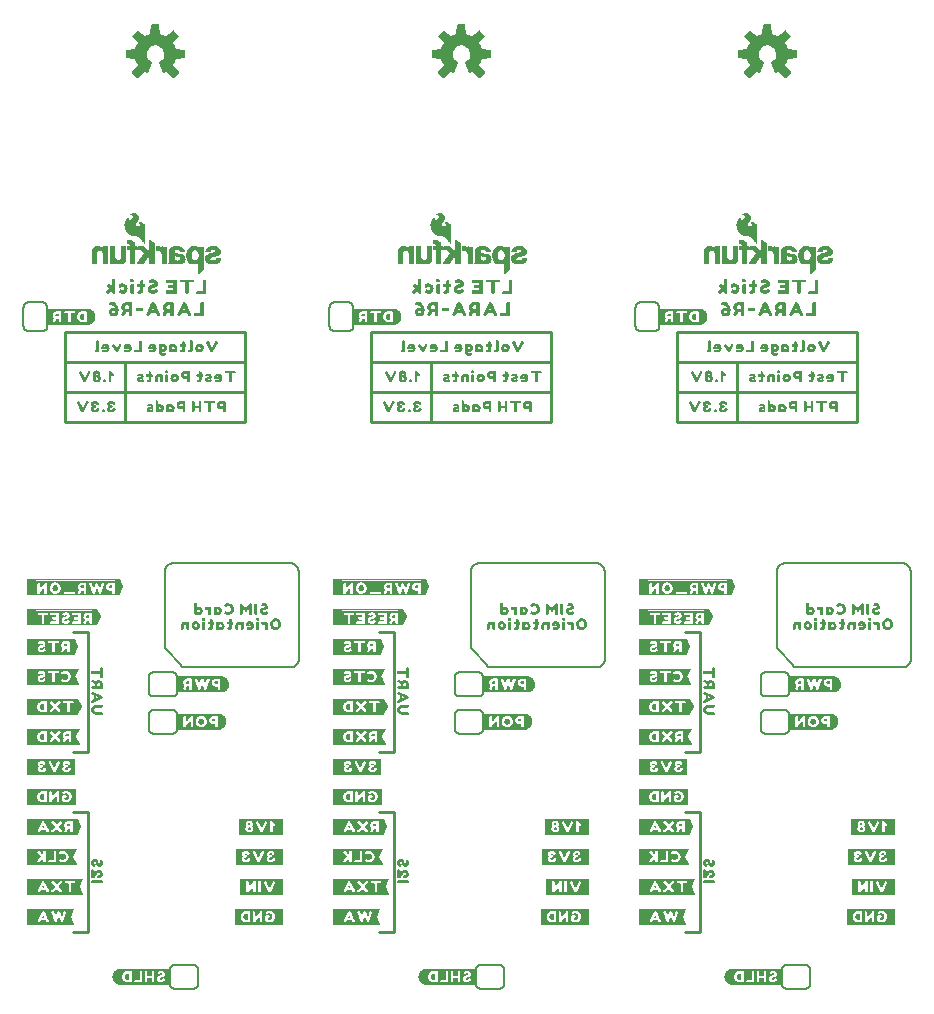
<source format=gbo>
G04 EAGLE Gerber RS-274X export*
G75*
%MOMM*%
%FSLAX34Y34*%
%LPD*%
%INSilkscreen Bottom*%
%IPPOS*%
%AMOC8*
5,1,8,0,0,1.08239X$1,22.5*%
G01*
%ADD10C,0.254000*%
%ADD11C,0.203200*%

G36*
X660585Y773680D02*
X660585Y773680D01*
X660641Y773680D01*
X660669Y773695D01*
X660701Y773700D01*
X660760Y773740D01*
X660796Y773758D01*
X660805Y773770D01*
X660821Y773781D01*
X665129Y778089D01*
X665146Y778116D01*
X665170Y778137D01*
X665191Y778189D01*
X665220Y778236D01*
X665223Y778268D01*
X665235Y778298D01*
X665232Y778353D01*
X665237Y778409D01*
X665225Y778439D01*
X665223Y778471D01*
X665189Y778534D01*
X665175Y778571D01*
X665164Y778581D01*
X665155Y778598D01*
X660188Y784689D01*
X661377Y786999D01*
X661384Y787025D01*
X661401Y787057D01*
X662193Y789531D01*
X670012Y790325D01*
X670043Y790335D01*
X670075Y790336D01*
X670124Y790363D01*
X670176Y790381D01*
X670199Y790404D01*
X670227Y790419D01*
X670259Y790465D01*
X670298Y790504D01*
X670308Y790535D01*
X670327Y790561D01*
X670340Y790631D01*
X670353Y790669D01*
X670351Y790684D01*
X670354Y790703D01*
X670354Y796797D01*
X670347Y796828D01*
X670349Y796860D01*
X670327Y796911D01*
X670315Y796966D01*
X670294Y796990D01*
X670282Y797020D01*
X670240Y797056D01*
X670205Y797099D01*
X670175Y797112D01*
X670151Y797133D01*
X670082Y797154D01*
X670046Y797170D01*
X670031Y797170D01*
X670012Y797175D01*
X662193Y797969D01*
X661401Y800443D01*
X661388Y800466D01*
X661377Y800501D01*
X660188Y802811D01*
X665155Y808902D01*
X665169Y808930D01*
X665190Y808954D01*
X665206Y809007D01*
X665231Y809057D01*
X665231Y809089D01*
X665240Y809120D01*
X665230Y809175D01*
X665230Y809231D01*
X665215Y809259D01*
X665210Y809291D01*
X665170Y809350D01*
X665152Y809386D01*
X665140Y809395D01*
X665129Y809411D01*
X660821Y813719D01*
X660794Y813736D01*
X660773Y813760D01*
X660721Y813781D01*
X660674Y813810D01*
X660642Y813813D01*
X660612Y813825D01*
X660557Y813822D01*
X660501Y813827D01*
X660471Y813815D01*
X660439Y813813D01*
X660376Y813779D01*
X660339Y813765D01*
X660329Y813754D01*
X660312Y813745D01*
X654221Y808778D01*
X651911Y809967D01*
X651885Y809974D01*
X651853Y809991D01*
X649379Y810783D01*
X648585Y818602D01*
X648577Y818628D01*
X648576Y818640D01*
X648575Y818643D01*
X648574Y818665D01*
X648547Y818714D01*
X648529Y818766D01*
X648506Y818789D01*
X648491Y818817D01*
X648445Y818849D01*
X648406Y818888D01*
X648375Y818898D01*
X648349Y818917D01*
X648279Y818930D01*
X648241Y818943D01*
X648226Y818941D01*
X648207Y818944D01*
X642113Y818944D01*
X642082Y818937D01*
X642050Y818939D01*
X641999Y818917D01*
X641944Y818905D01*
X641920Y818884D01*
X641890Y818872D01*
X641854Y818830D01*
X641811Y818795D01*
X641798Y818765D01*
X641777Y818741D01*
X641756Y818672D01*
X641740Y818636D01*
X641740Y818621D01*
X641738Y818614D01*
X641737Y818612D01*
X641737Y818611D01*
X641735Y818602D01*
X640941Y810783D01*
X638467Y809991D01*
X638444Y809978D01*
X638409Y809967D01*
X636099Y808778D01*
X630008Y813745D01*
X629980Y813759D01*
X629956Y813780D01*
X629903Y813796D01*
X629853Y813821D01*
X629821Y813821D01*
X629790Y813830D01*
X629735Y813820D01*
X629679Y813820D01*
X629651Y813805D01*
X629619Y813800D01*
X629560Y813760D01*
X629525Y813742D01*
X629515Y813730D01*
X629499Y813719D01*
X625191Y809411D01*
X625174Y809384D01*
X625150Y809363D01*
X625129Y809311D01*
X625100Y809264D01*
X625097Y809232D01*
X625085Y809202D01*
X625089Y809147D01*
X625083Y809091D01*
X625095Y809061D01*
X625097Y809029D01*
X625131Y808966D01*
X625145Y808929D01*
X625156Y808919D01*
X625165Y808902D01*
X630132Y802811D01*
X628943Y800501D01*
X628936Y800475D01*
X628919Y800443D01*
X628127Y797969D01*
X620308Y797175D01*
X620277Y797165D01*
X620245Y797164D01*
X620196Y797137D01*
X620144Y797119D01*
X620121Y797096D01*
X620093Y797081D01*
X620061Y797035D01*
X620022Y796996D01*
X620012Y796965D01*
X619993Y796939D01*
X619980Y796869D01*
X619967Y796831D01*
X619969Y796816D01*
X619966Y796797D01*
X619966Y790703D01*
X619973Y790672D01*
X619971Y790640D01*
X619993Y790589D01*
X620005Y790534D01*
X620026Y790510D01*
X620038Y790480D01*
X620080Y790444D01*
X620115Y790401D01*
X620145Y790388D01*
X620169Y790367D01*
X620238Y790346D01*
X620274Y790330D01*
X620289Y790330D01*
X620308Y790325D01*
X628127Y789531D01*
X628919Y787057D01*
X628932Y787034D01*
X628943Y786999D01*
X630132Y784689D01*
X625165Y778598D01*
X625151Y778570D01*
X625130Y778546D01*
X625114Y778493D01*
X625089Y778443D01*
X625089Y778411D01*
X625080Y778380D01*
X625090Y778325D01*
X625090Y778269D01*
X625105Y778241D01*
X625110Y778209D01*
X625150Y778150D01*
X625168Y778115D01*
X625180Y778105D01*
X625191Y778089D01*
X629499Y773781D01*
X629526Y773764D01*
X629547Y773740D01*
X629599Y773719D01*
X629646Y773690D01*
X629678Y773687D01*
X629708Y773675D01*
X629763Y773679D01*
X629819Y773673D01*
X629849Y773685D01*
X629881Y773687D01*
X629944Y773721D01*
X629981Y773735D01*
X629991Y773746D01*
X630008Y773755D01*
X636099Y778722D01*
X638408Y777532D01*
X638472Y777516D01*
X638535Y777493D01*
X638556Y777495D01*
X638576Y777490D01*
X638641Y777504D01*
X638707Y777511D01*
X638725Y777522D01*
X638745Y777527D01*
X638797Y777568D01*
X638853Y777604D01*
X638866Y777623D01*
X638881Y777635D01*
X638897Y777670D01*
X638933Y777724D01*
X642521Y786386D01*
X642526Y786418D01*
X642540Y786446D01*
X642540Y786502D01*
X642549Y786557D01*
X642540Y786588D01*
X642540Y786619D01*
X642515Y786670D01*
X642499Y786723D01*
X642477Y786746D01*
X642463Y786775D01*
X642407Y786821D01*
X642380Y786849D01*
X642366Y786854D01*
X642351Y786867D01*
X640974Y787611D01*
X639808Y788595D01*
X638868Y789797D01*
X638194Y791165D01*
X637813Y792643D01*
X637741Y794167D01*
X637983Y795673D01*
X638527Y797099D01*
X639351Y798383D01*
X640420Y799472D01*
X641688Y800320D01*
X643103Y800890D01*
X644605Y801160D01*
X646130Y801117D01*
X647614Y800764D01*
X648995Y800114D01*
X650214Y799197D01*
X651220Y798050D01*
X651971Y796721D01*
X652434Y795268D01*
X652591Y793749D01*
X652448Y792300D01*
X652025Y790906D01*
X651339Y789622D01*
X650415Y788496D01*
X649289Y787572D01*
X647971Y786867D01*
X647946Y786846D01*
X647917Y786832D01*
X647882Y786789D01*
X647841Y786753D01*
X647828Y786723D01*
X647808Y786698D01*
X647796Y786644D01*
X647775Y786593D01*
X647777Y786560D01*
X647770Y786528D01*
X647784Y786459D01*
X647787Y786420D01*
X647795Y786406D01*
X647799Y786386D01*
X651387Y777724D01*
X651426Y777670D01*
X651458Y777613D01*
X651475Y777601D01*
X651488Y777584D01*
X651546Y777553D01*
X651601Y777515D01*
X651622Y777512D01*
X651641Y777502D01*
X651707Y777501D01*
X651773Y777491D01*
X651796Y777498D01*
X651814Y777497D01*
X651849Y777514D01*
X651912Y777532D01*
X654221Y778722D01*
X660312Y773755D01*
X660340Y773741D01*
X660364Y773720D01*
X660417Y773704D01*
X660467Y773679D01*
X660499Y773679D01*
X660530Y773670D01*
X660585Y773680D01*
G37*
G36*
X142425Y773680D02*
X142425Y773680D01*
X142481Y773680D01*
X142509Y773695D01*
X142541Y773700D01*
X142600Y773740D01*
X142636Y773758D01*
X142645Y773770D01*
X142661Y773781D01*
X146969Y778089D01*
X146986Y778116D01*
X147010Y778137D01*
X147031Y778189D01*
X147060Y778236D01*
X147063Y778268D01*
X147075Y778298D01*
X147072Y778353D01*
X147077Y778409D01*
X147065Y778439D01*
X147063Y778471D01*
X147029Y778534D01*
X147015Y778571D01*
X147004Y778581D01*
X146995Y778598D01*
X142028Y784689D01*
X143217Y786999D01*
X143224Y787025D01*
X143241Y787057D01*
X144033Y789531D01*
X151852Y790325D01*
X151883Y790335D01*
X151915Y790336D01*
X151964Y790363D01*
X152016Y790381D01*
X152039Y790404D01*
X152067Y790419D01*
X152099Y790465D01*
X152138Y790504D01*
X152148Y790535D01*
X152167Y790561D01*
X152180Y790631D01*
X152193Y790669D01*
X152191Y790684D01*
X152194Y790703D01*
X152194Y796797D01*
X152187Y796828D01*
X152189Y796860D01*
X152167Y796911D01*
X152155Y796966D01*
X152134Y796990D01*
X152122Y797020D01*
X152080Y797056D01*
X152045Y797099D01*
X152015Y797112D01*
X151991Y797133D01*
X151922Y797154D01*
X151886Y797170D01*
X151871Y797170D01*
X151852Y797175D01*
X144033Y797969D01*
X143241Y800443D01*
X143228Y800466D01*
X143217Y800501D01*
X142028Y802811D01*
X146995Y808902D01*
X147009Y808930D01*
X147030Y808954D01*
X147046Y809007D01*
X147071Y809057D01*
X147071Y809089D01*
X147080Y809120D01*
X147070Y809175D01*
X147070Y809231D01*
X147055Y809259D01*
X147050Y809291D01*
X147010Y809350D01*
X146992Y809386D01*
X146980Y809395D01*
X146969Y809411D01*
X142661Y813719D01*
X142634Y813736D01*
X142613Y813760D01*
X142561Y813781D01*
X142514Y813810D01*
X142482Y813813D01*
X142452Y813825D01*
X142397Y813822D01*
X142341Y813827D01*
X142311Y813815D01*
X142279Y813813D01*
X142216Y813779D01*
X142179Y813765D01*
X142169Y813754D01*
X142152Y813745D01*
X136061Y808778D01*
X133751Y809967D01*
X133725Y809974D01*
X133693Y809991D01*
X131219Y810783D01*
X130425Y818602D01*
X130417Y818628D01*
X130416Y818640D01*
X130415Y818643D01*
X130414Y818665D01*
X130387Y818714D01*
X130369Y818766D01*
X130346Y818789D01*
X130331Y818817D01*
X130285Y818849D01*
X130246Y818888D01*
X130215Y818898D01*
X130189Y818917D01*
X130119Y818930D01*
X130081Y818943D01*
X130066Y818941D01*
X130047Y818944D01*
X123953Y818944D01*
X123922Y818937D01*
X123890Y818939D01*
X123839Y818917D01*
X123784Y818905D01*
X123760Y818884D01*
X123730Y818872D01*
X123694Y818830D01*
X123651Y818795D01*
X123638Y818765D01*
X123617Y818741D01*
X123596Y818672D01*
X123580Y818636D01*
X123580Y818621D01*
X123578Y818614D01*
X123577Y818612D01*
X123577Y818611D01*
X123575Y818602D01*
X122781Y810783D01*
X120307Y809991D01*
X120284Y809978D01*
X120249Y809967D01*
X117939Y808778D01*
X111848Y813745D01*
X111820Y813759D01*
X111796Y813780D01*
X111743Y813796D01*
X111693Y813821D01*
X111661Y813821D01*
X111630Y813830D01*
X111575Y813820D01*
X111519Y813820D01*
X111491Y813805D01*
X111459Y813800D01*
X111400Y813760D01*
X111365Y813742D01*
X111355Y813730D01*
X111339Y813719D01*
X107031Y809411D01*
X107014Y809384D01*
X106990Y809363D01*
X106969Y809311D01*
X106940Y809264D01*
X106937Y809232D01*
X106925Y809202D01*
X106929Y809147D01*
X106923Y809091D01*
X106935Y809061D01*
X106937Y809029D01*
X106971Y808966D01*
X106985Y808929D01*
X106996Y808919D01*
X107005Y808902D01*
X111972Y802811D01*
X110783Y800501D01*
X110776Y800475D01*
X110759Y800443D01*
X109967Y797969D01*
X102148Y797175D01*
X102117Y797165D01*
X102085Y797164D01*
X102036Y797137D01*
X101984Y797119D01*
X101961Y797096D01*
X101933Y797081D01*
X101901Y797035D01*
X101862Y796996D01*
X101852Y796965D01*
X101833Y796939D01*
X101820Y796869D01*
X101807Y796831D01*
X101809Y796816D01*
X101806Y796797D01*
X101806Y790703D01*
X101813Y790672D01*
X101811Y790640D01*
X101833Y790589D01*
X101845Y790534D01*
X101866Y790510D01*
X101878Y790480D01*
X101920Y790444D01*
X101955Y790401D01*
X101985Y790388D01*
X102009Y790367D01*
X102078Y790346D01*
X102114Y790330D01*
X102129Y790330D01*
X102148Y790325D01*
X109967Y789531D01*
X110759Y787057D01*
X110772Y787034D01*
X110783Y786999D01*
X111972Y784689D01*
X107005Y778598D01*
X106991Y778570D01*
X106970Y778546D01*
X106954Y778493D01*
X106929Y778443D01*
X106929Y778411D01*
X106920Y778380D01*
X106930Y778325D01*
X106930Y778269D01*
X106945Y778241D01*
X106950Y778209D01*
X106990Y778150D01*
X107008Y778115D01*
X107020Y778105D01*
X107031Y778089D01*
X111339Y773781D01*
X111366Y773764D01*
X111387Y773740D01*
X111439Y773719D01*
X111486Y773690D01*
X111518Y773687D01*
X111548Y773675D01*
X111603Y773679D01*
X111659Y773673D01*
X111689Y773685D01*
X111721Y773687D01*
X111784Y773721D01*
X111821Y773735D01*
X111831Y773746D01*
X111848Y773755D01*
X117939Y778722D01*
X120248Y777532D01*
X120312Y777516D01*
X120375Y777493D01*
X120396Y777495D01*
X120416Y777490D01*
X120481Y777504D01*
X120547Y777511D01*
X120565Y777522D01*
X120585Y777527D01*
X120637Y777568D01*
X120693Y777604D01*
X120706Y777623D01*
X120721Y777635D01*
X120737Y777670D01*
X120773Y777724D01*
X124361Y786386D01*
X124366Y786418D01*
X124380Y786446D01*
X124380Y786502D01*
X124389Y786557D01*
X124380Y786588D01*
X124380Y786619D01*
X124355Y786670D01*
X124339Y786723D01*
X124317Y786746D01*
X124303Y786775D01*
X124247Y786821D01*
X124220Y786849D01*
X124206Y786854D01*
X124191Y786867D01*
X122814Y787611D01*
X121648Y788595D01*
X120708Y789797D01*
X120034Y791165D01*
X119653Y792643D01*
X119581Y794167D01*
X119823Y795673D01*
X120367Y797099D01*
X121191Y798383D01*
X122260Y799472D01*
X123528Y800320D01*
X124943Y800890D01*
X126445Y801160D01*
X127970Y801117D01*
X129454Y800764D01*
X130835Y800114D01*
X132054Y799197D01*
X133060Y798050D01*
X133811Y796721D01*
X134274Y795268D01*
X134431Y793749D01*
X134288Y792300D01*
X133865Y790906D01*
X133179Y789622D01*
X132255Y788496D01*
X131129Y787572D01*
X129811Y786867D01*
X129786Y786846D01*
X129757Y786832D01*
X129722Y786789D01*
X129681Y786753D01*
X129668Y786723D01*
X129648Y786698D01*
X129636Y786644D01*
X129615Y786593D01*
X129617Y786560D01*
X129610Y786528D01*
X129624Y786459D01*
X129627Y786420D01*
X129635Y786406D01*
X129639Y786386D01*
X133227Y777724D01*
X133266Y777670D01*
X133298Y777613D01*
X133315Y777601D01*
X133328Y777584D01*
X133386Y777553D01*
X133441Y777515D01*
X133462Y777512D01*
X133481Y777502D01*
X133547Y777501D01*
X133613Y777491D01*
X133636Y777498D01*
X133654Y777497D01*
X133689Y777514D01*
X133752Y777532D01*
X136061Y778722D01*
X142152Y773755D01*
X142180Y773741D01*
X142204Y773720D01*
X142257Y773704D01*
X142307Y773679D01*
X142339Y773679D01*
X142370Y773670D01*
X142425Y773680D01*
G37*
G36*
X401505Y773680D02*
X401505Y773680D01*
X401561Y773680D01*
X401589Y773695D01*
X401621Y773700D01*
X401680Y773740D01*
X401716Y773758D01*
X401725Y773770D01*
X401741Y773781D01*
X406049Y778089D01*
X406066Y778116D01*
X406090Y778137D01*
X406111Y778189D01*
X406140Y778236D01*
X406143Y778268D01*
X406155Y778298D01*
X406152Y778353D01*
X406157Y778409D01*
X406145Y778439D01*
X406143Y778471D01*
X406109Y778534D01*
X406095Y778571D01*
X406084Y778581D01*
X406075Y778598D01*
X401108Y784689D01*
X402297Y786999D01*
X402304Y787025D01*
X402321Y787057D01*
X403113Y789531D01*
X410932Y790325D01*
X410963Y790335D01*
X410995Y790336D01*
X411044Y790363D01*
X411096Y790381D01*
X411119Y790404D01*
X411147Y790419D01*
X411179Y790465D01*
X411218Y790504D01*
X411228Y790535D01*
X411247Y790561D01*
X411260Y790631D01*
X411273Y790669D01*
X411271Y790684D01*
X411274Y790703D01*
X411274Y796797D01*
X411267Y796828D01*
X411269Y796860D01*
X411247Y796911D01*
X411235Y796966D01*
X411214Y796990D01*
X411202Y797020D01*
X411160Y797056D01*
X411125Y797099D01*
X411095Y797112D01*
X411071Y797133D01*
X411002Y797154D01*
X410966Y797170D01*
X410951Y797170D01*
X410932Y797175D01*
X403113Y797969D01*
X402321Y800443D01*
X402308Y800466D01*
X402297Y800501D01*
X401108Y802811D01*
X406075Y808902D01*
X406089Y808930D01*
X406110Y808954D01*
X406126Y809007D01*
X406151Y809057D01*
X406151Y809089D01*
X406160Y809120D01*
X406150Y809175D01*
X406150Y809231D01*
X406135Y809259D01*
X406130Y809291D01*
X406090Y809350D01*
X406072Y809386D01*
X406060Y809395D01*
X406049Y809411D01*
X401741Y813719D01*
X401714Y813736D01*
X401693Y813760D01*
X401641Y813781D01*
X401594Y813810D01*
X401562Y813813D01*
X401532Y813825D01*
X401477Y813822D01*
X401421Y813827D01*
X401391Y813815D01*
X401359Y813813D01*
X401296Y813779D01*
X401259Y813765D01*
X401249Y813754D01*
X401232Y813745D01*
X395141Y808778D01*
X392831Y809967D01*
X392805Y809974D01*
X392773Y809991D01*
X390299Y810783D01*
X389505Y818602D01*
X389497Y818628D01*
X389496Y818640D01*
X389495Y818643D01*
X389494Y818665D01*
X389467Y818714D01*
X389449Y818766D01*
X389426Y818789D01*
X389411Y818817D01*
X389365Y818849D01*
X389326Y818888D01*
X389295Y818898D01*
X389269Y818917D01*
X389199Y818930D01*
X389161Y818943D01*
X389146Y818941D01*
X389127Y818944D01*
X383033Y818944D01*
X383002Y818937D01*
X382970Y818939D01*
X382919Y818917D01*
X382864Y818905D01*
X382840Y818884D01*
X382810Y818872D01*
X382774Y818830D01*
X382731Y818795D01*
X382718Y818765D01*
X382697Y818741D01*
X382676Y818672D01*
X382660Y818636D01*
X382660Y818621D01*
X382658Y818614D01*
X382657Y818612D01*
X382657Y818611D01*
X382655Y818602D01*
X381861Y810783D01*
X379387Y809991D01*
X379364Y809978D01*
X379329Y809967D01*
X377019Y808778D01*
X370928Y813745D01*
X370900Y813759D01*
X370876Y813780D01*
X370823Y813796D01*
X370773Y813821D01*
X370741Y813821D01*
X370710Y813830D01*
X370655Y813820D01*
X370599Y813820D01*
X370571Y813805D01*
X370539Y813800D01*
X370480Y813760D01*
X370445Y813742D01*
X370435Y813730D01*
X370419Y813719D01*
X366111Y809411D01*
X366094Y809384D01*
X366070Y809363D01*
X366049Y809311D01*
X366020Y809264D01*
X366017Y809232D01*
X366005Y809202D01*
X366009Y809147D01*
X366003Y809091D01*
X366015Y809061D01*
X366017Y809029D01*
X366051Y808966D01*
X366065Y808929D01*
X366076Y808919D01*
X366085Y808902D01*
X371052Y802811D01*
X369863Y800501D01*
X369856Y800475D01*
X369839Y800443D01*
X369047Y797969D01*
X361228Y797175D01*
X361197Y797165D01*
X361165Y797164D01*
X361116Y797137D01*
X361064Y797119D01*
X361041Y797096D01*
X361013Y797081D01*
X360981Y797035D01*
X360942Y796996D01*
X360932Y796965D01*
X360913Y796939D01*
X360900Y796869D01*
X360887Y796831D01*
X360889Y796816D01*
X360886Y796797D01*
X360886Y790703D01*
X360893Y790672D01*
X360891Y790640D01*
X360913Y790589D01*
X360925Y790534D01*
X360946Y790510D01*
X360958Y790480D01*
X361000Y790444D01*
X361035Y790401D01*
X361065Y790388D01*
X361089Y790367D01*
X361158Y790346D01*
X361194Y790330D01*
X361209Y790330D01*
X361228Y790325D01*
X369047Y789531D01*
X369839Y787057D01*
X369852Y787034D01*
X369863Y786999D01*
X371052Y784689D01*
X366085Y778598D01*
X366071Y778570D01*
X366050Y778546D01*
X366034Y778493D01*
X366009Y778443D01*
X366009Y778411D01*
X366000Y778380D01*
X366010Y778325D01*
X366010Y778269D01*
X366025Y778241D01*
X366030Y778209D01*
X366070Y778150D01*
X366088Y778115D01*
X366100Y778105D01*
X366111Y778089D01*
X370419Y773781D01*
X370446Y773764D01*
X370467Y773740D01*
X370519Y773719D01*
X370566Y773690D01*
X370598Y773687D01*
X370628Y773675D01*
X370683Y773679D01*
X370739Y773673D01*
X370769Y773685D01*
X370801Y773687D01*
X370864Y773721D01*
X370901Y773735D01*
X370911Y773746D01*
X370928Y773755D01*
X377019Y778722D01*
X379328Y777532D01*
X379392Y777516D01*
X379455Y777493D01*
X379476Y777495D01*
X379496Y777490D01*
X379561Y777504D01*
X379627Y777511D01*
X379645Y777522D01*
X379665Y777527D01*
X379717Y777568D01*
X379773Y777604D01*
X379786Y777623D01*
X379801Y777635D01*
X379817Y777670D01*
X379853Y777724D01*
X383441Y786386D01*
X383446Y786418D01*
X383460Y786446D01*
X383460Y786502D01*
X383469Y786557D01*
X383460Y786588D01*
X383460Y786619D01*
X383435Y786670D01*
X383419Y786723D01*
X383397Y786746D01*
X383383Y786775D01*
X383327Y786821D01*
X383300Y786849D01*
X383286Y786854D01*
X383271Y786867D01*
X381894Y787611D01*
X380728Y788595D01*
X379788Y789797D01*
X379114Y791165D01*
X378733Y792643D01*
X378661Y794167D01*
X378903Y795673D01*
X379447Y797099D01*
X380271Y798383D01*
X381340Y799472D01*
X382608Y800320D01*
X384023Y800890D01*
X385525Y801160D01*
X387050Y801117D01*
X388534Y800764D01*
X389915Y800114D01*
X391134Y799197D01*
X392140Y798050D01*
X392891Y796721D01*
X393354Y795268D01*
X393511Y793749D01*
X393368Y792300D01*
X392945Y790906D01*
X392259Y789622D01*
X391335Y788496D01*
X390209Y787572D01*
X388891Y786867D01*
X388866Y786846D01*
X388837Y786832D01*
X388802Y786789D01*
X388761Y786753D01*
X388748Y786723D01*
X388728Y786698D01*
X388716Y786644D01*
X388695Y786593D01*
X388697Y786560D01*
X388690Y786528D01*
X388704Y786459D01*
X388707Y786420D01*
X388715Y786406D01*
X388719Y786386D01*
X392307Y777724D01*
X392346Y777670D01*
X392378Y777613D01*
X392395Y777601D01*
X392408Y777584D01*
X392466Y777553D01*
X392521Y777515D01*
X392542Y777512D01*
X392561Y777502D01*
X392627Y777501D01*
X392693Y777491D01*
X392716Y777498D01*
X392734Y777497D01*
X392769Y777514D01*
X392832Y777532D01*
X395141Y778722D01*
X401232Y773755D01*
X401260Y773741D01*
X401284Y773720D01*
X401337Y773704D01*
X401387Y773679D01*
X401419Y773679D01*
X401450Y773670D01*
X401505Y773680D01*
G37*
G36*
X355553Y336076D02*
X355553Y336076D01*
X355564Y336078D01*
X355864Y336678D01*
X358964Y342677D01*
X358963Y342683D01*
X358967Y342686D01*
X358961Y342695D01*
X358960Y342699D01*
X358969Y342708D01*
X358869Y343308D01*
X358861Y343316D01*
X358864Y343322D01*
X355764Y349422D01*
X355747Y349431D01*
X355745Y349442D01*
X355245Y349742D01*
X355233Y349741D01*
X355232Y349742D01*
X355225Y349742D01*
X355220Y349749D01*
X277720Y349749D01*
X277673Y349713D01*
X277676Y349709D01*
X277673Y349706D01*
X277675Y349703D01*
X277671Y349700D01*
X277671Y336200D01*
X277707Y336153D01*
X277710Y336155D01*
X277712Y336151D01*
X278312Y336051D01*
X278317Y336054D01*
X278320Y336051D01*
X355520Y336051D01*
X355553Y336076D01*
G37*
G36*
X614633Y336076D02*
X614633Y336076D01*
X614644Y336078D01*
X614944Y336678D01*
X618044Y342677D01*
X618043Y342683D01*
X618047Y342686D01*
X618041Y342695D01*
X618040Y342699D01*
X618049Y342708D01*
X617949Y343308D01*
X617941Y343316D01*
X617944Y343322D01*
X614844Y349422D01*
X614827Y349431D01*
X614825Y349442D01*
X614325Y349742D01*
X614313Y349741D01*
X614312Y349742D01*
X614305Y349742D01*
X614300Y349749D01*
X536800Y349749D01*
X536753Y349713D01*
X536756Y349709D01*
X536753Y349706D01*
X536755Y349703D01*
X536751Y349700D01*
X536751Y336200D01*
X536787Y336153D01*
X536790Y336155D01*
X536792Y336151D01*
X537392Y336051D01*
X537397Y336054D01*
X537400Y336051D01*
X614600Y336051D01*
X614633Y336076D01*
G37*
G36*
X96473Y336076D02*
X96473Y336076D01*
X96484Y336078D01*
X96784Y336678D01*
X99884Y342677D01*
X99883Y342683D01*
X99887Y342686D01*
X99881Y342695D01*
X99880Y342699D01*
X99889Y342708D01*
X99789Y343308D01*
X99781Y343316D01*
X99784Y343322D01*
X96684Y349422D01*
X96667Y349431D01*
X96665Y349442D01*
X96165Y349742D01*
X96153Y349741D01*
X96152Y349742D01*
X96145Y349742D01*
X96140Y349749D01*
X18640Y349749D01*
X18593Y349713D01*
X18596Y349709D01*
X18593Y349706D01*
X18595Y349703D01*
X18591Y349700D01*
X18591Y336200D01*
X18627Y336153D01*
X18630Y336155D01*
X18632Y336151D01*
X19232Y336051D01*
X19237Y336054D01*
X19240Y336051D01*
X96440Y336051D01*
X96473Y336076D01*
G37*
G36*
X595433Y310676D02*
X595433Y310676D01*
X595444Y310678D01*
X598744Y317278D01*
X598743Y317283D01*
X598747Y317286D01*
X598741Y317294D01*
X598740Y317299D01*
X598749Y317308D01*
X598649Y317908D01*
X598641Y317915D01*
X598644Y317922D01*
X595644Y324022D01*
X595627Y324031D01*
X595625Y324042D01*
X595125Y324342D01*
X595113Y324341D01*
X595112Y324342D01*
X595105Y324342D01*
X595100Y324349D01*
X592100Y324349D01*
X592060Y324319D01*
X592054Y324317D01*
X592049Y324304D01*
X592049Y324307D01*
X592034Y324321D01*
X592028Y324341D01*
X592020Y324338D01*
X592013Y324347D01*
X592010Y324345D01*
X592006Y324349D01*
X592003Y324345D01*
X592000Y324349D01*
X537200Y324349D01*
X537191Y324342D01*
X537182Y324336D01*
X537170Y324339D01*
X536770Y324039D01*
X536765Y324020D01*
X536753Y324011D01*
X536757Y324005D01*
X536751Y324000D01*
X536751Y311100D01*
X536764Y311082D01*
X536761Y311070D01*
X537061Y310670D01*
X537092Y310662D01*
X537100Y310651D01*
X595400Y310651D01*
X595433Y310676D01*
G37*
G36*
X336353Y310676D02*
X336353Y310676D01*
X336364Y310678D01*
X339664Y317278D01*
X339663Y317283D01*
X339667Y317286D01*
X339661Y317294D01*
X339660Y317299D01*
X339669Y317308D01*
X339569Y317908D01*
X339561Y317915D01*
X339564Y317922D01*
X336564Y324022D01*
X336547Y324031D01*
X336545Y324042D01*
X336045Y324342D01*
X336033Y324341D01*
X336032Y324342D01*
X336025Y324342D01*
X336020Y324349D01*
X333020Y324349D01*
X332980Y324319D01*
X332974Y324317D01*
X332969Y324304D01*
X332969Y324307D01*
X332954Y324321D01*
X332948Y324341D01*
X332940Y324338D01*
X332933Y324347D01*
X332930Y324345D01*
X332926Y324349D01*
X332923Y324345D01*
X332920Y324349D01*
X278120Y324349D01*
X278111Y324342D01*
X278102Y324336D01*
X278090Y324339D01*
X277690Y324039D01*
X277685Y324020D01*
X277673Y324011D01*
X277677Y324005D01*
X277671Y324000D01*
X277671Y311100D01*
X277684Y311082D01*
X277681Y311070D01*
X277981Y310670D01*
X278012Y310662D01*
X278020Y310651D01*
X336320Y310651D01*
X336353Y310676D01*
G37*
G36*
X77273Y310676D02*
X77273Y310676D01*
X77284Y310678D01*
X80584Y317278D01*
X80583Y317283D01*
X80587Y317286D01*
X80581Y317294D01*
X80580Y317299D01*
X80589Y317308D01*
X80489Y317908D01*
X80481Y317915D01*
X80484Y317922D01*
X77484Y324022D01*
X77467Y324031D01*
X77465Y324042D01*
X76965Y324342D01*
X76953Y324341D01*
X76952Y324342D01*
X76945Y324342D01*
X76940Y324349D01*
X73940Y324349D01*
X73900Y324319D01*
X73894Y324317D01*
X73889Y324304D01*
X73889Y324307D01*
X73874Y324321D01*
X73868Y324341D01*
X73860Y324338D01*
X73853Y324347D01*
X73850Y324345D01*
X73846Y324349D01*
X73843Y324345D01*
X73840Y324349D01*
X19040Y324349D01*
X19031Y324342D01*
X19022Y324336D01*
X19010Y324339D01*
X18610Y324039D01*
X18605Y324020D01*
X18593Y324011D01*
X18597Y324005D01*
X18591Y324000D01*
X18591Y311100D01*
X18604Y311082D01*
X18601Y311070D01*
X18901Y310670D01*
X18932Y310662D01*
X18940Y310651D01*
X77240Y310651D01*
X77273Y310676D01*
G37*
G36*
X397967Y5887D02*
X397967Y5887D01*
X397962Y5894D01*
X397969Y5900D01*
X397969Y19400D01*
X397933Y19447D01*
X397930Y19445D01*
X397928Y19449D01*
X397328Y19549D01*
X397323Y19546D01*
X397320Y19549D01*
X355920Y19549D01*
X355915Y19546D01*
X355912Y19549D01*
X355312Y19449D01*
X355309Y19445D01*
X355306Y19447D01*
X353906Y19047D01*
X353902Y19042D01*
X353898Y19044D01*
X352698Y18444D01*
X352695Y18437D01*
X352689Y18438D01*
X351689Y17638D01*
X351688Y17634D01*
X351685Y17635D01*
X351185Y17135D01*
X351184Y17128D01*
X351179Y17127D01*
X350779Y16527D01*
X350779Y16526D01*
X350778Y16525D01*
X350478Y16025D01*
X350478Y16020D01*
X350475Y16019D01*
X350175Y15321D01*
X349876Y14722D01*
X349878Y14712D01*
X349871Y14708D01*
X349771Y14108D01*
X349772Y14107D01*
X349771Y14107D01*
X349571Y12707D01*
X349576Y12698D01*
X349571Y12693D01*
X349671Y11993D01*
X349672Y11992D01*
X349671Y11992D01*
X349771Y11392D01*
X349871Y10693D01*
X349876Y10688D01*
X349873Y10684D01*
X350073Y10084D01*
X350078Y10081D01*
X350076Y10078D01*
X350376Y9478D01*
X350380Y9476D01*
X350379Y9473D01*
X351179Y8273D01*
X351189Y8269D01*
X351189Y8262D01*
X351687Y7863D01*
X352185Y7365D01*
X352189Y7365D01*
X352189Y7362D01*
X352689Y6962D01*
X352697Y6961D01*
X352698Y6956D01*
X353898Y6356D01*
X353905Y6357D01*
X353906Y6353D01*
X354605Y6153D01*
X355204Y5953D01*
X355211Y5955D01*
X355213Y5951D01*
X355913Y5851D01*
X355918Y5854D01*
X355920Y5851D01*
X397920Y5851D01*
X397967Y5887D01*
G37*
G36*
X138887Y5887D02*
X138887Y5887D01*
X138882Y5894D01*
X138889Y5900D01*
X138889Y19400D01*
X138853Y19447D01*
X138850Y19445D01*
X138848Y19449D01*
X138248Y19549D01*
X138243Y19546D01*
X138240Y19549D01*
X96840Y19549D01*
X96835Y19546D01*
X96832Y19549D01*
X96232Y19449D01*
X96229Y19445D01*
X96226Y19447D01*
X94826Y19047D01*
X94822Y19042D01*
X94818Y19044D01*
X93618Y18444D01*
X93615Y18437D01*
X93609Y18438D01*
X92609Y17638D01*
X92608Y17634D01*
X92605Y17635D01*
X92105Y17135D01*
X92104Y17128D01*
X92099Y17127D01*
X91699Y16527D01*
X91699Y16526D01*
X91698Y16525D01*
X91398Y16025D01*
X91398Y16020D01*
X91395Y16019D01*
X91095Y15321D01*
X90796Y14722D01*
X90798Y14712D01*
X90791Y14708D01*
X90691Y14108D01*
X90692Y14107D01*
X90691Y14107D01*
X90491Y12707D01*
X90496Y12698D01*
X90491Y12693D01*
X90591Y11993D01*
X90592Y11992D01*
X90591Y11992D01*
X90691Y11392D01*
X90791Y10693D01*
X90796Y10688D01*
X90793Y10684D01*
X90993Y10084D01*
X90998Y10081D01*
X90996Y10078D01*
X91296Y9478D01*
X91300Y9476D01*
X91299Y9473D01*
X92099Y8273D01*
X92109Y8269D01*
X92109Y8262D01*
X92607Y7863D01*
X93105Y7365D01*
X93109Y7365D01*
X93109Y7362D01*
X93609Y6962D01*
X93617Y6961D01*
X93618Y6956D01*
X94818Y6356D01*
X94825Y6357D01*
X94826Y6353D01*
X95525Y6153D01*
X96124Y5953D01*
X96131Y5955D01*
X96133Y5951D01*
X96833Y5851D01*
X96838Y5854D01*
X96840Y5851D01*
X138840Y5851D01*
X138887Y5887D01*
G37*
G36*
X657047Y5887D02*
X657047Y5887D01*
X657042Y5894D01*
X657049Y5900D01*
X657049Y19400D01*
X657013Y19447D01*
X657010Y19445D01*
X657008Y19449D01*
X656408Y19549D01*
X656403Y19546D01*
X656400Y19549D01*
X615000Y19549D01*
X614995Y19546D01*
X614992Y19549D01*
X614392Y19449D01*
X614389Y19445D01*
X614386Y19447D01*
X612986Y19047D01*
X612982Y19042D01*
X612978Y19044D01*
X611778Y18444D01*
X611775Y18437D01*
X611769Y18438D01*
X610769Y17638D01*
X610768Y17634D01*
X610765Y17635D01*
X610265Y17135D01*
X610264Y17128D01*
X610259Y17127D01*
X609859Y16527D01*
X609859Y16526D01*
X609858Y16525D01*
X609558Y16025D01*
X609558Y16020D01*
X609555Y16019D01*
X609255Y15321D01*
X608956Y14722D01*
X608958Y14712D01*
X608951Y14708D01*
X608851Y14108D01*
X608852Y14107D01*
X608851Y14107D01*
X608651Y12707D01*
X608656Y12698D01*
X608651Y12693D01*
X608751Y11993D01*
X608752Y11992D01*
X608751Y11992D01*
X608851Y11392D01*
X608951Y10693D01*
X608956Y10688D01*
X608953Y10684D01*
X609153Y10084D01*
X609158Y10081D01*
X609156Y10078D01*
X609456Y9478D01*
X609460Y9476D01*
X609459Y9473D01*
X610259Y8273D01*
X610269Y8269D01*
X610269Y8262D01*
X610767Y7863D01*
X611265Y7365D01*
X611269Y7365D01*
X611269Y7362D01*
X611769Y6962D01*
X611777Y6961D01*
X611778Y6956D01*
X612978Y6356D01*
X612985Y6357D01*
X612986Y6353D01*
X613685Y6153D01*
X614284Y5953D01*
X614291Y5955D01*
X614293Y5951D01*
X614993Y5851D01*
X614998Y5854D01*
X615000Y5851D01*
X657000Y5851D01*
X657047Y5887D01*
G37*
G36*
X66041Y82052D02*
X66041Y82052D01*
X66042Y82051D01*
X66045Y82054D01*
X66087Y82087D01*
X66077Y82101D01*
X66087Y82116D01*
X65887Y82716D01*
X65882Y82719D01*
X65884Y82722D01*
X62891Y88708D01*
X62988Y89385D01*
X65984Y95378D01*
X65983Y95382D01*
X65986Y95384D01*
X65982Y95390D01*
X65977Y95416D01*
X65981Y95427D01*
X65781Y95727D01*
X65748Y95739D01*
X65740Y95749D01*
X18640Y95749D01*
X18593Y95713D01*
X18596Y95709D01*
X18593Y95706D01*
X18595Y95703D01*
X18591Y95700D01*
X18591Y82200D01*
X18627Y82153D01*
X18630Y82155D01*
X18632Y82151D01*
X19232Y82051D01*
X19237Y82054D01*
X19240Y82051D01*
X66040Y82051D01*
X66041Y82052D01*
G37*
G36*
X325121Y82052D02*
X325121Y82052D01*
X325122Y82051D01*
X325125Y82054D01*
X325167Y82087D01*
X325157Y82101D01*
X325167Y82116D01*
X324967Y82716D01*
X324962Y82719D01*
X324964Y82722D01*
X321971Y88708D01*
X322068Y89385D01*
X325064Y95378D01*
X325063Y95382D01*
X325066Y95384D01*
X325062Y95390D01*
X325057Y95416D01*
X325061Y95427D01*
X324861Y95727D01*
X324828Y95739D01*
X324820Y95749D01*
X277720Y95749D01*
X277673Y95713D01*
X277676Y95709D01*
X277673Y95706D01*
X277675Y95703D01*
X277671Y95700D01*
X277671Y82200D01*
X277707Y82153D01*
X277710Y82155D01*
X277712Y82151D01*
X278312Y82051D01*
X278317Y82054D01*
X278320Y82051D01*
X325120Y82051D01*
X325121Y82052D01*
G37*
G36*
X584201Y82052D02*
X584201Y82052D01*
X584202Y82051D01*
X584205Y82054D01*
X584247Y82087D01*
X584237Y82101D01*
X584247Y82116D01*
X584047Y82716D01*
X584042Y82719D01*
X584044Y82722D01*
X581051Y88708D01*
X581148Y89385D01*
X584144Y95378D01*
X584143Y95382D01*
X584146Y95384D01*
X584142Y95390D01*
X584137Y95416D01*
X584141Y95427D01*
X583941Y95727D01*
X583908Y95739D01*
X583900Y95749D01*
X536800Y95749D01*
X536753Y95713D01*
X536756Y95709D01*
X536753Y95706D01*
X536755Y95703D01*
X536751Y95700D01*
X536751Y82200D01*
X536787Y82153D01*
X536790Y82155D01*
X536792Y82151D01*
X537392Y82051D01*
X537397Y82054D01*
X537400Y82051D01*
X584200Y82051D01*
X584201Y82052D01*
G37*
G36*
X61158Y234465D02*
X61158Y234465D01*
X61171Y234462D01*
X61671Y234862D01*
X61675Y234876D01*
X61684Y234878D01*
X64684Y240978D01*
X64683Y240984D01*
X64687Y240988D01*
X64682Y240995D01*
X64689Y241000D01*
X64689Y241600D01*
X64680Y241613D01*
X64684Y241622D01*
X61684Y247622D01*
X61677Y247625D01*
X61678Y247631D01*
X61278Y248131D01*
X61249Y248138D01*
X61246Y248142D01*
X61245Y248142D01*
X61240Y248149D01*
X18740Y248149D01*
X18693Y248113D01*
X18695Y248110D01*
X18691Y248108D01*
X18591Y247508D01*
X18594Y247503D01*
X18591Y247500D01*
X18591Y234700D01*
X18620Y234662D01*
X18622Y234654D01*
X19122Y234454D01*
X19135Y234458D01*
X19140Y234451D01*
X61140Y234451D01*
X61158Y234465D01*
G37*
G36*
X320238Y234465D02*
X320238Y234465D01*
X320251Y234462D01*
X320751Y234862D01*
X320755Y234876D01*
X320764Y234878D01*
X323764Y240978D01*
X323763Y240984D01*
X323767Y240988D01*
X323762Y240995D01*
X323769Y241000D01*
X323769Y241600D01*
X323760Y241613D01*
X323764Y241622D01*
X320764Y247622D01*
X320757Y247625D01*
X320758Y247631D01*
X320358Y248131D01*
X320329Y248138D01*
X320326Y248142D01*
X320325Y248142D01*
X320320Y248149D01*
X277820Y248149D01*
X277773Y248113D01*
X277775Y248110D01*
X277771Y248108D01*
X277671Y247508D01*
X277674Y247503D01*
X277671Y247500D01*
X277671Y234700D01*
X277700Y234662D01*
X277702Y234654D01*
X278202Y234454D01*
X278215Y234458D01*
X278220Y234451D01*
X320220Y234451D01*
X320238Y234465D01*
G37*
G36*
X579318Y234465D02*
X579318Y234465D01*
X579331Y234462D01*
X579831Y234862D01*
X579835Y234876D01*
X579844Y234878D01*
X582844Y240978D01*
X582843Y240984D01*
X582847Y240988D01*
X582842Y240995D01*
X582849Y241000D01*
X582849Y241600D01*
X582840Y241613D01*
X582844Y241622D01*
X579844Y247622D01*
X579837Y247625D01*
X579838Y247631D01*
X579438Y248131D01*
X579409Y248138D01*
X579406Y248142D01*
X579405Y248142D01*
X579400Y248149D01*
X536900Y248149D01*
X536853Y248113D01*
X536855Y248110D01*
X536851Y248108D01*
X536751Y247508D01*
X536754Y247503D01*
X536751Y247500D01*
X536751Y234700D01*
X536780Y234662D01*
X536782Y234654D01*
X537282Y234454D01*
X537295Y234458D01*
X537300Y234451D01*
X579300Y234451D01*
X579318Y234465D01*
G37*
G36*
X320045Y132870D02*
X320045Y132870D01*
X320058Y132869D01*
X320458Y133369D01*
X320459Y133377D01*
X320464Y133378D01*
X323464Y139478D01*
X323463Y139483D01*
X323467Y139486D01*
X323461Y139494D01*
X323469Y139500D01*
X323469Y140100D01*
X323459Y140113D01*
X323464Y140123D01*
X320364Y146123D01*
X320354Y146127D01*
X320355Y146135D01*
X319955Y146535D01*
X319930Y146538D01*
X319927Y146542D01*
X319925Y146542D01*
X319920Y146549D01*
X278120Y146549D01*
X278111Y146542D01*
X278102Y146536D01*
X278090Y146539D01*
X277690Y146239D01*
X277685Y146220D01*
X277673Y146211D01*
X277677Y146205D01*
X277671Y146200D01*
X277671Y133300D01*
X277684Y133282D01*
X277681Y133270D01*
X277981Y132870D01*
X278012Y132862D01*
X278020Y132851D01*
X320020Y132851D01*
X320045Y132870D01*
G37*
G36*
X579125Y132870D02*
X579125Y132870D01*
X579138Y132869D01*
X579538Y133369D01*
X579539Y133377D01*
X579544Y133378D01*
X582544Y139478D01*
X582543Y139483D01*
X582547Y139486D01*
X582541Y139494D01*
X582549Y139500D01*
X582549Y140100D01*
X582539Y140113D01*
X582544Y140123D01*
X579444Y146123D01*
X579434Y146127D01*
X579435Y146135D01*
X579035Y146535D01*
X579010Y146538D01*
X579007Y146542D01*
X579005Y146542D01*
X579000Y146549D01*
X537200Y146549D01*
X537191Y146542D01*
X537182Y146536D01*
X537170Y146539D01*
X536770Y146239D01*
X536765Y146220D01*
X536753Y146211D01*
X536757Y146205D01*
X536751Y146200D01*
X536751Y133300D01*
X536764Y133282D01*
X536761Y133270D01*
X537061Y132870D01*
X537092Y132862D01*
X537100Y132851D01*
X579100Y132851D01*
X579125Y132870D01*
G37*
G36*
X60965Y132870D02*
X60965Y132870D01*
X60978Y132869D01*
X61378Y133369D01*
X61379Y133377D01*
X61384Y133378D01*
X64384Y139478D01*
X64383Y139483D01*
X64387Y139486D01*
X64381Y139494D01*
X64389Y139500D01*
X64389Y140100D01*
X64379Y140113D01*
X64384Y140123D01*
X61284Y146123D01*
X61274Y146127D01*
X61275Y146135D01*
X60875Y146535D01*
X60850Y146538D01*
X60847Y146542D01*
X60845Y146542D01*
X60840Y146549D01*
X19040Y146549D01*
X19031Y146542D01*
X19022Y146536D01*
X19010Y146539D01*
X18610Y146239D01*
X18605Y146220D01*
X18593Y146211D01*
X18597Y146205D01*
X18591Y146200D01*
X18591Y133300D01*
X18604Y133282D01*
X18601Y133270D01*
X18901Y132870D01*
X18932Y132862D01*
X18940Y132851D01*
X60940Y132851D01*
X60965Y132870D01*
G37*
G36*
X321948Y209072D02*
X321948Y209072D01*
X321961Y209073D01*
X322161Y209373D01*
X322161Y209379D01*
X322164Y209382D01*
X322160Y209388D01*
X322159Y209411D01*
X322164Y209422D01*
X319167Y215515D01*
X319071Y216092D01*
X322064Y222078D01*
X322063Y222083D01*
X322067Y222084D01*
X322267Y222684D01*
X322266Y222686D01*
X322267Y222687D01*
X322265Y222690D01*
X322248Y222741D01*
X322231Y222735D01*
X322220Y222749D01*
X278220Y222749D01*
X278211Y222742D01*
X278207Y222742D01*
X278202Y222746D01*
X277702Y222546D01*
X277686Y222519D01*
X277673Y222509D01*
X277676Y222504D01*
X277671Y222500D01*
X277671Y209600D01*
X277679Y209589D01*
X277674Y209582D01*
X277874Y209082D01*
X277915Y209057D01*
X277920Y209051D01*
X321920Y209051D01*
X321948Y209072D01*
G37*
G36*
X581028Y209072D02*
X581028Y209072D01*
X581041Y209073D01*
X581241Y209373D01*
X581241Y209379D01*
X581244Y209382D01*
X581240Y209388D01*
X581239Y209411D01*
X581244Y209422D01*
X578247Y215515D01*
X578151Y216092D01*
X581144Y222078D01*
X581143Y222083D01*
X581147Y222084D01*
X581347Y222684D01*
X581346Y222686D01*
X581347Y222687D01*
X581345Y222690D01*
X581328Y222741D01*
X581311Y222735D01*
X581300Y222749D01*
X537300Y222749D01*
X537291Y222742D01*
X537287Y222742D01*
X537282Y222746D01*
X536782Y222546D01*
X536766Y222519D01*
X536753Y222509D01*
X536756Y222504D01*
X536751Y222500D01*
X536751Y209600D01*
X536759Y209589D01*
X536754Y209582D01*
X536954Y209082D01*
X536995Y209057D01*
X537000Y209051D01*
X581000Y209051D01*
X581028Y209072D01*
G37*
G36*
X62868Y209072D02*
X62868Y209072D01*
X62881Y209073D01*
X63081Y209373D01*
X63081Y209379D01*
X63084Y209382D01*
X63080Y209388D01*
X63079Y209411D01*
X63084Y209422D01*
X60087Y215515D01*
X59991Y216092D01*
X62984Y222078D01*
X62983Y222083D01*
X62987Y222084D01*
X63187Y222684D01*
X63186Y222686D01*
X63187Y222687D01*
X63185Y222690D01*
X63168Y222741D01*
X63151Y222735D01*
X63140Y222749D01*
X19140Y222749D01*
X19131Y222742D01*
X19127Y222742D01*
X19122Y222746D01*
X18622Y222546D01*
X18606Y222519D01*
X18593Y222509D01*
X18596Y222504D01*
X18591Y222500D01*
X18591Y209600D01*
X18599Y209589D01*
X18594Y209582D01*
X18794Y209082D01*
X18835Y209057D01*
X18840Y209051D01*
X62840Y209051D01*
X62868Y209072D01*
G37*
G36*
X441625Y253504D02*
X441625Y253504D01*
X441628Y253501D01*
X442228Y253601D01*
X442927Y253701D01*
X443627Y253801D01*
X443632Y253806D01*
X443636Y253803D01*
X444236Y254003D01*
X444239Y254008D01*
X444242Y254006D01*
X444842Y254306D01*
X444844Y254310D01*
X444847Y254309D01*
X445447Y254709D01*
X445448Y254712D01*
X445451Y254712D01*
X446451Y255512D01*
X446452Y255516D01*
X446455Y255515D01*
X446955Y256015D01*
X446956Y256022D01*
X446961Y256023D01*
X447361Y256623D01*
X447361Y256627D01*
X447364Y256628D01*
X447964Y257828D01*
X447963Y257833D01*
X447967Y257834D01*
X448167Y258434D01*
X448166Y258436D01*
X448167Y258436D01*
X448203Y258560D01*
X448217Y258609D01*
X448259Y258757D01*
X448301Y258905D01*
X448315Y258954D01*
X448357Y259102D01*
X448358Y259102D01*
X448357Y259102D01*
X448367Y259136D01*
X448366Y259141D01*
X448369Y259143D01*
X448469Y259843D01*
X448466Y259848D01*
X448469Y259850D01*
X448469Y260450D01*
X448466Y260454D01*
X448469Y260457D01*
X448269Y261857D01*
X448264Y261862D01*
X448267Y261866D01*
X448067Y262465D01*
X447867Y263164D01*
X447862Y263168D01*
X447864Y263172D01*
X447564Y263772D01*
X447557Y263775D01*
X447558Y263781D01*
X447160Y264279D01*
X446761Y264877D01*
X446754Y264880D01*
X446755Y264885D01*
X446255Y265385D01*
X446251Y265385D01*
X446251Y265388D01*
X445751Y265788D01*
X445747Y265789D01*
X445747Y265791D01*
X445147Y266191D01*
X445143Y266191D01*
X445142Y266194D01*
X443942Y266794D01*
X443937Y266793D01*
X443936Y266797D01*
X443336Y266997D01*
X443331Y266995D01*
X443329Y266995D01*
X443327Y266999D01*
X441927Y267199D01*
X441922Y267196D01*
X441920Y267199D01*
X405020Y267199D01*
X404999Y267183D01*
X404985Y267185D01*
X404685Y266885D01*
X404683Y266869D01*
X404673Y266861D01*
X404677Y266855D01*
X404671Y266850D01*
X404671Y253950D01*
X404684Y253932D01*
X404681Y253920D01*
X404981Y253520D01*
X405012Y253512D01*
X405020Y253501D01*
X441620Y253501D01*
X441625Y253504D01*
G37*
G36*
X182545Y253504D02*
X182545Y253504D01*
X182548Y253501D01*
X183148Y253601D01*
X183847Y253701D01*
X184547Y253801D01*
X184552Y253806D01*
X184556Y253803D01*
X185156Y254003D01*
X185159Y254008D01*
X185162Y254006D01*
X185762Y254306D01*
X185764Y254310D01*
X185767Y254309D01*
X186367Y254709D01*
X186368Y254712D01*
X186371Y254712D01*
X187371Y255512D01*
X187372Y255516D01*
X187375Y255515D01*
X187875Y256015D01*
X187876Y256022D01*
X187881Y256023D01*
X188281Y256623D01*
X188281Y256627D01*
X188284Y256628D01*
X188884Y257828D01*
X188883Y257833D01*
X188887Y257834D01*
X189087Y258434D01*
X189086Y258436D01*
X189087Y258436D01*
X189123Y258560D01*
X189137Y258609D01*
X189179Y258757D01*
X189221Y258905D01*
X189235Y258954D01*
X189277Y259102D01*
X189278Y259102D01*
X189277Y259102D01*
X189287Y259136D01*
X189286Y259141D01*
X189289Y259143D01*
X189389Y259843D01*
X189386Y259848D01*
X189389Y259850D01*
X189389Y260450D01*
X189386Y260454D01*
X189389Y260457D01*
X189189Y261857D01*
X189184Y261862D01*
X189187Y261866D01*
X188987Y262465D01*
X188787Y263164D01*
X188782Y263168D01*
X188784Y263172D01*
X188484Y263772D01*
X188477Y263775D01*
X188478Y263781D01*
X188080Y264279D01*
X187681Y264877D01*
X187674Y264880D01*
X187675Y264885D01*
X187175Y265385D01*
X187171Y265385D01*
X187171Y265388D01*
X186671Y265788D01*
X186667Y265789D01*
X186667Y265791D01*
X186067Y266191D01*
X186063Y266191D01*
X186062Y266194D01*
X184862Y266794D01*
X184857Y266793D01*
X184856Y266797D01*
X184256Y266997D01*
X184251Y266995D01*
X184249Y266995D01*
X184247Y266999D01*
X182847Y267199D01*
X182842Y267196D01*
X182840Y267199D01*
X145940Y267199D01*
X145919Y267183D01*
X145905Y267185D01*
X145605Y266885D01*
X145603Y266869D01*
X145593Y266861D01*
X145597Y266855D01*
X145591Y266850D01*
X145591Y253950D01*
X145604Y253932D01*
X145601Y253920D01*
X145901Y253520D01*
X145932Y253512D01*
X145940Y253501D01*
X182540Y253501D01*
X182545Y253504D01*
G37*
G36*
X700705Y253504D02*
X700705Y253504D01*
X700708Y253501D01*
X701308Y253601D01*
X702007Y253701D01*
X702707Y253801D01*
X702712Y253806D01*
X702716Y253803D01*
X703316Y254003D01*
X703319Y254008D01*
X703322Y254006D01*
X703922Y254306D01*
X703924Y254310D01*
X703927Y254309D01*
X704527Y254709D01*
X704528Y254712D01*
X704531Y254712D01*
X705531Y255512D01*
X705532Y255516D01*
X705535Y255515D01*
X706035Y256015D01*
X706036Y256022D01*
X706041Y256023D01*
X706441Y256623D01*
X706441Y256627D01*
X706444Y256628D01*
X707044Y257828D01*
X707043Y257833D01*
X707047Y257834D01*
X707247Y258434D01*
X707246Y258436D01*
X707247Y258436D01*
X707283Y258560D01*
X707297Y258609D01*
X707339Y258757D01*
X707381Y258905D01*
X707395Y258954D01*
X707437Y259102D01*
X707438Y259102D01*
X707437Y259102D01*
X707447Y259136D01*
X707446Y259141D01*
X707449Y259143D01*
X707549Y259843D01*
X707546Y259848D01*
X707549Y259850D01*
X707549Y260450D01*
X707546Y260454D01*
X707549Y260457D01*
X707349Y261857D01*
X707344Y261862D01*
X707347Y261866D01*
X707147Y262465D01*
X706947Y263164D01*
X706942Y263168D01*
X706944Y263172D01*
X706644Y263772D01*
X706637Y263775D01*
X706638Y263781D01*
X706240Y264279D01*
X705841Y264877D01*
X705834Y264880D01*
X705835Y264885D01*
X705335Y265385D01*
X705331Y265385D01*
X705331Y265388D01*
X704831Y265788D01*
X704827Y265789D01*
X704827Y265791D01*
X704227Y266191D01*
X704223Y266191D01*
X704222Y266194D01*
X703022Y266794D01*
X703017Y266793D01*
X703016Y266797D01*
X702416Y266997D01*
X702411Y266995D01*
X702409Y266995D01*
X702407Y266999D01*
X701007Y267199D01*
X701002Y267196D01*
X701000Y267199D01*
X664100Y267199D01*
X664079Y267183D01*
X664065Y267185D01*
X663765Y266885D01*
X663763Y266869D01*
X663753Y266861D01*
X663757Y266855D01*
X663751Y266850D01*
X663751Y253950D01*
X663764Y253932D01*
X663761Y253920D01*
X664061Y253520D01*
X664092Y253512D01*
X664100Y253501D01*
X700700Y253501D01*
X700705Y253504D01*
G37*
G36*
X580221Y259867D02*
X580221Y259867D01*
X580235Y259865D01*
X580535Y260165D01*
X580537Y260177D01*
X580543Y260182D01*
X580538Y260189D01*
X580542Y260218D01*
X580544Y260222D01*
X577546Y266219D01*
X577353Y266796D01*
X580644Y273478D01*
X580644Y273480D01*
X580643Y273483D01*
X580647Y273487D01*
X580641Y273495D01*
X580633Y273537D01*
X580613Y273533D01*
X580600Y273549D01*
X537300Y273549D01*
X537291Y273542D01*
X537287Y273542D01*
X537282Y273546D01*
X536782Y273346D01*
X536766Y273319D01*
X536753Y273309D01*
X536756Y273304D01*
X536751Y273300D01*
X536751Y260500D01*
X536754Y260495D01*
X536751Y260492D01*
X536851Y259892D01*
X536895Y259851D01*
X536898Y259854D01*
X536900Y259851D01*
X580200Y259851D01*
X580221Y259867D01*
G37*
G36*
X321141Y259867D02*
X321141Y259867D01*
X321155Y259865D01*
X321455Y260165D01*
X321457Y260177D01*
X321463Y260182D01*
X321458Y260189D01*
X321462Y260218D01*
X321464Y260222D01*
X318466Y266219D01*
X318273Y266796D01*
X321564Y273478D01*
X321564Y273480D01*
X321563Y273483D01*
X321567Y273487D01*
X321561Y273495D01*
X321553Y273537D01*
X321533Y273533D01*
X321520Y273549D01*
X278220Y273549D01*
X278211Y273542D01*
X278207Y273542D01*
X278202Y273546D01*
X277702Y273346D01*
X277686Y273319D01*
X277673Y273309D01*
X277676Y273304D01*
X277671Y273300D01*
X277671Y260500D01*
X277674Y260495D01*
X277671Y260492D01*
X277771Y259892D01*
X277815Y259851D01*
X277818Y259854D01*
X277820Y259851D01*
X321120Y259851D01*
X321141Y259867D01*
G37*
G36*
X62061Y259867D02*
X62061Y259867D01*
X62075Y259865D01*
X62375Y260165D01*
X62377Y260177D01*
X62383Y260182D01*
X62378Y260189D01*
X62382Y260218D01*
X62384Y260222D01*
X59386Y266219D01*
X59193Y266796D01*
X62484Y273478D01*
X62484Y273480D01*
X62483Y273483D01*
X62487Y273487D01*
X62481Y273495D01*
X62473Y273537D01*
X62453Y273533D01*
X62440Y273549D01*
X19140Y273549D01*
X19131Y273542D01*
X19127Y273542D01*
X19122Y273546D01*
X18622Y273346D01*
X18606Y273319D01*
X18593Y273309D01*
X18596Y273304D01*
X18591Y273300D01*
X18591Y260500D01*
X18594Y260495D01*
X18591Y260492D01*
X18691Y259892D01*
X18735Y259851D01*
X18738Y259854D01*
X18740Y259851D01*
X62040Y259851D01*
X62061Y259867D01*
G37*
G36*
X576325Y285270D02*
X576325Y285270D01*
X576338Y285269D01*
X576738Y285769D01*
X576739Y285777D01*
X576744Y285778D01*
X579744Y291778D01*
X579743Y291784D01*
X579747Y291788D01*
X579742Y291795D01*
X579749Y291800D01*
X579749Y292400D01*
X579740Y292413D01*
X579744Y292422D01*
X576744Y298522D01*
X576731Y298529D01*
X576731Y298538D01*
X576231Y298938D01*
X576211Y298939D01*
X576209Y298942D01*
X576205Y298942D01*
X576200Y298949D01*
X537200Y298949D01*
X537191Y298942D01*
X537182Y298936D01*
X537170Y298939D01*
X536770Y298639D01*
X536765Y298620D01*
X536753Y298611D01*
X536757Y298605D01*
X536751Y298600D01*
X536751Y285700D01*
X536760Y285687D01*
X536756Y285678D01*
X536956Y285278D01*
X536993Y285260D01*
X537000Y285251D01*
X576300Y285251D01*
X576325Y285270D01*
G37*
G36*
X58165Y285270D02*
X58165Y285270D01*
X58178Y285269D01*
X58578Y285769D01*
X58579Y285777D01*
X58584Y285778D01*
X61584Y291778D01*
X61583Y291784D01*
X61587Y291788D01*
X61582Y291795D01*
X61589Y291800D01*
X61589Y292400D01*
X61580Y292413D01*
X61584Y292422D01*
X58584Y298522D01*
X58571Y298529D01*
X58571Y298538D01*
X58071Y298938D01*
X58051Y298939D01*
X58049Y298942D01*
X58045Y298942D01*
X58040Y298949D01*
X19040Y298949D01*
X19031Y298942D01*
X19022Y298936D01*
X19010Y298939D01*
X18610Y298639D01*
X18605Y298620D01*
X18593Y298611D01*
X18597Y298605D01*
X18591Y298600D01*
X18591Y285700D01*
X18600Y285687D01*
X18596Y285678D01*
X18796Y285278D01*
X18833Y285260D01*
X18840Y285251D01*
X58140Y285251D01*
X58165Y285270D01*
G37*
G36*
X317245Y285270D02*
X317245Y285270D01*
X317258Y285269D01*
X317658Y285769D01*
X317659Y285777D01*
X317664Y285778D01*
X320664Y291778D01*
X320663Y291784D01*
X320667Y291788D01*
X320662Y291795D01*
X320669Y291800D01*
X320669Y292400D01*
X320660Y292413D01*
X320664Y292422D01*
X317664Y298522D01*
X317651Y298529D01*
X317651Y298538D01*
X317151Y298938D01*
X317131Y298939D01*
X317129Y298942D01*
X317125Y298942D01*
X317120Y298949D01*
X278120Y298949D01*
X278111Y298942D01*
X278102Y298936D01*
X278090Y298939D01*
X277690Y298639D01*
X277685Y298620D01*
X277673Y298611D01*
X277677Y298605D01*
X277671Y298600D01*
X277671Y285700D01*
X277680Y285687D01*
X277676Y285678D01*
X277876Y285278D01*
X277913Y285260D01*
X277920Y285251D01*
X317220Y285251D01*
X317245Y285270D01*
G37*
G36*
X493845Y56654D02*
X493845Y56654D01*
X493848Y56651D01*
X494448Y56751D01*
X494489Y56795D01*
X494486Y56798D01*
X494489Y56800D01*
X494489Y70300D01*
X494453Y70347D01*
X494446Y70342D01*
X494440Y70349D01*
X453840Y70349D01*
X453835Y70346D01*
X453832Y70349D01*
X453232Y70249D01*
X453195Y70210D01*
X453193Y70208D01*
X453193Y70207D01*
X453191Y70205D01*
X453194Y70203D01*
X453191Y70200D01*
X453191Y56700D01*
X453227Y56653D01*
X453234Y56658D01*
X453240Y56651D01*
X493840Y56651D01*
X493845Y56654D01*
G37*
G36*
X752925Y56654D02*
X752925Y56654D01*
X752928Y56651D01*
X753528Y56751D01*
X753569Y56795D01*
X753566Y56798D01*
X753569Y56800D01*
X753569Y70300D01*
X753533Y70347D01*
X753526Y70342D01*
X753520Y70349D01*
X712920Y70349D01*
X712915Y70346D01*
X712912Y70349D01*
X712312Y70249D01*
X712275Y70210D01*
X712273Y70208D01*
X712273Y70207D01*
X712271Y70205D01*
X712274Y70203D01*
X712271Y70200D01*
X712271Y56700D01*
X712307Y56653D01*
X712314Y56658D01*
X712320Y56651D01*
X752920Y56651D01*
X752925Y56654D01*
G37*
G36*
X234765Y56654D02*
X234765Y56654D01*
X234768Y56651D01*
X235368Y56751D01*
X235409Y56795D01*
X235406Y56798D01*
X235409Y56800D01*
X235409Y70300D01*
X235373Y70347D01*
X235366Y70342D01*
X235360Y70349D01*
X194760Y70349D01*
X194755Y70346D01*
X194752Y70349D01*
X194152Y70249D01*
X194115Y70210D01*
X194113Y70208D01*
X194113Y70207D01*
X194111Y70205D01*
X194114Y70203D01*
X194111Y70200D01*
X194111Y56700D01*
X194147Y56653D01*
X194154Y56658D01*
X194160Y56651D01*
X234760Y56651D01*
X234765Y56654D01*
G37*
G36*
X577405Y158254D02*
X577405Y158254D01*
X577408Y158251D01*
X578008Y158351D01*
X578049Y158395D01*
X578046Y158398D01*
X578049Y158400D01*
X578049Y171900D01*
X578013Y171947D01*
X578006Y171942D01*
X578000Y171949D01*
X574700Y171949D01*
X574674Y171929D01*
X574660Y171929D01*
X574639Y171900D01*
X574638Y171931D01*
X574614Y171930D01*
X574600Y171949D01*
X537400Y171949D01*
X537395Y171946D01*
X537392Y171949D01*
X536792Y171849D01*
X536755Y171810D01*
X536753Y171808D01*
X536753Y171807D01*
X536751Y171805D01*
X536754Y171803D01*
X536751Y171800D01*
X536751Y158300D01*
X536787Y158253D01*
X536794Y158258D01*
X536800Y158251D01*
X577400Y158251D01*
X577405Y158254D01*
G37*
G36*
X318325Y158254D02*
X318325Y158254D01*
X318328Y158251D01*
X318928Y158351D01*
X318969Y158395D01*
X318966Y158398D01*
X318969Y158400D01*
X318969Y171900D01*
X318933Y171947D01*
X318926Y171942D01*
X318920Y171949D01*
X315620Y171949D01*
X315594Y171929D01*
X315580Y171929D01*
X315559Y171900D01*
X315558Y171931D01*
X315534Y171930D01*
X315520Y171949D01*
X278320Y171949D01*
X278315Y171946D01*
X278312Y171949D01*
X277712Y171849D01*
X277675Y171810D01*
X277673Y171808D01*
X277673Y171807D01*
X277671Y171805D01*
X277674Y171803D01*
X277671Y171800D01*
X277671Y158300D01*
X277707Y158253D01*
X277714Y158258D01*
X277720Y158251D01*
X318320Y158251D01*
X318325Y158254D01*
G37*
G36*
X59245Y158254D02*
X59245Y158254D01*
X59248Y158251D01*
X59848Y158351D01*
X59889Y158395D01*
X59886Y158398D01*
X59889Y158400D01*
X59889Y171900D01*
X59853Y171947D01*
X59846Y171942D01*
X59840Y171949D01*
X56540Y171949D01*
X56514Y171929D01*
X56500Y171929D01*
X56479Y171900D01*
X56478Y171931D01*
X56454Y171930D01*
X56440Y171949D01*
X19240Y171949D01*
X19235Y171946D01*
X19232Y171949D01*
X18632Y171849D01*
X18595Y171810D01*
X18593Y171808D01*
X18593Y171807D01*
X18591Y171805D01*
X18594Y171803D01*
X18591Y171800D01*
X18591Y158300D01*
X18627Y158253D01*
X18634Y158258D01*
X18640Y158251D01*
X59240Y158251D01*
X59245Y158254D01*
G37*
G36*
X576811Y183659D02*
X576811Y183659D01*
X576818Y183654D01*
X577318Y183854D01*
X577333Y183878D01*
X577340Y183884D01*
X577338Y183887D01*
X577343Y183895D01*
X577349Y183900D01*
X577349Y196800D01*
X577341Y196811D01*
X577346Y196818D01*
X577146Y197318D01*
X577105Y197343D01*
X577100Y197349D01*
X537400Y197349D01*
X537395Y197346D01*
X537392Y197349D01*
X536792Y197249D01*
X536755Y197210D01*
X536753Y197208D01*
X536753Y197207D01*
X536751Y197205D01*
X536754Y197203D01*
X536751Y197200D01*
X536751Y184300D01*
X536754Y184295D01*
X536751Y184292D01*
X536851Y183692D01*
X536895Y183651D01*
X536898Y183654D01*
X536900Y183651D01*
X576800Y183651D01*
X576811Y183659D01*
G37*
G36*
X317731Y183659D02*
X317731Y183659D01*
X317738Y183654D01*
X318238Y183854D01*
X318253Y183878D01*
X318260Y183884D01*
X318258Y183887D01*
X318263Y183895D01*
X318269Y183900D01*
X318269Y196800D01*
X318261Y196811D01*
X318266Y196818D01*
X318066Y197318D01*
X318025Y197343D01*
X318020Y197349D01*
X278320Y197349D01*
X278315Y197346D01*
X278312Y197349D01*
X277712Y197249D01*
X277675Y197210D01*
X277673Y197208D01*
X277673Y197207D01*
X277671Y197205D01*
X277674Y197203D01*
X277671Y197200D01*
X277671Y184300D01*
X277674Y184295D01*
X277671Y184292D01*
X277771Y183692D01*
X277815Y183651D01*
X277818Y183654D01*
X277820Y183651D01*
X317720Y183651D01*
X317731Y183659D01*
G37*
G36*
X58651Y183659D02*
X58651Y183659D01*
X58658Y183654D01*
X59158Y183854D01*
X59173Y183878D01*
X59180Y183884D01*
X59178Y183887D01*
X59183Y183895D01*
X59189Y183900D01*
X59189Y196800D01*
X59181Y196811D01*
X59186Y196818D01*
X58986Y197318D01*
X58945Y197343D01*
X58940Y197349D01*
X19240Y197349D01*
X19235Y197346D01*
X19232Y197349D01*
X18632Y197249D01*
X18595Y197210D01*
X18593Y197208D01*
X18593Y197207D01*
X18591Y197205D01*
X18594Y197203D01*
X18591Y197200D01*
X18591Y184300D01*
X18594Y184295D01*
X18591Y184292D01*
X18691Y183692D01*
X18735Y183651D01*
X18738Y183654D01*
X18740Y183651D01*
X58640Y183651D01*
X58651Y183659D01*
G37*
G36*
X493951Y107459D02*
X493951Y107459D01*
X493958Y107454D01*
X494458Y107654D01*
X494473Y107678D01*
X494480Y107684D01*
X494478Y107687D01*
X494483Y107695D01*
X494489Y107700D01*
X494489Y120600D01*
X494481Y120611D01*
X494486Y120618D01*
X494286Y121118D01*
X494245Y121143D01*
X494240Y121149D01*
X454540Y121149D01*
X454535Y121146D01*
X454532Y121149D01*
X453932Y121049D01*
X453895Y121010D01*
X453893Y121008D01*
X453893Y121007D01*
X453891Y121005D01*
X453894Y121003D01*
X453891Y121000D01*
X453891Y108100D01*
X453894Y108095D01*
X453891Y108092D01*
X453991Y107492D01*
X454035Y107451D01*
X454038Y107454D01*
X454040Y107451D01*
X493940Y107451D01*
X493951Y107459D01*
G37*
G36*
X234871Y107459D02*
X234871Y107459D01*
X234878Y107454D01*
X235378Y107654D01*
X235393Y107678D01*
X235400Y107684D01*
X235398Y107687D01*
X235403Y107695D01*
X235409Y107700D01*
X235409Y120600D01*
X235401Y120611D01*
X235406Y120618D01*
X235206Y121118D01*
X235165Y121143D01*
X235160Y121149D01*
X195460Y121149D01*
X195455Y121146D01*
X195452Y121149D01*
X194852Y121049D01*
X194815Y121010D01*
X194813Y121008D01*
X194813Y121007D01*
X194811Y121005D01*
X194814Y121003D01*
X194811Y121000D01*
X194811Y108100D01*
X194814Y108095D01*
X194811Y108092D01*
X194911Y107492D01*
X194955Y107451D01*
X194958Y107454D01*
X194960Y107451D01*
X234860Y107451D01*
X234871Y107459D01*
G37*
G36*
X753031Y107459D02*
X753031Y107459D01*
X753038Y107454D01*
X753538Y107654D01*
X753553Y107678D01*
X753560Y107684D01*
X753558Y107687D01*
X753563Y107695D01*
X753569Y107700D01*
X753569Y120600D01*
X753561Y120611D01*
X753566Y120618D01*
X753366Y121118D01*
X753325Y121143D01*
X753320Y121149D01*
X713620Y121149D01*
X713615Y121146D01*
X713612Y121149D01*
X713012Y121049D01*
X712975Y121010D01*
X712973Y121008D01*
X712973Y121007D01*
X712971Y121005D01*
X712974Y121003D01*
X712971Y121000D01*
X712971Y108100D01*
X712974Y108095D01*
X712971Y108092D01*
X713071Y107492D01*
X713115Y107451D01*
X713118Y107454D01*
X713120Y107451D01*
X753020Y107451D01*
X753031Y107459D01*
G37*
G36*
X319236Y107463D02*
X319236Y107463D01*
X319247Y107459D01*
X319547Y107659D01*
X319553Y107676D01*
X319563Y107684D01*
X319558Y107690D01*
X319567Y107715D01*
X319562Y107717D01*
X319564Y107722D01*
X316566Y113819D01*
X316373Y114396D01*
X319664Y121078D01*
X319664Y121080D01*
X319663Y121083D01*
X319667Y121087D01*
X319661Y121095D01*
X319653Y121137D01*
X319633Y121133D01*
X319620Y121149D01*
X312920Y121149D01*
X312894Y121130D01*
X312881Y121130D01*
X312859Y121101D01*
X312859Y121131D01*
X312835Y121130D01*
X312820Y121149D01*
X278320Y121149D01*
X278315Y121146D01*
X278312Y121149D01*
X277712Y121049D01*
X277675Y121010D01*
X277673Y121008D01*
X277673Y121007D01*
X277671Y121005D01*
X277674Y121003D01*
X277671Y121000D01*
X277671Y108100D01*
X277674Y108095D01*
X277671Y108092D01*
X277771Y107492D01*
X277815Y107451D01*
X277818Y107454D01*
X277820Y107451D01*
X319220Y107451D01*
X319236Y107463D01*
G37*
G36*
X578316Y107463D02*
X578316Y107463D01*
X578327Y107459D01*
X578627Y107659D01*
X578633Y107676D01*
X578643Y107684D01*
X578638Y107690D01*
X578647Y107715D01*
X578642Y107717D01*
X578644Y107722D01*
X575646Y113819D01*
X575453Y114396D01*
X578744Y121078D01*
X578744Y121080D01*
X578743Y121083D01*
X578747Y121087D01*
X578741Y121095D01*
X578733Y121137D01*
X578713Y121133D01*
X578700Y121149D01*
X572000Y121149D01*
X571974Y121130D01*
X571961Y121130D01*
X571939Y121101D01*
X571939Y121131D01*
X571915Y121130D01*
X571900Y121149D01*
X537400Y121149D01*
X537395Y121146D01*
X537392Y121149D01*
X536792Y121049D01*
X536755Y121010D01*
X536753Y121008D01*
X536753Y121007D01*
X536751Y121005D01*
X536754Y121003D01*
X536751Y121000D01*
X536751Y108100D01*
X536754Y108095D01*
X536751Y108092D01*
X536851Y107492D01*
X536895Y107451D01*
X536898Y107454D01*
X536900Y107451D01*
X578300Y107451D01*
X578316Y107463D01*
G37*
G36*
X60156Y107463D02*
X60156Y107463D01*
X60167Y107459D01*
X60467Y107659D01*
X60473Y107676D01*
X60483Y107684D01*
X60478Y107690D01*
X60487Y107715D01*
X60482Y107717D01*
X60484Y107722D01*
X57486Y113819D01*
X57293Y114396D01*
X60584Y121078D01*
X60584Y121080D01*
X60583Y121083D01*
X60587Y121087D01*
X60581Y121095D01*
X60573Y121137D01*
X60553Y121133D01*
X60540Y121149D01*
X53840Y121149D01*
X53814Y121130D01*
X53801Y121130D01*
X53779Y121101D01*
X53779Y121131D01*
X53755Y121130D01*
X53740Y121149D01*
X19240Y121149D01*
X19235Y121146D01*
X19232Y121149D01*
X18632Y121049D01*
X18595Y121010D01*
X18593Y121008D01*
X18593Y121007D01*
X18591Y121005D01*
X18594Y121003D01*
X18591Y121000D01*
X18591Y108100D01*
X18594Y108095D01*
X18591Y108092D01*
X18691Y107492D01*
X18735Y107451D01*
X18738Y107454D01*
X18740Y107451D01*
X60140Y107451D01*
X60156Y107463D01*
G37*
G36*
X439824Y221754D02*
X439824Y221754D01*
X439827Y221751D01*
X440527Y221851D01*
X440531Y221855D01*
X440534Y221853D01*
X441234Y222053D01*
X441235Y222054D01*
X441236Y222053D01*
X441836Y222253D01*
X441839Y222258D01*
X441842Y222256D01*
X443042Y222856D01*
X443045Y222863D01*
X443051Y222862D01*
X443551Y223262D01*
X443552Y223266D01*
X443555Y223265D01*
X444555Y224265D01*
X444555Y224269D01*
X444558Y224269D01*
X444958Y224769D01*
X444959Y224773D01*
X444961Y224773D01*
X445361Y225373D01*
X445361Y225377D01*
X445364Y225378D01*
X445664Y225978D01*
X445663Y225983D01*
X445667Y225984D01*
X445867Y226584D01*
X445865Y226591D01*
X445869Y226593D01*
X445969Y227293D01*
X446069Y227992D01*
X446169Y228592D01*
X446163Y228602D01*
X446169Y228607D01*
X445969Y230007D01*
X445968Y230008D01*
X445969Y230008D01*
X445869Y230608D01*
X445862Y230614D01*
X445865Y230619D01*
X445565Y231319D01*
X445563Y231321D01*
X445564Y231322D01*
X444964Y232522D01*
X444957Y232525D01*
X444958Y232531D01*
X444558Y233031D01*
X444554Y233032D01*
X444555Y233035D01*
X444055Y233535D01*
X444051Y233535D01*
X444051Y233538D01*
X443551Y233938D01*
X443547Y233939D01*
X443547Y233941D01*
X442347Y234741D01*
X442338Y234740D01*
X442336Y234747D01*
X441136Y235147D01*
X441134Y235146D01*
X441134Y235147D01*
X440434Y235347D01*
X440429Y235346D01*
X440427Y235349D01*
X439727Y235449D01*
X439722Y235446D01*
X439720Y235449D01*
X404820Y235449D01*
X404773Y235413D01*
X404775Y235410D01*
X404771Y235408D01*
X404671Y234808D01*
X404674Y234803D01*
X404671Y234800D01*
X404671Y221900D01*
X404707Y221853D01*
X404710Y221855D01*
X404712Y221851D01*
X405312Y221751D01*
X405317Y221754D01*
X405320Y221751D01*
X439820Y221751D01*
X439824Y221754D01*
G37*
G36*
X180744Y221754D02*
X180744Y221754D01*
X180747Y221751D01*
X181447Y221851D01*
X181451Y221855D01*
X181454Y221853D01*
X182154Y222053D01*
X182155Y222054D01*
X182156Y222053D01*
X182756Y222253D01*
X182759Y222258D01*
X182762Y222256D01*
X183962Y222856D01*
X183965Y222863D01*
X183971Y222862D01*
X184471Y223262D01*
X184472Y223266D01*
X184475Y223265D01*
X185475Y224265D01*
X185475Y224269D01*
X185478Y224269D01*
X185878Y224769D01*
X185879Y224773D01*
X185881Y224773D01*
X186281Y225373D01*
X186281Y225377D01*
X186284Y225378D01*
X186584Y225978D01*
X186583Y225983D01*
X186587Y225984D01*
X186787Y226584D01*
X186785Y226591D01*
X186789Y226593D01*
X186889Y227293D01*
X186989Y227992D01*
X187089Y228592D01*
X187083Y228602D01*
X187089Y228607D01*
X186889Y230007D01*
X186888Y230008D01*
X186889Y230008D01*
X186789Y230608D01*
X186782Y230614D01*
X186785Y230619D01*
X186485Y231319D01*
X186483Y231321D01*
X186484Y231322D01*
X185884Y232522D01*
X185877Y232525D01*
X185878Y232531D01*
X185478Y233031D01*
X185474Y233032D01*
X185475Y233035D01*
X184975Y233535D01*
X184971Y233535D01*
X184971Y233538D01*
X184471Y233938D01*
X184467Y233939D01*
X184467Y233941D01*
X183267Y234741D01*
X183258Y234740D01*
X183256Y234747D01*
X182056Y235147D01*
X182054Y235146D01*
X182054Y235147D01*
X181354Y235347D01*
X181349Y235346D01*
X181347Y235349D01*
X180647Y235449D01*
X180642Y235446D01*
X180640Y235449D01*
X145740Y235449D01*
X145693Y235413D01*
X145695Y235410D01*
X145691Y235408D01*
X145591Y234808D01*
X145594Y234803D01*
X145591Y234800D01*
X145591Y221900D01*
X145627Y221853D01*
X145630Y221855D01*
X145632Y221851D01*
X146232Y221751D01*
X146237Y221754D01*
X146240Y221751D01*
X180740Y221751D01*
X180744Y221754D01*
G37*
G36*
X698904Y221754D02*
X698904Y221754D01*
X698907Y221751D01*
X699607Y221851D01*
X699611Y221855D01*
X699614Y221853D01*
X700314Y222053D01*
X700315Y222054D01*
X700316Y222053D01*
X700916Y222253D01*
X700919Y222258D01*
X700922Y222256D01*
X702122Y222856D01*
X702125Y222863D01*
X702131Y222862D01*
X702631Y223262D01*
X702632Y223266D01*
X702635Y223265D01*
X703635Y224265D01*
X703635Y224269D01*
X703638Y224269D01*
X704038Y224769D01*
X704039Y224773D01*
X704041Y224773D01*
X704441Y225373D01*
X704441Y225377D01*
X704444Y225378D01*
X704744Y225978D01*
X704743Y225983D01*
X704747Y225984D01*
X704947Y226584D01*
X704945Y226591D01*
X704949Y226593D01*
X705049Y227293D01*
X705149Y227992D01*
X705249Y228592D01*
X705243Y228602D01*
X705249Y228607D01*
X705049Y230007D01*
X705048Y230008D01*
X705049Y230008D01*
X704949Y230608D01*
X704942Y230614D01*
X704945Y230619D01*
X704645Y231319D01*
X704643Y231321D01*
X704644Y231322D01*
X704044Y232522D01*
X704037Y232525D01*
X704038Y232531D01*
X703638Y233031D01*
X703634Y233032D01*
X703635Y233035D01*
X703135Y233535D01*
X703131Y233535D01*
X703131Y233538D01*
X702631Y233938D01*
X702627Y233939D01*
X702627Y233941D01*
X701427Y234741D01*
X701418Y234740D01*
X701416Y234747D01*
X700216Y235147D01*
X700214Y235146D01*
X700214Y235147D01*
X699514Y235347D01*
X699509Y235346D01*
X699507Y235349D01*
X698807Y235449D01*
X698802Y235446D01*
X698800Y235449D01*
X663900Y235449D01*
X663853Y235413D01*
X663855Y235410D01*
X663851Y235408D01*
X663751Y234808D01*
X663754Y234803D01*
X663751Y234800D01*
X663751Y221900D01*
X663787Y221853D01*
X663790Y221855D01*
X663792Y221851D01*
X664392Y221751D01*
X664397Y221754D01*
X664400Y221751D01*
X698900Y221751D01*
X698904Y221754D01*
G37*
G36*
X328434Y564654D02*
X328434Y564654D01*
X328437Y564651D01*
X329133Y564751D01*
X329730Y564751D01*
X329738Y564757D01*
X329744Y564753D01*
X330444Y564953D01*
X330445Y564954D01*
X330446Y564953D01*
X331046Y565153D01*
X331049Y565158D01*
X331052Y565156D01*
X331652Y565456D01*
X331654Y565460D01*
X331657Y565459D01*
X332857Y566259D01*
X332858Y566262D01*
X332861Y566262D01*
X333361Y566662D01*
X333363Y566669D01*
X333368Y566669D01*
X333768Y567169D01*
X333769Y567173D01*
X333771Y567173D01*
X334571Y568373D01*
X334571Y568378D01*
X334573Y568380D01*
X334572Y568383D01*
X334577Y568384D01*
X334776Y568981D01*
X335074Y569578D01*
X335072Y569589D01*
X335079Y569593D01*
X335279Y570993D01*
X335276Y570998D01*
X335279Y571000D01*
X335279Y572300D01*
X335276Y572304D01*
X335279Y572307D01*
X335179Y573007D01*
X335174Y573012D01*
X335177Y573016D01*
X334977Y573616D01*
X334974Y573617D01*
X334975Y573619D01*
X334675Y574319D01*
X334673Y574321D01*
X334674Y574322D01*
X334374Y574922D01*
X334371Y574923D01*
X334372Y574925D01*
X334072Y575425D01*
X334071Y575426D01*
X334071Y575427D01*
X333671Y576027D01*
X333664Y576030D01*
X333665Y576035D01*
X333165Y576535D01*
X333161Y576535D01*
X333161Y576538D01*
X332661Y576938D01*
X332657Y576939D01*
X332657Y576941D01*
X332057Y577341D01*
X332053Y577341D01*
X332052Y577344D01*
X330852Y577944D01*
X330845Y577943D01*
X330844Y577947D01*
X330144Y578147D01*
X330140Y578146D01*
X330138Y578149D01*
X329538Y578249D01*
X329537Y578248D01*
X329537Y578249D01*
X328837Y578349D01*
X328832Y578346D01*
X328830Y578349D01*
X328530Y578349D01*
X328494Y578322D01*
X328485Y578319D01*
X328473Y578292D01*
X328459Y578340D01*
X328441Y578334D01*
X328430Y578349D01*
X294630Y578349D01*
X294621Y578342D01*
X294612Y578336D01*
X294600Y578339D01*
X294200Y578039D01*
X294195Y578020D01*
X294183Y578011D01*
X294187Y578005D01*
X294181Y578000D01*
X294181Y565100D01*
X294194Y565082D01*
X294191Y565070D01*
X294491Y564670D01*
X294522Y564662D01*
X294530Y564651D01*
X328430Y564651D01*
X328434Y564654D01*
G37*
G36*
X69354Y564654D02*
X69354Y564654D01*
X69357Y564651D01*
X70053Y564751D01*
X70650Y564751D01*
X70658Y564757D01*
X70664Y564753D01*
X71364Y564953D01*
X71365Y564954D01*
X71366Y564953D01*
X71966Y565153D01*
X71969Y565158D01*
X71972Y565156D01*
X72572Y565456D01*
X72574Y565460D01*
X72577Y565459D01*
X73777Y566259D01*
X73778Y566262D01*
X73781Y566262D01*
X74281Y566662D01*
X74283Y566669D01*
X74288Y566669D01*
X74688Y567169D01*
X74689Y567173D01*
X74691Y567173D01*
X75491Y568373D01*
X75491Y568378D01*
X75493Y568380D01*
X75492Y568383D01*
X75497Y568384D01*
X75696Y568981D01*
X75994Y569578D01*
X75992Y569589D01*
X75999Y569593D01*
X76199Y570993D01*
X76196Y570998D01*
X76199Y571000D01*
X76199Y572300D01*
X76196Y572304D01*
X76199Y572307D01*
X76099Y573007D01*
X76094Y573012D01*
X76097Y573016D01*
X75897Y573616D01*
X75894Y573617D01*
X75895Y573619D01*
X75595Y574319D01*
X75593Y574321D01*
X75594Y574322D01*
X75294Y574922D01*
X75291Y574923D01*
X75292Y574925D01*
X74992Y575425D01*
X74991Y575426D01*
X74991Y575427D01*
X74591Y576027D01*
X74584Y576030D01*
X74585Y576035D01*
X74085Y576535D01*
X74081Y576535D01*
X74081Y576538D01*
X73581Y576938D01*
X73577Y576939D01*
X73577Y576941D01*
X72977Y577341D01*
X72973Y577341D01*
X72972Y577344D01*
X71772Y577944D01*
X71765Y577943D01*
X71764Y577947D01*
X71064Y578147D01*
X71060Y578146D01*
X71058Y578149D01*
X70458Y578249D01*
X70457Y578248D01*
X70457Y578249D01*
X69757Y578349D01*
X69752Y578346D01*
X69750Y578349D01*
X69450Y578349D01*
X69414Y578322D01*
X69405Y578319D01*
X69393Y578292D01*
X69379Y578340D01*
X69361Y578334D01*
X69350Y578349D01*
X35550Y578349D01*
X35541Y578342D01*
X35532Y578336D01*
X35520Y578339D01*
X35120Y578039D01*
X35115Y578020D01*
X35103Y578011D01*
X35107Y578005D01*
X35101Y578000D01*
X35101Y565100D01*
X35114Y565082D01*
X35111Y565070D01*
X35411Y564670D01*
X35442Y564662D01*
X35450Y564651D01*
X69350Y564651D01*
X69354Y564654D01*
G37*
G36*
X587514Y564654D02*
X587514Y564654D01*
X587517Y564651D01*
X588213Y564751D01*
X588810Y564751D01*
X588818Y564757D01*
X588824Y564753D01*
X589524Y564953D01*
X589525Y564954D01*
X589526Y564953D01*
X590126Y565153D01*
X590129Y565158D01*
X590132Y565156D01*
X590732Y565456D01*
X590734Y565460D01*
X590737Y565459D01*
X591937Y566259D01*
X591938Y566262D01*
X591941Y566262D01*
X592441Y566662D01*
X592443Y566669D01*
X592448Y566669D01*
X592848Y567169D01*
X592849Y567173D01*
X592851Y567173D01*
X593651Y568373D01*
X593651Y568378D01*
X593653Y568380D01*
X593652Y568383D01*
X593657Y568384D01*
X593856Y568981D01*
X594154Y569578D01*
X594152Y569589D01*
X594159Y569593D01*
X594359Y570993D01*
X594356Y570998D01*
X594359Y571000D01*
X594359Y572300D01*
X594356Y572304D01*
X594359Y572307D01*
X594259Y573007D01*
X594254Y573012D01*
X594257Y573016D01*
X594057Y573616D01*
X594054Y573617D01*
X594055Y573619D01*
X593755Y574319D01*
X593753Y574321D01*
X593754Y574322D01*
X593454Y574922D01*
X593451Y574923D01*
X593452Y574925D01*
X593152Y575425D01*
X593151Y575426D01*
X593151Y575427D01*
X592751Y576027D01*
X592744Y576030D01*
X592745Y576035D01*
X592245Y576535D01*
X592241Y576535D01*
X592241Y576538D01*
X591741Y576938D01*
X591737Y576939D01*
X591737Y576941D01*
X591137Y577341D01*
X591133Y577341D01*
X591132Y577344D01*
X589932Y577944D01*
X589925Y577943D01*
X589924Y577947D01*
X589224Y578147D01*
X589220Y578146D01*
X589218Y578149D01*
X588618Y578249D01*
X588617Y578248D01*
X588617Y578249D01*
X587917Y578349D01*
X587912Y578346D01*
X587910Y578349D01*
X587610Y578349D01*
X587574Y578322D01*
X587565Y578319D01*
X587553Y578292D01*
X587539Y578340D01*
X587521Y578334D01*
X587510Y578349D01*
X553710Y578349D01*
X553701Y578342D01*
X553692Y578336D01*
X553680Y578339D01*
X553280Y578039D01*
X553275Y578020D01*
X553263Y578011D01*
X553267Y578005D01*
X553261Y578000D01*
X553261Y565100D01*
X553274Y565082D01*
X553271Y565070D01*
X553571Y564670D01*
X553602Y564662D01*
X553610Y564651D01*
X587510Y564651D01*
X587514Y564654D01*
G37*
G36*
X317148Y56672D02*
X317148Y56672D01*
X317161Y56673D01*
X317361Y56973D01*
X317361Y56979D01*
X317364Y56982D01*
X317360Y56988D01*
X317359Y57011D01*
X317364Y57022D01*
X314366Y63019D01*
X314173Y63596D01*
X317264Y69678D01*
X317263Y69683D01*
X317267Y69684D01*
X317467Y70284D01*
X317466Y70286D01*
X317467Y70287D01*
X317465Y70290D01*
X317448Y70341D01*
X317431Y70335D01*
X317420Y70349D01*
X278220Y70349D01*
X278211Y70342D01*
X278208Y70342D01*
X278202Y70346D01*
X277702Y70146D01*
X277686Y70119D01*
X277673Y70109D01*
X277676Y70104D01*
X277671Y70100D01*
X277671Y57300D01*
X277674Y57295D01*
X277671Y57292D01*
X277771Y56692D01*
X277815Y56651D01*
X277818Y56654D01*
X277820Y56651D01*
X317120Y56651D01*
X317148Y56672D01*
G37*
G36*
X58068Y56672D02*
X58068Y56672D01*
X58081Y56673D01*
X58281Y56973D01*
X58281Y56979D01*
X58284Y56982D01*
X58280Y56988D01*
X58279Y57011D01*
X58284Y57022D01*
X55286Y63019D01*
X55093Y63596D01*
X58184Y69678D01*
X58183Y69683D01*
X58187Y69684D01*
X58387Y70284D01*
X58386Y70286D01*
X58387Y70287D01*
X58385Y70290D01*
X58368Y70341D01*
X58351Y70335D01*
X58340Y70349D01*
X19140Y70349D01*
X19131Y70342D01*
X19128Y70342D01*
X19122Y70346D01*
X18622Y70146D01*
X18606Y70119D01*
X18593Y70109D01*
X18596Y70104D01*
X18591Y70100D01*
X18591Y57300D01*
X18594Y57295D01*
X18591Y57292D01*
X18691Y56692D01*
X18735Y56651D01*
X18738Y56654D01*
X18740Y56651D01*
X58040Y56651D01*
X58068Y56672D01*
G37*
G36*
X576228Y56672D02*
X576228Y56672D01*
X576241Y56673D01*
X576441Y56973D01*
X576441Y56979D01*
X576444Y56982D01*
X576440Y56988D01*
X576439Y57011D01*
X576444Y57022D01*
X573446Y63019D01*
X573253Y63596D01*
X576344Y69678D01*
X576343Y69683D01*
X576347Y69684D01*
X576547Y70284D01*
X576546Y70286D01*
X576547Y70287D01*
X576545Y70290D01*
X576528Y70341D01*
X576511Y70335D01*
X576500Y70349D01*
X537300Y70349D01*
X537291Y70342D01*
X537288Y70342D01*
X537282Y70346D01*
X536782Y70146D01*
X536766Y70119D01*
X536753Y70109D01*
X536756Y70104D01*
X536751Y70100D01*
X536751Y57300D01*
X536754Y57295D01*
X536751Y57292D01*
X536851Y56692D01*
X536895Y56651D01*
X536898Y56654D01*
X536900Y56651D01*
X576200Y56651D01*
X576228Y56672D01*
G37*
G36*
X753138Y132864D02*
X753138Y132864D01*
X753150Y132861D01*
X753550Y133161D01*
X753554Y133177D01*
X753561Y133182D01*
X753557Y133188D01*
X753559Y133192D01*
X753569Y133200D01*
X753569Y146100D01*
X753556Y146118D01*
X753559Y146130D01*
X753259Y146530D01*
X753228Y146539D01*
X753220Y146549D01*
X716220Y146549D01*
X716173Y146513D01*
X716174Y146511D01*
X716172Y146510D01*
X716072Y146010D01*
X716075Y146003D01*
X716071Y146000D01*
X716071Y133100D01*
X716096Y133067D01*
X716098Y133056D01*
X716498Y132856D01*
X716514Y132859D01*
X716520Y132851D01*
X753120Y132851D01*
X753138Y132864D01*
G37*
G36*
X234978Y132864D02*
X234978Y132864D01*
X234990Y132861D01*
X235390Y133161D01*
X235394Y133177D01*
X235401Y133182D01*
X235397Y133188D01*
X235399Y133192D01*
X235409Y133200D01*
X235409Y146100D01*
X235396Y146118D01*
X235399Y146130D01*
X235099Y146530D01*
X235068Y146539D01*
X235060Y146549D01*
X198060Y146549D01*
X198013Y146513D01*
X198014Y146511D01*
X198012Y146510D01*
X197912Y146010D01*
X197915Y146003D01*
X197911Y146000D01*
X197911Y133100D01*
X197936Y133067D01*
X197938Y133056D01*
X198338Y132856D01*
X198354Y132859D01*
X198360Y132851D01*
X234960Y132851D01*
X234978Y132864D01*
G37*
G36*
X494058Y132864D02*
X494058Y132864D01*
X494070Y132861D01*
X494470Y133161D01*
X494474Y133177D01*
X494481Y133182D01*
X494477Y133188D01*
X494479Y133192D01*
X494489Y133200D01*
X494489Y146100D01*
X494476Y146118D01*
X494479Y146130D01*
X494179Y146530D01*
X494148Y146539D01*
X494140Y146549D01*
X457140Y146549D01*
X457093Y146513D01*
X457094Y146511D01*
X457092Y146510D01*
X456992Y146010D01*
X456995Y146003D01*
X456991Y146000D01*
X456991Y133100D01*
X457016Y133067D01*
X457018Y133056D01*
X457418Y132856D01*
X457434Y132859D01*
X457440Y132851D01*
X494040Y132851D01*
X494058Y132864D01*
G37*
G36*
X753567Y82087D02*
X753567Y82087D01*
X753562Y82094D01*
X753569Y82100D01*
X753569Y95700D01*
X753533Y95747D01*
X753526Y95742D01*
X753520Y95749D01*
X716920Y95749D01*
X716873Y95713D01*
X716876Y95709D01*
X716873Y95706D01*
X716875Y95703D01*
X716871Y95700D01*
X716871Y82100D01*
X716907Y82053D01*
X716914Y82058D01*
X716920Y82051D01*
X753520Y82051D01*
X753567Y82087D01*
G37*
G36*
X235407Y82087D02*
X235407Y82087D01*
X235402Y82094D01*
X235409Y82100D01*
X235409Y95700D01*
X235373Y95747D01*
X235366Y95742D01*
X235360Y95749D01*
X198760Y95749D01*
X198713Y95713D01*
X198716Y95709D01*
X198713Y95706D01*
X198715Y95703D01*
X198711Y95700D01*
X198711Y82100D01*
X198747Y82053D01*
X198754Y82058D01*
X198760Y82051D01*
X235360Y82051D01*
X235407Y82087D01*
G37*
G36*
X494487Y82087D02*
X494487Y82087D01*
X494482Y82094D01*
X494489Y82100D01*
X494489Y95700D01*
X494453Y95747D01*
X494446Y95742D01*
X494440Y95749D01*
X457840Y95749D01*
X457793Y95713D01*
X457796Y95709D01*
X457793Y95706D01*
X457795Y95703D01*
X457791Y95700D01*
X457791Y82100D01*
X457827Y82053D01*
X457834Y82058D01*
X457840Y82051D01*
X494440Y82051D01*
X494487Y82087D01*
G37*
G36*
X377220Y633191D02*
X377220Y633191D01*
X377271Y633193D01*
X377303Y633211D01*
X377339Y633219D01*
X377378Y633252D01*
X377423Y633276D01*
X377444Y633306D01*
X377472Y633329D01*
X377493Y633376D01*
X377523Y633418D01*
X377531Y633460D01*
X377543Y633488D01*
X377542Y633518D01*
X377550Y633560D01*
X377550Y646360D01*
X377546Y646378D01*
X377548Y646402D01*
X377348Y648202D01*
X377337Y648233D01*
X377331Y648280D01*
X377131Y648880D01*
X377118Y648900D01*
X377110Y648930D01*
X376810Y649530D01*
X376802Y649540D01*
X376796Y649556D01*
X376496Y650056D01*
X376482Y650070D01*
X376473Y650089D01*
X376396Y650159D01*
X376375Y650180D01*
X376370Y650182D01*
X376366Y650186D01*
X375882Y650476D01*
X375498Y650764D01*
X375463Y650779D01*
X375411Y650813D01*
X374411Y651213D01*
X374378Y651218D01*
X374333Y651235D01*
X373733Y651335D01*
X373706Y651333D01*
X373670Y651340D01*
X372870Y651340D01*
X372834Y651332D01*
X372778Y651329D01*
X372423Y651240D01*
X372270Y651240D01*
X372255Y651237D01*
X372240Y651239D01*
X372108Y651202D01*
X372101Y651201D01*
X372101Y651200D01*
X372100Y651200D01*
X371900Y651100D01*
X371881Y651084D01*
X371857Y651075D01*
X371815Y651029D01*
X371767Y650989D01*
X371757Y650967D01*
X371740Y650948D01*
X371722Y650888D01*
X371696Y650831D01*
X371698Y650806D01*
X371690Y650782D01*
X371701Y650720D01*
X371704Y650658D01*
X371716Y650636D01*
X371720Y650611D01*
X371769Y650538D01*
X371787Y650506D01*
X371795Y650501D01*
X371801Y650491D01*
X371901Y650391D01*
X371933Y650371D01*
X372000Y650320D01*
X372400Y650120D01*
X372423Y650114D01*
X372450Y650099D01*
X372665Y650028D01*
X372975Y649718D01*
X373125Y649492D01*
X373190Y649298D01*
X373190Y649122D01*
X373118Y648906D01*
X372958Y648585D01*
X372728Y648356D01*
X372492Y648198D01*
X372061Y648026D01*
X371632Y647940D01*
X370917Y647940D01*
X370226Y648113D01*
X369730Y648444D01*
X369409Y648845D01*
X369250Y649322D01*
X369250Y649882D01*
X369496Y650455D01*
X370156Y651209D01*
X370954Y652107D01*
X370955Y652109D01*
X370956Y652110D01*
X371656Y652910D01*
X371672Y652939D01*
X371702Y652975D01*
X372202Y653875D01*
X372213Y653913D01*
X372241Y653978D01*
X372441Y654878D01*
X372441Y654911D01*
X372450Y654960D01*
X372450Y655760D01*
X372442Y655797D01*
X372431Y655880D01*
X372131Y656780D01*
X372110Y656814D01*
X372079Y656881D01*
X371579Y657581D01*
X371553Y657604D01*
X371523Y657644D01*
X370623Y658444D01*
X370592Y658461D01*
X370552Y658494D01*
X369452Y659094D01*
X369416Y659104D01*
X369338Y659134D01*
X368238Y659334D01*
X368209Y659333D01*
X368170Y659340D01*
X367170Y659340D01*
X367133Y659332D01*
X367050Y659321D01*
X366150Y659021D01*
X366144Y659017D01*
X366137Y659016D01*
X365337Y658716D01*
X365322Y658706D01*
X365300Y658700D01*
X365134Y658617D01*
X364700Y658400D01*
X364678Y658382D01*
X364642Y658364D01*
X364242Y658064D01*
X364227Y658046D01*
X364201Y658029D01*
X364101Y657929D01*
X364088Y657907D01*
X364068Y657891D01*
X364042Y657834D01*
X364010Y657782D01*
X364007Y657756D01*
X363997Y657732D01*
X363999Y657671D01*
X363993Y657609D01*
X364002Y657585D01*
X364003Y657559D01*
X364033Y657505D01*
X364055Y657447D01*
X364074Y657430D01*
X364086Y657407D01*
X364137Y657372D01*
X364182Y657330D01*
X364207Y657322D01*
X364228Y657307D01*
X364312Y657291D01*
X364348Y657280D01*
X364358Y657282D01*
X364370Y657280D01*
X364670Y657280D01*
X364707Y657288D01*
X364790Y657299D01*
X365032Y657380D01*
X365223Y657380D01*
X365578Y657291D01*
X365586Y657291D01*
X365595Y657287D01*
X366046Y657197D01*
X366369Y657035D01*
X366690Y656795D01*
X366825Y656592D01*
X366909Y656340D01*
X366922Y656320D01*
X366930Y656290D01*
X367018Y656114D01*
X367069Y655960D01*
X367009Y655780D01*
X367008Y655767D01*
X367001Y655752D01*
X366917Y655416D01*
X366754Y655171D01*
X366746Y655151D01*
X366730Y655130D01*
X366558Y654785D01*
X366328Y654556D01*
X366059Y654376D01*
X366052Y654369D01*
X366042Y654364D01*
X365650Y654071D01*
X365379Y653890D01*
X364947Y653674D01*
X364680Y653540D01*
X364132Y653540D01*
X363939Y653605D01*
X363790Y653704D01*
X363650Y654122D01*
X363650Y654860D01*
X363638Y654910D01*
X363638Y654931D01*
X363637Y654955D01*
X363636Y654962D01*
X363619Y654994D01*
X363611Y655029D01*
X363578Y655069D01*
X363553Y655114D01*
X363523Y655135D01*
X363501Y655162D01*
X363453Y655184D01*
X363411Y655213D01*
X363375Y655219D01*
X363342Y655233D01*
X363291Y655231D01*
X363240Y655239D01*
X363199Y655228D01*
X363169Y655227D01*
X363142Y655212D01*
X363100Y655200D01*
X363089Y655195D01*
X362329Y654815D01*
X362300Y654800D01*
X362296Y654797D01*
X362186Y654713D01*
X361386Y653813D01*
X361371Y653785D01*
X361342Y653752D01*
X360642Y652552D01*
X360633Y652523D01*
X360612Y652488D01*
X360112Y651088D01*
X360109Y651062D01*
X360096Y651030D01*
X359796Y649430D01*
X359798Y649394D01*
X359790Y649339D01*
X359890Y647539D01*
X359900Y647507D01*
X359904Y647458D01*
X360404Y645658D01*
X360421Y645627D01*
X360438Y645575D01*
X361438Y643775D01*
X361455Y643757D01*
X361470Y643727D01*
X362170Y642827D01*
X362177Y642821D01*
X362181Y642813D01*
X362191Y642807D01*
X362201Y642791D01*
X363001Y641991D01*
X363011Y641985D01*
X363020Y641974D01*
X363820Y641274D01*
X363845Y641260D01*
X363874Y641234D01*
X364874Y640634D01*
X364899Y640626D01*
X364929Y640607D01*
X365929Y640207D01*
X365948Y640204D01*
X365970Y640193D01*
X367070Y639893D01*
X367087Y639893D01*
X367108Y639885D01*
X368308Y639685D01*
X368334Y639687D01*
X368370Y639680D01*
X370239Y639680D01*
X370736Y639597D01*
X371152Y639347D01*
X372102Y638587D01*
X372578Y638017D01*
X372590Y638007D01*
X372601Y637991D01*
X373879Y636714D01*
X374361Y636039D01*
X374381Y636021D01*
X374401Y635991D01*
X374989Y635403D01*
X375478Y634817D01*
X375490Y634807D01*
X375501Y634791D01*
X375982Y634310D01*
X376266Y633932D01*
X376284Y633917D01*
X376301Y633891D01*
X376575Y633618D01*
X376754Y633349D01*
X376773Y633331D01*
X376786Y633307D01*
X376836Y633272D01*
X376880Y633231D01*
X376906Y633223D01*
X376928Y633207D01*
X377009Y633192D01*
X377046Y633181D01*
X377057Y633182D01*
X377070Y633180D01*
X377170Y633180D01*
X377220Y633191D01*
G37*
G36*
X636300Y633191D02*
X636300Y633191D01*
X636351Y633193D01*
X636383Y633211D01*
X636419Y633219D01*
X636458Y633252D01*
X636503Y633276D01*
X636524Y633306D01*
X636552Y633329D01*
X636573Y633376D01*
X636603Y633418D01*
X636611Y633460D01*
X636623Y633488D01*
X636622Y633518D01*
X636630Y633560D01*
X636630Y646360D01*
X636626Y646378D01*
X636628Y646402D01*
X636428Y648202D01*
X636417Y648233D01*
X636411Y648280D01*
X636211Y648880D01*
X636198Y648900D01*
X636190Y648930D01*
X635890Y649530D01*
X635882Y649540D01*
X635876Y649556D01*
X635576Y650056D01*
X635562Y650070D01*
X635553Y650089D01*
X635476Y650159D01*
X635455Y650180D01*
X635450Y650182D01*
X635446Y650186D01*
X634962Y650476D01*
X634578Y650764D01*
X634543Y650779D01*
X634491Y650813D01*
X633491Y651213D01*
X633458Y651218D01*
X633413Y651235D01*
X632813Y651335D01*
X632786Y651333D01*
X632750Y651340D01*
X631950Y651340D01*
X631914Y651332D01*
X631858Y651329D01*
X631503Y651240D01*
X631350Y651240D01*
X631335Y651237D01*
X631320Y651239D01*
X631188Y651202D01*
X631181Y651201D01*
X631181Y651200D01*
X631180Y651200D01*
X630980Y651100D01*
X630961Y651084D01*
X630937Y651075D01*
X630895Y651029D01*
X630847Y650989D01*
X630837Y650967D01*
X630820Y650948D01*
X630802Y650888D01*
X630776Y650831D01*
X630778Y650806D01*
X630770Y650782D01*
X630781Y650720D01*
X630784Y650658D01*
X630796Y650636D01*
X630800Y650611D01*
X630849Y650538D01*
X630867Y650506D01*
X630875Y650501D01*
X630881Y650491D01*
X630981Y650391D01*
X631013Y650371D01*
X631080Y650320D01*
X631480Y650120D01*
X631503Y650114D01*
X631530Y650099D01*
X631745Y650028D01*
X632055Y649718D01*
X632205Y649492D01*
X632270Y649298D01*
X632270Y649122D01*
X632198Y648906D01*
X632038Y648585D01*
X631808Y648356D01*
X631572Y648198D01*
X631141Y648026D01*
X630712Y647940D01*
X629997Y647940D01*
X629306Y648113D01*
X628810Y648444D01*
X628489Y648845D01*
X628330Y649322D01*
X628330Y649882D01*
X628576Y650455D01*
X629236Y651209D01*
X630034Y652107D01*
X630035Y652109D01*
X630036Y652110D01*
X630736Y652910D01*
X630752Y652939D01*
X630782Y652975D01*
X631282Y653875D01*
X631293Y653913D01*
X631321Y653978D01*
X631521Y654878D01*
X631521Y654911D01*
X631530Y654960D01*
X631530Y655760D01*
X631522Y655797D01*
X631511Y655880D01*
X631211Y656780D01*
X631190Y656814D01*
X631159Y656881D01*
X630659Y657581D01*
X630633Y657604D01*
X630603Y657644D01*
X629703Y658444D01*
X629672Y658461D01*
X629632Y658494D01*
X628532Y659094D01*
X628496Y659104D01*
X628418Y659134D01*
X627318Y659334D01*
X627289Y659333D01*
X627250Y659340D01*
X626250Y659340D01*
X626213Y659332D01*
X626130Y659321D01*
X625230Y659021D01*
X625224Y659017D01*
X625217Y659016D01*
X624417Y658716D01*
X624402Y658706D01*
X624380Y658700D01*
X624214Y658617D01*
X623780Y658400D01*
X623758Y658382D01*
X623722Y658364D01*
X623322Y658064D01*
X623307Y658046D01*
X623281Y658029D01*
X623181Y657929D01*
X623168Y657907D01*
X623148Y657891D01*
X623122Y657834D01*
X623090Y657782D01*
X623087Y657756D01*
X623077Y657732D01*
X623079Y657671D01*
X623073Y657609D01*
X623082Y657585D01*
X623083Y657559D01*
X623113Y657505D01*
X623135Y657447D01*
X623154Y657430D01*
X623166Y657407D01*
X623217Y657372D01*
X623262Y657330D01*
X623287Y657322D01*
X623308Y657307D01*
X623392Y657291D01*
X623428Y657280D01*
X623438Y657282D01*
X623450Y657280D01*
X623750Y657280D01*
X623787Y657288D01*
X623870Y657299D01*
X624112Y657380D01*
X624303Y657380D01*
X624658Y657291D01*
X624666Y657291D01*
X624675Y657287D01*
X625126Y657197D01*
X625449Y657035D01*
X625770Y656795D01*
X625905Y656592D01*
X625989Y656340D01*
X626002Y656320D01*
X626010Y656290D01*
X626098Y656114D01*
X626149Y655960D01*
X626089Y655780D01*
X626088Y655767D01*
X626081Y655752D01*
X625997Y655416D01*
X625834Y655171D01*
X625826Y655151D01*
X625810Y655130D01*
X625638Y654785D01*
X625408Y654556D01*
X625139Y654376D01*
X625132Y654369D01*
X625122Y654364D01*
X624730Y654071D01*
X624459Y653890D01*
X624027Y653674D01*
X623760Y653540D01*
X623212Y653540D01*
X623019Y653605D01*
X622870Y653704D01*
X622730Y654122D01*
X622730Y654860D01*
X622718Y654910D01*
X622718Y654931D01*
X622717Y654955D01*
X622716Y654962D01*
X622699Y654994D01*
X622691Y655029D01*
X622658Y655069D01*
X622633Y655114D01*
X622603Y655135D01*
X622581Y655162D01*
X622533Y655184D01*
X622491Y655213D01*
X622455Y655219D01*
X622422Y655233D01*
X622371Y655231D01*
X622320Y655239D01*
X622279Y655228D01*
X622249Y655227D01*
X622222Y655212D01*
X622180Y655200D01*
X622169Y655195D01*
X621409Y654815D01*
X621380Y654800D01*
X621376Y654797D01*
X621266Y654713D01*
X620466Y653813D01*
X620451Y653785D01*
X620422Y653752D01*
X619722Y652552D01*
X619713Y652523D01*
X619692Y652488D01*
X619192Y651088D01*
X619189Y651062D01*
X619176Y651030D01*
X618876Y649430D01*
X618878Y649394D01*
X618870Y649339D01*
X618970Y647539D01*
X618980Y647507D01*
X618984Y647458D01*
X619484Y645658D01*
X619501Y645627D01*
X619518Y645575D01*
X620518Y643775D01*
X620535Y643757D01*
X620550Y643727D01*
X621250Y642827D01*
X621257Y642821D01*
X621261Y642813D01*
X621271Y642807D01*
X621281Y642791D01*
X622081Y641991D01*
X622091Y641985D01*
X622100Y641974D01*
X622900Y641274D01*
X622925Y641260D01*
X622954Y641234D01*
X623954Y640634D01*
X623979Y640626D01*
X624009Y640607D01*
X625009Y640207D01*
X625028Y640204D01*
X625050Y640193D01*
X626150Y639893D01*
X626167Y639893D01*
X626188Y639885D01*
X627388Y639685D01*
X627414Y639687D01*
X627450Y639680D01*
X629319Y639680D01*
X629816Y639597D01*
X630232Y639347D01*
X631182Y638587D01*
X631658Y638017D01*
X631670Y638007D01*
X631681Y637991D01*
X632959Y636714D01*
X633441Y636039D01*
X633461Y636021D01*
X633481Y635991D01*
X634069Y635403D01*
X634558Y634817D01*
X634570Y634807D01*
X634581Y634791D01*
X635062Y634310D01*
X635346Y633932D01*
X635364Y633917D01*
X635381Y633891D01*
X635655Y633618D01*
X635834Y633349D01*
X635853Y633331D01*
X635866Y633307D01*
X635916Y633272D01*
X635960Y633231D01*
X635986Y633223D01*
X636008Y633207D01*
X636089Y633192D01*
X636126Y633181D01*
X636137Y633182D01*
X636150Y633180D01*
X636250Y633180D01*
X636300Y633191D01*
G37*
G36*
X118140Y633191D02*
X118140Y633191D01*
X118191Y633193D01*
X118223Y633211D01*
X118259Y633219D01*
X118298Y633252D01*
X118343Y633276D01*
X118364Y633306D01*
X118392Y633329D01*
X118413Y633376D01*
X118443Y633418D01*
X118451Y633460D01*
X118463Y633488D01*
X118462Y633518D01*
X118470Y633560D01*
X118470Y646360D01*
X118466Y646378D01*
X118468Y646402D01*
X118268Y648202D01*
X118257Y648233D01*
X118251Y648280D01*
X118051Y648880D01*
X118038Y648900D01*
X118030Y648930D01*
X117730Y649530D01*
X117722Y649540D01*
X117716Y649556D01*
X117416Y650056D01*
X117402Y650070D01*
X117393Y650089D01*
X117316Y650159D01*
X117295Y650180D01*
X117290Y650182D01*
X117286Y650186D01*
X116802Y650476D01*
X116418Y650764D01*
X116383Y650779D01*
X116331Y650813D01*
X115331Y651213D01*
X115298Y651218D01*
X115253Y651235D01*
X114653Y651335D01*
X114626Y651333D01*
X114590Y651340D01*
X113790Y651340D01*
X113754Y651332D01*
X113698Y651329D01*
X113343Y651240D01*
X113190Y651240D01*
X113175Y651237D01*
X113160Y651239D01*
X113028Y651202D01*
X113021Y651201D01*
X113021Y651200D01*
X113020Y651200D01*
X112820Y651100D01*
X112801Y651084D01*
X112777Y651075D01*
X112735Y651029D01*
X112687Y650989D01*
X112677Y650967D01*
X112660Y650948D01*
X112642Y650888D01*
X112616Y650831D01*
X112618Y650806D01*
X112610Y650782D01*
X112621Y650720D01*
X112624Y650658D01*
X112636Y650636D01*
X112640Y650611D01*
X112689Y650538D01*
X112707Y650506D01*
X112715Y650501D01*
X112721Y650491D01*
X112821Y650391D01*
X112853Y650371D01*
X112920Y650320D01*
X113320Y650120D01*
X113343Y650114D01*
X113370Y650099D01*
X113585Y650028D01*
X113895Y649718D01*
X114045Y649492D01*
X114110Y649298D01*
X114110Y649122D01*
X114038Y648906D01*
X113878Y648585D01*
X113648Y648356D01*
X113412Y648198D01*
X112981Y648026D01*
X112552Y647940D01*
X111837Y647940D01*
X111146Y648113D01*
X110650Y648444D01*
X110329Y648845D01*
X110170Y649322D01*
X110170Y649882D01*
X110416Y650455D01*
X111076Y651209D01*
X111874Y652107D01*
X111875Y652109D01*
X111876Y652110D01*
X112576Y652910D01*
X112592Y652939D01*
X112622Y652975D01*
X113122Y653875D01*
X113133Y653913D01*
X113161Y653978D01*
X113361Y654878D01*
X113361Y654911D01*
X113370Y654960D01*
X113370Y655760D01*
X113362Y655797D01*
X113351Y655880D01*
X113051Y656780D01*
X113030Y656814D01*
X112999Y656881D01*
X112499Y657581D01*
X112473Y657604D01*
X112443Y657644D01*
X111543Y658444D01*
X111512Y658461D01*
X111472Y658494D01*
X110372Y659094D01*
X110336Y659104D01*
X110258Y659134D01*
X109158Y659334D01*
X109129Y659333D01*
X109090Y659340D01*
X108090Y659340D01*
X108053Y659332D01*
X107970Y659321D01*
X107070Y659021D01*
X107064Y659017D01*
X107057Y659016D01*
X106257Y658716D01*
X106242Y658706D01*
X106220Y658700D01*
X106054Y658617D01*
X105620Y658400D01*
X105598Y658382D01*
X105562Y658364D01*
X105162Y658064D01*
X105147Y658046D01*
X105121Y658029D01*
X105021Y657929D01*
X105008Y657907D01*
X104988Y657891D01*
X104962Y657834D01*
X104930Y657782D01*
X104927Y657756D01*
X104917Y657732D01*
X104919Y657671D01*
X104913Y657609D01*
X104922Y657585D01*
X104923Y657559D01*
X104953Y657505D01*
X104975Y657447D01*
X104994Y657430D01*
X105006Y657407D01*
X105057Y657372D01*
X105102Y657330D01*
X105127Y657322D01*
X105148Y657307D01*
X105232Y657291D01*
X105268Y657280D01*
X105278Y657282D01*
X105290Y657280D01*
X105590Y657280D01*
X105627Y657288D01*
X105710Y657299D01*
X105952Y657380D01*
X106143Y657380D01*
X106498Y657291D01*
X106506Y657291D01*
X106515Y657287D01*
X106966Y657197D01*
X107289Y657035D01*
X107610Y656795D01*
X107745Y656592D01*
X107829Y656340D01*
X107842Y656320D01*
X107850Y656290D01*
X107938Y656114D01*
X107989Y655960D01*
X107929Y655780D01*
X107928Y655767D01*
X107921Y655752D01*
X107837Y655416D01*
X107674Y655171D01*
X107666Y655151D01*
X107650Y655130D01*
X107478Y654785D01*
X107248Y654556D01*
X106979Y654376D01*
X106972Y654369D01*
X106962Y654364D01*
X106570Y654071D01*
X106299Y653890D01*
X105867Y653674D01*
X105600Y653540D01*
X105052Y653540D01*
X104859Y653605D01*
X104710Y653704D01*
X104570Y654122D01*
X104570Y654860D01*
X104558Y654910D01*
X104558Y654931D01*
X104557Y654955D01*
X104556Y654962D01*
X104539Y654994D01*
X104531Y655029D01*
X104498Y655069D01*
X104473Y655114D01*
X104443Y655135D01*
X104421Y655162D01*
X104373Y655184D01*
X104331Y655213D01*
X104295Y655219D01*
X104262Y655233D01*
X104211Y655231D01*
X104160Y655239D01*
X104119Y655228D01*
X104089Y655227D01*
X104062Y655212D01*
X104020Y655200D01*
X104009Y655195D01*
X103249Y654815D01*
X103220Y654800D01*
X103216Y654797D01*
X103106Y654713D01*
X102306Y653813D01*
X102291Y653785D01*
X102262Y653752D01*
X101562Y652552D01*
X101553Y652523D01*
X101532Y652488D01*
X101032Y651088D01*
X101029Y651062D01*
X101016Y651030D01*
X100716Y649430D01*
X100718Y649394D01*
X100710Y649339D01*
X100810Y647539D01*
X100820Y647507D01*
X100824Y647458D01*
X101324Y645658D01*
X101341Y645627D01*
X101358Y645575D01*
X102358Y643775D01*
X102375Y643757D01*
X102390Y643727D01*
X103090Y642827D01*
X103097Y642821D01*
X103101Y642813D01*
X103111Y642807D01*
X103121Y642791D01*
X103921Y641991D01*
X103931Y641985D01*
X103940Y641974D01*
X104740Y641274D01*
X104765Y641260D01*
X104794Y641234D01*
X105794Y640634D01*
X105819Y640626D01*
X105849Y640607D01*
X106849Y640207D01*
X106868Y640204D01*
X106890Y640193D01*
X107990Y639893D01*
X108007Y639893D01*
X108028Y639885D01*
X109228Y639685D01*
X109254Y639687D01*
X109290Y639680D01*
X111159Y639680D01*
X111656Y639597D01*
X112072Y639347D01*
X113022Y638587D01*
X113498Y638017D01*
X113510Y638007D01*
X113521Y637991D01*
X114799Y636714D01*
X115281Y636039D01*
X115301Y636021D01*
X115321Y635991D01*
X115909Y635403D01*
X116398Y634817D01*
X116410Y634807D01*
X116421Y634791D01*
X116902Y634310D01*
X117186Y633932D01*
X117204Y633917D01*
X117221Y633891D01*
X117495Y633618D01*
X117674Y633349D01*
X117693Y633331D01*
X117706Y633307D01*
X117756Y633272D01*
X117800Y633231D01*
X117826Y633223D01*
X117848Y633207D01*
X117929Y633192D01*
X117966Y633181D01*
X117977Y633182D01*
X117990Y633180D01*
X118090Y633180D01*
X118140Y633191D01*
G37*
G36*
X422909Y607691D02*
X422909Y607691D01*
X422971Y607693D01*
X422993Y607706D01*
X423019Y607710D01*
X423090Y607758D01*
X423123Y607776D01*
X423129Y607784D01*
X423139Y607791D01*
X424024Y608676D01*
X425508Y609863D01*
X425519Y609878D01*
X425539Y609891D01*
X426424Y610776D01*
X426908Y611163D01*
X426914Y611171D01*
X426923Y611176D01*
X426967Y611239D01*
X427015Y611299D01*
X427017Y611309D01*
X427023Y611318D01*
X427038Y611399D01*
X427043Y611410D01*
X427043Y611422D01*
X427050Y611460D01*
X427050Y629960D01*
X427049Y629964D01*
X427050Y629969D01*
X427030Y630049D01*
X427011Y630129D01*
X427008Y630132D01*
X427007Y630137D01*
X426953Y630199D01*
X426901Y630262D01*
X426896Y630264D01*
X426894Y630268D01*
X426762Y630329D01*
X426362Y630429D01*
X426354Y630429D01*
X426345Y630433D01*
X425845Y630533D01*
X425813Y630532D01*
X425770Y630540D01*
X425317Y630540D01*
X424962Y630629D01*
X424954Y630629D01*
X424945Y630633D01*
X424453Y630731D01*
X424062Y630829D01*
X424054Y630829D01*
X424045Y630833D01*
X423045Y631033D01*
X423043Y631033D01*
X423042Y631033D01*
X422958Y631030D01*
X422871Y631027D01*
X422870Y631027D01*
X422869Y631027D01*
X422795Y630986D01*
X422719Y630945D01*
X422718Y630944D01*
X422717Y630944D01*
X422669Y630875D01*
X422618Y630804D01*
X422618Y630803D01*
X422617Y630802D01*
X422590Y630660D01*
X422590Y629878D01*
X422439Y630029D01*
X422423Y630039D01*
X422408Y630057D01*
X421908Y630457D01*
X421887Y630467D01*
X421866Y630486D01*
X420866Y631086D01*
X420853Y631090D01*
X420733Y631135D01*
X419533Y631335D01*
X419506Y631333D01*
X419470Y631340D01*
X418770Y631340D01*
X418759Y631338D01*
X418745Y631339D01*
X417245Y631239D01*
X417208Y631228D01*
X417142Y631218D01*
X415742Y630718D01*
X415713Y630699D01*
X415666Y630681D01*
X414566Y629981D01*
X414539Y629953D01*
X414487Y629914D01*
X413587Y628914D01*
X413574Y628891D01*
X413549Y628864D01*
X412849Y627764D01*
X412837Y627728D01*
X412807Y627672D01*
X412407Y626372D01*
X412406Y626357D01*
X412398Y626340D01*
X412098Y624940D01*
X412099Y624916D01*
X412091Y624885D01*
X411991Y623385D01*
X411994Y623363D01*
X411991Y623333D01*
X412091Y621933D01*
X412098Y621909D01*
X412100Y621875D01*
X412400Y620575D01*
X412412Y620550D01*
X412419Y620514D01*
X412919Y619314D01*
X412929Y619299D01*
X412936Y619278D01*
X413536Y618178D01*
X413562Y618149D01*
X413601Y618091D01*
X414501Y617191D01*
X414523Y617178D01*
X414546Y617152D01*
X415646Y616352D01*
X415682Y616337D01*
X415750Y616299D01*
X416950Y615899D01*
X416980Y615896D01*
X417020Y615883D01*
X418520Y615683D01*
X418559Y615687D01*
X418633Y615685D01*
X420433Y615985D01*
X420469Y616000D01*
X420540Y616020D01*
X420670Y616085D01*
X421140Y616320D01*
X421150Y616328D01*
X421166Y616334D01*
X422166Y616934D01*
X422186Y616954D01*
X422267Y617022D01*
X422490Y617301D01*
X422490Y608060D01*
X422496Y608035D01*
X422493Y608009D01*
X422515Y607952D01*
X422529Y607891D01*
X422546Y607871D01*
X422555Y607847D01*
X422600Y607805D01*
X422639Y607758D01*
X422663Y607747D01*
X422682Y607730D01*
X422741Y607712D01*
X422798Y607687D01*
X422823Y607688D01*
X422848Y607680D01*
X422909Y607691D01*
G37*
G36*
X681989Y607691D02*
X681989Y607691D01*
X682051Y607693D01*
X682073Y607706D01*
X682099Y607710D01*
X682170Y607758D01*
X682203Y607776D01*
X682209Y607784D01*
X682219Y607791D01*
X683104Y608676D01*
X684588Y609863D01*
X684599Y609878D01*
X684619Y609891D01*
X685504Y610776D01*
X685988Y611163D01*
X685994Y611171D01*
X686003Y611176D01*
X686047Y611239D01*
X686095Y611299D01*
X686097Y611309D01*
X686103Y611318D01*
X686118Y611399D01*
X686123Y611410D01*
X686123Y611422D01*
X686130Y611460D01*
X686130Y629960D01*
X686129Y629964D01*
X686130Y629969D01*
X686110Y630049D01*
X686091Y630129D01*
X686088Y630132D01*
X686087Y630137D01*
X686033Y630199D01*
X685981Y630262D01*
X685976Y630264D01*
X685974Y630268D01*
X685842Y630329D01*
X685442Y630429D01*
X685434Y630429D01*
X685425Y630433D01*
X684925Y630533D01*
X684893Y630532D01*
X684850Y630540D01*
X684397Y630540D01*
X684042Y630629D01*
X684034Y630629D01*
X684025Y630633D01*
X683533Y630731D01*
X683142Y630829D01*
X683134Y630829D01*
X683125Y630833D01*
X682125Y631033D01*
X682123Y631033D01*
X682122Y631033D01*
X682038Y631030D01*
X681951Y631027D01*
X681950Y631027D01*
X681949Y631027D01*
X681875Y630986D01*
X681799Y630945D01*
X681798Y630944D01*
X681797Y630944D01*
X681749Y630875D01*
X681698Y630804D01*
X681698Y630803D01*
X681697Y630802D01*
X681670Y630660D01*
X681670Y629878D01*
X681519Y630029D01*
X681503Y630039D01*
X681488Y630057D01*
X680988Y630457D01*
X680967Y630467D01*
X680946Y630486D01*
X679946Y631086D01*
X679933Y631090D01*
X679813Y631135D01*
X678613Y631335D01*
X678586Y631333D01*
X678550Y631340D01*
X677850Y631340D01*
X677839Y631338D01*
X677825Y631339D01*
X676325Y631239D01*
X676288Y631228D01*
X676222Y631218D01*
X674822Y630718D01*
X674793Y630699D01*
X674746Y630681D01*
X673646Y629981D01*
X673619Y629953D01*
X673567Y629914D01*
X672667Y628914D01*
X672654Y628891D01*
X672629Y628864D01*
X671929Y627764D01*
X671917Y627728D01*
X671887Y627672D01*
X671487Y626372D01*
X671486Y626357D01*
X671478Y626340D01*
X671178Y624940D01*
X671179Y624916D01*
X671171Y624885D01*
X671071Y623385D01*
X671074Y623363D01*
X671071Y623333D01*
X671171Y621933D01*
X671178Y621909D01*
X671180Y621875D01*
X671480Y620575D01*
X671492Y620550D01*
X671499Y620514D01*
X671999Y619314D01*
X672009Y619299D01*
X672016Y619278D01*
X672616Y618178D01*
X672642Y618149D01*
X672681Y618091D01*
X673581Y617191D01*
X673603Y617178D01*
X673626Y617152D01*
X674726Y616352D01*
X674762Y616337D01*
X674830Y616299D01*
X676030Y615899D01*
X676060Y615896D01*
X676100Y615883D01*
X677600Y615683D01*
X677639Y615687D01*
X677713Y615685D01*
X679513Y615985D01*
X679549Y616000D01*
X679620Y616020D01*
X679750Y616085D01*
X680220Y616320D01*
X680230Y616328D01*
X680246Y616334D01*
X681246Y616934D01*
X681266Y616954D01*
X681347Y617022D01*
X681570Y617301D01*
X681570Y608060D01*
X681576Y608035D01*
X681573Y608009D01*
X681595Y607952D01*
X681609Y607891D01*
X681626Y607871D01*
X681635Y607847D01*
X681680Y607805D01*
X681719Y607758D01*
X681743Y607747D01*
X681762Y607730D01*
X681821Y607712D01*
X681878Y607687D01*
X681903Y607688D01*
X681928Y607680D01*
X681989Y607691D01*
G37*
G36*
X163829Y607691D02*
X163829Y607691D01*
X163891Y607693D01*
X163913Y607706D01*
X163939Y607710D01*
X164010Y607758D01*
X164043Y607776D01*
X164049Y607784D01*
X164059Y607791D01*
X164944Y608676D01*
X166428Y609863D01*
X166439Y609878D01*
X166459Y609891D01*
X167344Y610776D01*
X167828Y611163D01*
X167834Y611171D01*
X167843Y611176D01*
X167887Y611239D01*
X167935Y611299D01*
X167937Y611309D01*
X167943Y611318D01*
X167958Y611399D01*
X167963Y611410D01*
X167963Y611422D01*
X167970Y611460D01*
X167970Y629960D01*
X167969Y629964D01*
X167970Y629969D01*
X167950Y630049D01*
X167931Y630129D01*
X167928Y630132D01*
X167927Y630137D01*
X167873Y630199D01*
X167821Y630262D01*
X167816Y630264D01*
X167814Y630268D01*
X167682Y630329D01*
X167282Y630429D01*
X167274Y630429D01*
X167265Y630433D01*
X166765Y630533D01*
X166733Y630532D01*
X166690Y630540D01*
X166237Y630540D01*
X165882Y630629D01*
X165874Y630629D01*
X165865Y630633D01*
X165373Y630731D01*
X164982Y630829D01*
X164974Y630829D01*
X164965Y630833D01*
X163965Y631033D01*
X163963Y631033D01*
X163962Y631033D01*
X163878Y631030D01*
X163791Y631027D01*
X163790Y631027D01*
X163789Y631027D01*
X163715Y630986D01*
X163639Y630945D01*
X163638Y630944D01*
X163637Y630944D01*
X163589Y630875D01*
X163538Y630804D01*
X163538Y630803D01*
X163537Y630802D01*
X163510Y630660D01*
X163510Y629878D01*
X163359Y630029D01*
X163343Y630039D01*
X163328Y630057D01*
X162828Y630457D01*
X162807Y630467D01*
X162786Y630486D01*
X161786Y631086D01*
X161773Y631090D01*
X161653Y631135D01*
X160453Y631335D01*
X160426Y631333D01*
X160390Y631340D01*
X159690Y631340D01*
X159679Y631338D01*
X159665Y631339D01*
X158165Y631239D01*
X158128Y631228D01*
X158062Y631218D01*
X156662Y630718D01*
X156633Y630699D01*
X156586Y630681D01*
X155486Y629981D01*
X155459Y629953D01*
X155407Y629914D01*
X154507Y628914D01*
X154494Y628891D01*
X154469Y628864D01*
X153769Y627764D01*
X153757Y627728D01*
X153727Y627672D01*
X153327Y626372D01*
X153326Y626357D01*
X153318Y626340D01*
X153018Y624940D01*
X153019Y624916D01*
X153011Y624885D01*
X152911Y623385D01*
X152914Y623363D01*
X152911Y623333D01*
X153011Y621933D01*
X153018Y621909D01*
X153020Y621875D01*
X153320Y620575D01*
X153332Y620550D01*
X153339Y620514D01*
X153839Y619314D01*
X153849Y619299D01*
X153856Y619278D01*
X154456Y618178D01*
X154482Y618149D01*
X154521Y618091D01*
X155421Y617191D01*
X155443Y617178D01*
X155466Y617152D01*
X156566Y616352D01*
X156602Y616337D01*
X156670Y616299D01*
X157870Y615899D01*
X157900Y615896D01*
X157940Y615883D01*
X159440Y615683D01*
X159479Y615687D01*
X159553Y615685D01*
X161353Y615985D01*
X161389Y616000D01*
X161460Y616020D01*
X161590Y616085D01*
X162060Y616320D01*
X162070Y616328D01*
X162086Y616334D01*
X163086Y616934D01*
X163106Y616954D01*
X163187Y617022D01*
X163410Y617301D01*
X163410Y608060D01*
X163416Y608035D01*
X163413Y608009D01*
X163435Y607952D01*
X163449Y607891D01*
X163466Y607871D01*
X163475Y607847D01*
X163520Y607805D01*
X163559Y607758D01*
X163583Y607747D01*
X163602Y607730D01*
X163661Y607712D01*
X163718Y607687D01*
X163743Y607688D01*
X163768Y607680D01*
X163829Y607691D01*
G37*
G36*
X147820Y615687D02*
X147820Y615687D01*
X147865Y615687D01*
X148328Y615780D01*
X148790Y615780D01*
X148826Y615788D01*
X148882Y615791D01*
X149282Y615891D01*
X149302Y615901D01*
X149331Y615907D01*
X149831Y616107D01*
X149843Y616115D01*
X149860Y616120D01*
X150260Y616320D01*
X150276Y616333D01*
X150301Y616344D01*
X150581Y616531D01*
X150960Y616720D01*
X150989Y616744D01*
X151059Y616791D01*
X151359Y617091D01*
X151375Y617118D01*
X151406Y617149D01*
X151601Y617440D01*
X151894Y617832D01*
X151898Y617841D01*
X151906Y617849D01*
X152106Y618149D01*
X152107Y618150D01*
X152108Y618151D01*
X152163Y618285D01*
X152253Y618736D01*
X152430Y619090D01*
X152434Y619105D01*
X152443Y619118D01*
X152469Y619252D01*
X152470Y619259D01*
X152470Y619260D01*
X152470Y619722D01*
X152563Y620185D01*
X152563Y620195D01*
X152564Y620328D01*
X152364Y621428D01*
X152355Y621450D01*
X152351Y621480D01*
X152051Y622380D01*
X152034Y622407D01*
X152020Y622449D01*
X151620Y623149D01*
X151597Y623173D01*
X151537Y623249D01*
X150837Y623849D01*
X150811Y623863D01*
X150779Y623890D01*
X150079Y624290D01*
X150053Y624298D01*
X150024Y624316D01*
X149224Y624616D01*
X149205Y624619D01*
X149182Y624629D01*
X148382Y624829D01*
X148360Y624829D01*
X148332Y624838D01*
X147432Y624938D01*
X145638Y625137D01*
X144969Y625233D01*
X144303Y625423D01*
X143750Y625608D01*
X143350Y625848D01*
X143170Y626087D01*
X143170Y626970D01*
X143403Y627435D01*
X143459Y627491D01*
X143479Y627523D01*
X143530Y627590D01*
X143573Y627677D01*
X143980Y627880D01*
X144090Y627880D01*
X144105Y627883D01*
X144120Y627881D01*
X144252Y627918D01*
X144259Y627919D01*
X144259Y627920D01*
X144260Y627920D01*
X144380Y627980D01*
X146000Y627980D01*
X146865Y627548D01*
X147178Y627235D01*
X147238Y627114D01*
X147329Y626840D01*
X147342Y626820D01*
X147350Y626790D01*
X147410Y626670D01*
X147410Y626260D01*
X147421Y626210D01*
X147423Y626159D01*
X147441Y626127D01*
X147449Y626091D01*
X147482Y626052D01*
X147506Y626007D01*
X147536Y625986D01*
X147559Y625958D01*
X147606Y625937D01*
X147648Y625907D01*
X147690Y625899D01*
X147718Y625887D01*
X147748Y625888D01*
X147790Y625880D01*
X151690Y625880D01*
X151770Y625898D01*
X151850Y625915D01*
X151854Y625918D01*
X151859Y625919D01*
X151922Y625972D01*
X151986Y626022D01*
X151988Y626026D01*
X151992Y626029D01*
X152026Y626104D01*
X152061Y626178D01*
X152061Y626183D01*
X152063Y626188D01*
X152062Y626215D01*
X152065Y626323D01*
X151865Y627523D01*
X151855Y627546D01*
X151855Y627548D01*
X151854Y627568D01*
X151852Y627573D01*
X151851Y627580D01*
X151651Y628180D01*
X151631Y628212D01*
X151594Y628288D01*
X151306Y628672D01*
X151016Y629156D01*
X151004Y629168D01*
X150994Y629188D01*
X150694Y629588D01*
X150669Y629609D01*
X150662Y629622D01*
X150647Y629633D01*
X150618Y629664D01*
X150218Y629964D01*
X150202Y629971D01*
X150186Y629986D01*
X149186Y630586D01*
X149161Y630594D01*
X149131Y630613D01*
X148631Y630813D01*
X148602Y630817D01*
X148565Y630833D01*
X148088Y630928D01*
X147510Y631121D01*
X147485Y631123D01*
X147453Y631135D01*
X146859Y631234D01*
X146365Y631333D01*
X146333Y631332D01*
X146290Y631340D01*
X143990Y631340D01*
X143960Y631333D01*
X143915Y631333D01*
X143452Y631240D01*
X142890Y631240D01*
X142860Y631233D01*
X142815Y631233D01*
X142315Y631133D01*
X142289Y631121D01*
X142249Y631113D01*
X141781Y630926D01*
X141315Y630833D01*
X141289Y630821D01*
X141249Y630813D01*
X140749Y630613D01*
X140718Y630591D01*
X140662Y630564D01*
X139462Y629664D01*
X139437Y629634D01*
X139386Y629588D01*
X139086Y629188D01*
X139074Y629162D01*
X139050Y629130D01*
X138850Y628730D01*
X138847Y628716D01*
X138837Y628701D01*
X138637Y628201D01*
X138633Y628172D01*
X138617Y628135D01*
X138517Y627635D01*
X138518Y627603D01*
X138510Y627560D01*
X138510Y618950D01*
X138450Y618830D01*
X138446Y618815D01*
X138437Y618802D01*
X138411Y618668D01*
X138410Y618662D01*
X138410Y618661D01*
X138410Y618660D01*
X138410Y617850D01*
X138350Y617730D01*
X138346Y617715D01*
X138337Y617702D01*
X138328Y617656D01*
X138327Y617653D01*
X138327Y617651D01*
X138311Y617568D01*
X138310Y617562D01*
X138310Y617561D01*
X138310Y617560D01*
X138310Y617450D01*
X138250Y617330D01*
X138246Y617315D01*
X138237Y617302D01*
X138211Y617168D01*
X138210Y617162D01*
X138210Y617161D01*
X138210Y617160D01*
X138210Y616950D01*
X138178Y616885D01*
X138121Y616829D01*
X138081Y616764D01*
X138037Y616702D01*
X138035Y616690D01*
X138030Y616682D01*
X138026Y616645D01*
X138010Y616560D01*
X138010Y616460D01*
X138021Y616410D01*
X138023Y616359D01*
X138041Y616327D01*
X138049Y616291D01*
X138082Y616252D01*
X138106Y616207D01*
X138136Y616186D01*
X138159Y616158D01*
X138206Y616137D01*
X138248Y616107D01*
X138290Y616099D01*
X138318Y616087D01*
X138348Y616088D01*
X138390Y616080D01*
X142290Y616080D01*
X142340Y616091D01*
X142391Y616093D01*
X142423Y616111D01*
X142459Y616119D01*
X142498Y616152D01*
X142543Y616176D01*
X142564Y616206D01*
X142592Y616229D01*
X142613Y616276D01*
X142643Y616318D01*
X142651Y616360D01*
X142663Y616388D01*
X142663Y616398D01*
X142699Y616456D01*
X142743Y616518D01*
X142745Y616530D01*
X142750Y616538D01*
X142754Y616575D01*
X142756Y616589D01*
X142759Y616591D01*
X142799Y616656D01*
X142843Y616718D01*
X142845Y616730D01*
X142850Y616738D01*
X142854Y616775D01*
X142870Y616860D01*
X142870Y617009D01*
X142883Y617030D01*
X143021Y616891D01*
X143048Y616875D01*
X143079Y616844D01*
X143379Y616644D01*
X143415Y616630D01*
X143470Y616599D01*
X143722Y616515D01*
X143979Y616344D01*
X144015Y616330D01*
X144070Y616299D01*
X145270Y615899D01*
X145307Y615896D01*
X145390Y615880D01*
X145628Y615880D01*
X145870Y615799D01*
X145907Y615796D01*
X145990Y615780D01*
X146328Y615780D01*
X146570Y615699D01*
X146607Y615696D01*
X146690Y615680D01*
X147790Y615680D01*
X147820Y615687D01*
G37*
G36*
X406900Y615687D02*
X406900Y615687D01*
X406945Y615687D01*
X407408Y615780D01*
X407870Y615780D01*
X407906Y615788D01*
X407962Y615791D01*
X408362Y615891D01*
X408382Y615901D01*
X408411Y615907D01*
X408911Y616107D01*
X408923Y616115D01*
X408940Y616120D01*
X409340Y616320D01*
X409356Y616333D01*
X409381Y616344D01*
X409661Y616531D01*
X410040Y616720D01*
X410069Y616744D01*
X410139Y616791D01*
X410439Y617091D01*
X410455Y617118D01*
X410486Y617149D01*
X410681Y617440D01*
X410974Y617832D01*
X410978Y617841D01*
X410986Y617849D01*
X411186Y618149D01*
X411187Y618150D01*
X411188Y618151D01*
X411243Y618285D01*
X411333Y618736D01*
X411510Y619090D01*
X411514Y619105D01*
X411523Y619118D01*
X411549Y619252D01*
X411550Y619259D01*
X411550Y619260D01*
X411550Y619722D01*
X411643Y620185D01*
X411643Y620195D01*
X411644Y620328D01*
X411444Y621428D01*
X411435Y621450D01*
X411431Y621480D01*
X411131Y622380D01*
X411114Y622407D01*
X411100Y622449D01*
X410700Y623149D01*
X410677Y623173D01*
X410617Y623249D01*
X409917Y623849D01*
X409891Y623863D01*
X409859Y623890D01*
X409159Y624290D01*
X409133Y624298D01*
X409104Y624316D01*
X408304Y624616D01*
X408285Y624619D01*
X408262Y624629D01*
X407462Y624829D01*
X407440Y624829D01*
X407412Y624838D01*
X406512Y624938D01*
X404718Y625137D01*
X404049Y625233D01*
X403383Y625423D01*
X402830Y625608D01*
X402430Y625848D01*
X402250Y626087D01*
X402250Y626970D01*
X402483Y627435D01*
X402539Y627491D01*
X402559Y627523D01*
X402610Y627590D01*
X402653Y627677D01*
X403060Y627880D01*
X403170Y627880D01*
X403185Y627883D01*
X403200Y627881D01*
X403332Y627918D01*
X403339Y627919D01*
X403339Y627920D01*
X403340Y627920D01*
X403460Y627980D01*
X405080Y627980D01*
X405945Y627548D01*
X406258Y627235D01*
X406318Y627114D01*
X406409Y626840D01*
X406422Y626820D01*
X406430Y626790D01*
X406490Y626670D01*
X406490Y626260D01*
X406501Y626210D01*
X406503Y626159D01*
X406521Y626127D01*
X406529Y626091D01*
X406562Y626052D01*
X406586Y626007D01*
X406616Y625986D01*
X406639Y625958D01*
X406686Y625937D01*
X406728Y625907D01*
X406770Y625899D01*
X406798Y625887D01*
X406828Y625888D01*
X406870Y625880D01*
X410770Y625880D01*
X410850Y625898D01*
X410930Y625915D01*
X410934Y625918D01*
X410939Y625919D01*
X411002Y625972D01*
X411066Y626022D01*
X411068Y626026D01*
X411072Y626029D01*
X411106Y626104D01*
X411141Y626178D01*
X411141Y626183D01*
X411143Y626188D01*
X411142Y626215D01*
X411145Y626323D01*
X410945Y627523D01*
X410935Y627546D01*
X410935Y627548D01*
X410934Y627568D01*
X410932Y627573D01*
X410931Y627580D01*
X410731Y628180D01*
X410711Y628212D01*
X410674Y628288D01*
X410386Y628672D01*
X410096Y629156D01*
X410084Y629168D01*
X410074Y629188D01*
X409774Y629588D01*
X409749Y629609D01*
X409742Y629622D01*
X409727Y629633D01*
X409698Y629664D01*
X409298Y629964D01*
X409282Y629971D01*
X409266Y629986D01*
X408266Y630586D01*
X408241Y630594D01*
X408211Y630613D01*
X407711Y630813D01*
X407682Y630817D01*
X407645Y630833D01*
X407168Y630928D01*
X406590Y631121D01*
X406565Y631123D01*
X406533Y631135D01*
X405939Y631234D01*
X405445Y631333D01*
X405413Y631332D01*
X405370Y631340D01*
X403070Y631340D01*
X403040Y631333D01*
X402995Y631333D01*
X402532Y631240D01*
X401970Y631240D01*
X401940Y631233D01*
X401895Y631233D01*
X401395Y631133D01*
X401369Y631121D01*
X401329Y631113D01*
X400861Y630926D01*
X400395Y630833D01*
X400369Y630821D01*
X400329Y630813D01*
X399829Y630613D01*
X399798Y630591D01*
X399742Y630564D01*
X398542Y629664D01*
X398517Y629634D01*
X398466Y629588D01*
X398166Y629188D01*
X398154Y629162D01*
X398130Y629130D01*
X397930Y628730D01*
X397927Y628716D01*
X397917Y628701D01*
X397717Y628201D01*
X397713Y628172D01*
X397697Y628135D01*
X397597Y627635D01*
X397598Y627603D01*
X397590Y627560D01*
X397590Y618950D01*
X397530Y618830D01*
X397526Y618815D01*
X397517Y618802D01*
X397491Y618668D01*
X397490Y618662D01*
X397490Y618661D01*
X397490Y618660D01*
X397490Y617850D01*
X397430Y617730D01*
X397426Y617715D01*
X397417Y617702D01*
X397408Y617656D01*
X397407Y617653D01*
X397407Y617651D01*
X397391Y617568D01*
X397390Y617562D01*
X397390Y617561D01*
X397390Y617560D01*
X397390Y617450D01*
X397330Y617330D01*
X397326Y617315D01*
X397317Y617302D01*
X397291Y617168D01*
X397290Y617162D01*
X397290Y617161D01*
X397290Y617160D01*
X397290Y616950D01*
X397258Y616885D01*
X397201Y616829D01*
X397161Y616764D01*
X397117Y616702D01*
X397115Y616690D01*
X397110Y616682D01*
X397106Y616645D01*
X397090Y616560D01*
X397090Y616460D01*
X397101Y616410D01*
X397103Y616359D01*
X397121Y616327D01*
X397129Y616291D01*
X397162Y616252D01*
X397186Y616207D01*
X397216Y616186D01*
X397239Y616158D01*
X397286Y616137D01*
X397328Y616107D01*
X397370Y616099D01*
X397398Y616087D01*
X397428Y616088D01*
X397470Y616080D01*
X401370Y616080D01*
X401420Y616091D01*
X401471Y616093D01*
X401503Y616111D01*
X401539Y616119D01*
X401578Y616152D01*
X401623Y616176D01*
X401644Y616206D01*
X401672Y616229D01*
X401693Y616276D01*
X401723Y616318D01*
X401731Y616360D01*
X401743Y616388D01*
X401743Y616398D01*
X401779Y616456D01*
X401823Y616518D01*
X401825Y616530D01*
X401830Y616538D01*
X401834Y616575D01*
X401836Y616589D01*
X401839Y616591D01*
X401879Y616656D01*
X401923Y616718D01*
X401925Y616730D01*
X401930Y616738D01*
X401934Y616775D01*
X401950Y616860D01*
X401950Y617009D01*
X401963Y617030D01*
X402101Y616891D01*
X402128Y616875D01*
X402159Y616844D01*
X402459Y616644D01*
X402495Y616630D01*
X402550Y616599D01*
X402802Y616515D01*
X403059Y616344D01*
X403095Y616330D01*
X403150Y616299D01*
X404350Y615899D01*
X404387Y615896D01*
X404470Y615880D01*
X404708Y615880D01*
X404950Y615799D01*
X404987Y615796D01*
X405070Y615780D01*
X405408Y615780D01*
X405650Y615699D01*
X405687Y615696D01*
X405770Y615680D01*
X406870Y615680D01*
X406900Y615687D01*
G37*
G36*
X665980Y615687D02*
X665980Y615687D01*
X666025Y615687D01*
X666488Y615780D01*
X666950Y615780D01*
X666986Y615788D01*
X667042Y615791D01*
X667442Y615891D01*
X667462Y615901D01*
X667491Y615907D01*
X667991Y616107D01*
X668003Y616115D01*
X668020Y616120D01*
X668420Y616320D01*
X668436Y616333D01*
X668461Y616344D01*
X668741Y616531D01*
X669120Y616720D01*
X669149Y616744D01*
X669219Y616791D01*
X669519Y617091D01*
X669535Y617118D01*
X669566Y617149D01*
X669761Y617440D01*
X670054Y617832D01*
X670058Y617841D01*
X670066Y617849D01*
X670266Y618149D01*
X670267Y618150D01*
X670268Y618151D01*
X670323Y618285D01*
X670413Y618736D01*
X670590Y619090D01*
X670594Y619105D01*
X670603Y619118D01*
X670629Y619252D01*
X670630Y619259D01*
X670630Y619260D01*
X670630Y619722D01*
X670723Y620185D01*
X670723Y620195D01*
X670724Y620328D01*
X670524Y621428D01*
X670515Y621450D01*
X670511Y621480D01*
X670211Y622380D01*
X670194Y622407D01*
X670180Y622449D01*
X669780Y623149D01*
X669757Y623173D01*
X669697Y623249D01*
X668997Y623849D01*
X668971Y623863D01*
X668939Y623890D01*
X668239Y624290D01*
X668213Y624298D01*
X668184Y624316D01*
X667384Y624616D01*
X667365Y624619D01*
X667342Y624629D01*
X666542Y624829D01*
X666520Y624829D01*
X666492Y624838D01*
X665592Y624938D01*
X663798Y625137D01*
X663129Y625233D01*
X662463Y625423D01*
X661910Y625608D01*
X661510Y625848D01*
X661330Y626087D01*
X661330Y626970D01*
X661563Y627435D01*
X661619Y627491D01*
X661639Y627523D01*
X661690Y627590D01*
X661733Y627677D01*
X662140Y627880D01*
X662250Y627880D01*
X662265Y627883D01*
X662280Y627881D01*
X662412Y627918D01*
X662419Y627919D01*
X662419Y627920D01*
X662420Y627920D01*
X662540Y627980D01*
X664160Y627980D01*
X665025Y627548D01*
X665338Y627235D01*
X665398Y627114D01*
X665489Y626840D01*
X665502Y626820D01*
X665510Y626790D01*
X665570Y626670D01*
X665570Y626260D01*
X665581Y626210D01*
X665583Y626159D01*
X665601Y626127D01*
X665609Y626091D01*
X665642Y626052D01*
X665666Y626007D01*
X665696Y625986D01*
X665719Y625958D01*
X665766Y625937D01*
X665808Y625907D01*
X665850Y625899D01*
X665878Y625887D01*
X665908Y625888D01*
X665950Y625880D01*
X669850Y625880D01*
X669930Y625898D01*
X670010Y625915D01*
X670014Y625918D01*
X670019Y625919D01*
X670082Y625972D01*
X670146Y626022D01*
X670148Y626026D01*
X670152Y626029D01*
X670186Y626104D01*
X670221Y626178D01*
X670221Y626183D01*
X670223Y626188D01*
X670222Y626215D01*
X670225Y626323D01*
X670025Y627523D01*
X670015Y627546D01*
X670015Y627548D01*
X670014Y627568D01*
X670012Y627573D01*
X670011Y627580D01*
X669811Y628180D01*
X669791Y628212D01*
X669754Y628288D01*
X669466Y628672D01*
X669176Y629156D01*
X669164Y629168D01*
X669154Y629188D01*
X668854Y629588D01*
X668829Y629609D01*
X668822Y629622D01*
X668807Y629633D01*
X668778Y629664D01*
X668378Y629964D01*
X668362Y629971D01*
X668346Y629986D01*
X667346Y630586D01*
X667321Y630594D01*
X667291Y630613D01*
X666791Y630813D01*
X666762Y630817D01*
X666725Y630833D01*
X666248Y630928D01*
X665670Y631121D01*
X665645Y631123D01*
X665613Y631135D01*
X665019Y631234D01*
X664525Y631333D01*
X664493Y631332D01*
X664450Y631340D01*
X662150Y631340D01*
X662120Y631333D01*
X662075Y631333D01*
X661612Y631240D01*
X661050Y631240D01*
X661020Y631233D01*
X660975Y631233D01*
X660475Y631133D01*
X660449Y631121D01*
X660409Y631113D01*
X659941Y630926D01*
X659475Y630833D01*
X659449Y630821D01*
X659409Y630813D01*
X658909Y630613D01*
X658878Y630591D01*
X658822Y630564D01*
X657622Y629664D01*
X657597Y629634D01*
X657546Y629588D01*
X657246Y629188D01*
X657234Y629162D01*
X657210Y629130D01*
X657010Y628730D01*
X657007Y628716D01*
X656997Y628701D01*
X656797Y628201D01*
X656793Y628172D01*
X656777Y628135D01*
X656677Y627635D01*
X656678Y627603D01*
X656670Y627560D01*
X656670Y618950D01*
X656610Y618830D01*
X656606Y618815D01*
X656597Y618802D01*
X656571Y618668D01*
X656570Y618662D01*
X656570Y618661D01*
X656570Y618660D01*
X656570Y617850D01*
X656510Y617730D01*
X656506Y617715D01*
X656497Y617702D01*
X656488Y617656D01*
X656487Y617653D01*
X656487Y617651D01*
X656471Y617568D01*
X656470Y617562D01*
X656470Y617561D01*
X656470Y617560D01*
X656470Y617450D01*
X656410Y617330D01*
X656406Y617315D01*
X656397Y617302D01*
X656371Y617168D01*
X656370Y617162D01*
X656370Y617161D01*
X656370Y617160D01*
X656370Y616950D01*
X656338Y616885D01*
X656281Y616829D01*
X656241Y616764D01*
X656197Y616702D01*
X656195Y616690D01*
X656190Y616682D01*
X656186Y616645D01*
X656170Y616560D01*
X656170Y616460D01*
X656181Y616410D01*
X656183Y616359D01*
X656201Y616327D01*
X656209Y616291D01*
X656242Y616252D01*
X656266Y616207D01*
X656296Y616186D01*
X656319Y616158D01*
X656366Y616137D01*
X656408Y616107D01*
X656450Y616099D01*
X656478Y616087D01*
X656508Y616088D01*
X656550Y616080D01*
X660450Y616080D01*
X660500Y616091D01*
X660551Y616093D01*
X660583Y616111D01*
X660619Y616119D01*
X660658Y616152D01*
X660703Y616176D01*
X660724Y616206D01*
X660752Y616229D01*
X660773Y616276D01*
X660803Y616318D01*
X660811Y616360D01*
X660823Y616388D01*
X660823Y616398D01*
X660859Y616456D01*
X660903Y616518D01*
X660905Y616530D01*
X660910Y616538D01*
X660914Y616575D01*
X660916Y616589D01*
X660919Y616591D01*
X660959Y616656D01*
X661003Y616718D01*
X661005Y616730D01*
X661010Y616738D01*
X661014Y616775D01*
X661030Y616860D01*
X661030Y617009D01*
X661043Y617030D01*
X661181Y616891D01*
X661208Y616875D01*
X661239Y616844D01*
X661539Y616644D01*
X661575Y616630D01*
X661630Y616599D01*
X661882Y616515D01*
X662139Y616344D01*
X662175Y616330D01*
X662230Y616299D01*
X663430Y615899D01*
X663467Y615896D01*
X663550Y615880D01*
X663788Y615880D01*
X664030Y615799D01*
X664067Y615796D01*
X664150Y615780D01*
X664488Y615780D01*
X664730Y615699D01*
X664767Y615696D01*
X664850Y615680D01*
X665950Y615680D01*
X665980Y615687D01*
G37*
G36*
X116822Y616087D02*
X116822Y616087D01*
X116856Y616085D01*
X116906Y616107D01*
X116959Y616119D01*
X116984Y616140D01*
X117015Y616153D01*
X117062Y616205D01*
X117092Y616229D01*
X117099Y616245D01*
X117113Y616260D01*
X120769Y622166D01*
X121810Y621195D01*
X121810Y616460D01*
X121821Y616410D01*
X121823Y616359D01*
X121841Y616327D01*
X121849Y616291D01*
X121882Y616252D01*
X121906Y616207D01*
X121936Y616186D01*
X121959Y616158D01*
X122006Y616137D01*
X122048Y616107D01*
X122090Y616099D01*
X122118Y616087D01*
X122148Y616088D01*
X122190Y616080D01*
X126090Y616080D01*
X126140Y616091D01*
X126191Y616093D01*
X126223Y616111D01*
X126259Y616119D01*
X126298Y616152D01*
X126343Y616176D01*
X126364Y616206D01*
X126392Y616229D01*
X126413Y616276D01*
X126443Y616318D01*
X126451Y616360D01*
X126463Y616388D01*
X126462Y616418D01*
X126470Y616460D01*
X126470Y633860D01*
X126460Y633903D01*
X126460Y633948D01*
X126441Y633987D01*
X126431Y634029D01*
X126402Y634063D01*
X126382Y634103D01*
X126343Y634136D01*
X126321Y634162D01*
X126297Y634173D01*
X126270Y634195D01*
X122370Y636295D01*
X122315Y636310D01*
X122262Y636333D01*
X122232Y636332D01*
X122203Y636340D01*
X122147Y636329D01*
X122089Y636327D01*
X122063Y636312D01*
X122033Y636306D01*
X121988Y636271D01*
X121937Y636244D01*
X121920Y636219D01*
X121896Y636201D01*
X121870Y636149D01*
X121837Y636102D01*
X121831Y636068D01*
X121819Y636045D01*
X121820Y636010D01*
X121810Y635960D01*
X121810Y626505D01*
X117564Y630923D01*
X117497Y630967D01*
X117432Y631013D01*
X117424Y631014D01*
X117419Y631018D01*
X117386Y631022D01*
X117290Y631040D01*
X112690Y631040D01*
X112663Y631034D01*
X112636Y631036D01*
X112580Y631014D01*
X112521Y631001D01*
X112500Y630983D01*
X112474Y630973D01*
X112434Y630929D01*
X112388Y630891D01*
X112376Y630865D01*
X112358Y630845D01*
X112341Y630787D01*
X112317Y630732D01*
X112318Y630705D01*
X112310Y630678D01*
X112321Y630619D01*
X112323Y630559D01*
X112337Y630535D01*
X112342Y630508D01*
X112388Y630441D01*
X112406Y630407D01*
X112416Y630400D01*
X112424Y630389D01*
X117501Y625407D01*
X111772Y616668D01*
X111747Y616599D01*
X111717Y616532D01*
X111717Y616519D01*
X111713Y616506D01*
X111721Y616433D01*
X111723Y616359D01*
X111730Y616347D01*
X111731Y616334D01*
X111771Y616272D01*
X111806Y616207D01*
X111817Y616199D01*
X111825Y616188D01*
X111888Y616150D01*
X111948Y616107D01*
X111963Y616104D01*
X111973Y616098D01*
X112012Y616095D01*
X112090Y616080D01*
X116790Y616080D01*
X116822Y616087D01*
G37*
G36*
X634982Y616087D02*
X634982Y616087D01*
X635016Y616085D01*
X635066Y616107D01*
X635119Y616119D01*
X635144Y616140D01*
X635175Y616153D01*
X635222Y616205D01*
X635252Y616229D01*
X635259Y616245D01*
X635273Y616260D01*
X638929Y622166D01*
X639970Y621195D01*
X639970Y616460D01*
X639981Y616410D01*
X639983Y616359D01*
X640001Y616327D01*
X640009Y616291D01*
X640042Y616252D01*
X640066Y616207D01*
X640096Y616186D01*
X640119Y616158D01*
X640166Y616137D01*
X640208Y616107D01*
X640250Y616099D01*
X640278Y616087D01*
X640308Y616088D01*
X640350Y616080D01*
X644250Y616080D01*
X644300Y616091D01*
X644351Y616093D01*
X644383Y616111D01*
X644419Y616119D01*
X644458Y616152D01*
X644503Y616176D01*
X644524Y616206D01*
X644552Y616229D01*
X644573Y616276D01*
X644603Y616318D01*
X644611Y616360D01*
X644623Y616388D01*
X644622Y616418D01*
X644630Y616460D01*
X644630Y633860D01*
X644620Y633903D01*
X644620Y633948D01*
X644601Y633987D01*
X644591Y634029D01*
X644562Y634063D01*
X644542Y634103D01*
X644503Y634136D01*
X644481Y634162D01*
X644457Y634173D01*
X644430Y634195D01*
X640530Y636295D01*
X640475Y636310D01*
X640422Y636333D01*
X640392Y636332D01*
X640363Y636340D01*
X640307Y636329D01*
X640249Y636327D01*
X640223Y636312D01*
X640193Y636306D01*
X640148Y636271D01*
X640097Y636244D01*
X640080Y636219D01*
X640056Y636201D01*
X640030Y636149D01*
X639997Y636102D01*
X639991Y636068D01*
X639979Y636045D01*
X639980Y636010D01*
X639970Y635960D01*
X639970Y626505D01*
X635724Y630923D01*
X635657Y630967D01*
X635592Y631013D01*
X635584Y631014D01*
X635579Y631018D01*
X635546Y631022D01*
X635450Y631040D01*
X630850Y631040D01*
X630823Y631034D01*
X630796Y631036D01*
X630740Y631014D01*
X630681Y631001D01*
X630660Y630983D01*
X630634Y630973D01*
X630594Y630929D01*
X630548Y630891D01*
X630536Y630865D01*
X630518Y630845D01*
X630501Y630787D01*
X630477Y630732D01*
X630478Y630705D01*
X630470Y630678D01*
X630481Y630619D01*
X630483Y630559D01*
X630497Y630535D01*
X630502Y630508D01*
X630548Y630441D01*
X630566Y630407D01*
X630576Y630400D01*
X630584Y630389D01*
X635661Y625407D01*
X629932Y616668D01*
X629907Y616599D01*
X629877Y616532D01*
X629877Y616519D01*
X629873Y616506D01*
X629881Y616433D01*
X629883Y616359D01*
X629890Y616347D01*
X629891Y616334D01*
X629931Y616272D01*
X629966Y616207D01*
X629977Y616199D01*
X629985Y616188D01*
X630048Y616150D01*
X630108Y616107D01*
X630123Y616104D01*
X630133Y616098D01*
X630172Y616095D01*
X630250Y616080D01*
X634950Y616080D01*
X634982Y616087D01*
G37*
G36*
X375902Y616087D02*
X375902Y616087D01*
X375936Y616085D01*
X375986Y616107D01*
X376039Y616119D01*
X376064Y616140D01*
X376095Y616153D01*
X376142Y616205D01*
X376172Y616229D01*
X376179Y616245D01*
X376193Y616260D01*
X379849Y622166D01*
X380890Y621195D01*
X380890Y616460D01*
X380901Y616410D01*
X380903Y616359D01*
X380921Y616327D01*
X380929Y616291D01*
X380962Y616252D01*
X380986Y616207D01*
X381016Y616186D01*
X381039Y616158D01*
X381086Y616137D01*
X381128Y616107D01*
X381170Y616099D01*
X381198Y616087D01*
X381228Y616088D01*
X381270Y616080D01*
X385170Y616080D01*
X385220Y616091D01*
X385271Y616093D01*
X385303Y616111D01*
X385339Y616119D01*
X385378Y616152D01*
X385423Y616176D01*
X385444Y616206D01*
X385472Y616229D01*
X385493Y616276D01*
X385523Y616318D01*
X385531Y616360D01*
X385543Y616388D01*
X385542Y616418D01*
X385550Y616460D01*
X385550Y633860D01*
X385540Y633903D01*
X385540Y633948D01*
X385521Y633987D01*
X385511Y634029D01*
X385482Y634063D01*
X385462Y634103D01*
X385423Y634136D01*
X385401Y634162D01*
X385377Y634173D01*
X385350Y634195D01*
X381450Y636295D01*
X381395Y636310D01*
X381342Y636333D01*
X381312Y636332D01*
X381283Y636340D01*
X381227Y636329D01*
X381169Y636327D01*
X381143Y636312D01*
X381113Y636306D01*
X381068Y636271D01*
X381017Y636244D01*
X381000Y636219D01*
X380976Y636201D01*
X380950Y636149D01*
X380917Y636102D01*
X380911Y636068D01*
X380899Y636045D01*
X380900Y636010D01*
X380890Y635960D01*
X380890Y626505D01*
X376644Y630923D01*
X376577Y630967D01*
X376512Y631013D01*
X376504Y631014D01*
X376499Y631018D01*
X376466Y631022D01*
X376370Y631040D01*
X371770Y631040D01*
X371743Y631034D01*
X371716Y631036D01*
X371660Y631014D01*
X371601Y631001D01*
X371580Y630983D01*
X371554Y630973D01*
X371514Y630929D01*
X371468Y630891D01*
X371456Y630865D01*
X371438Y630845D01*
X371421Y630787D01*
X371397Y630732D01*
X371398Y630705D01*
X371390Y630678D01*
X371401Y630619D01*
X371403Y630559D01*
X371417Y630535D01*
X371422Y630508D01*
X371468Y630441D01*
X371486Y630407D01*
X371496Y630400D01*
X371504Y630389D01*
X376581Y625407D01*
X370852Y616668D01*
X370827Y616599D01*
X370797Y616532D01*
X370797Y616519D01*
X370793Y616506D01*
X370801Y616433D01*
X370803Y616359D01*
X370810Y616347D01*
X370811Y616334D01*
X370851Y616272D01*
X370886Y616207D01*
X370897Y616199D01*
X370905Y616188D01*
X370968Y616150D01*
X371028Y616107D01*
X371043Y616104D01*
X371053Y616098D01*
X371092Y616095D01*
X371170Y616080D01*
X375870Y616080D01*
X375902Y616087D01*
G37*
G36*
X595500Y616091D02*
X595500Y616091D01*
X595551Y616093D01*
X595583Y616111D01*
X595619Y616119D01*
X595658Y616152D01*
X595703Y616176D01*
X595724Y616206D01*
X595752Y616229D01*
X595773Y616276D01*
X595803Y616318D01*
X595811Y616360D01*
X595823Y616388D01*
X595822Y616418D01*
X595830Y616460D01*
X595830Y624436D01*
X595927Y625209D01*
X596026Y625903D01*
X596113Y626426D01*
X596366Y626848D01*
X596610Y627172D01*
X596989Y627400D01*
X597419Y627486D01*
X597958Y627576D01*
X598695Y627484D01*
X599216Y627397D01*
X599596Y627169D01*
X599937Y626742D01*
X600211Y626287D01*
X600478Y625662D01*
X600570Y624839D01*
X600570Y616460D01*
X600581Y616410D01*
X600583Y616359D01*
X600601Y616327D01*
X600609Y616291D01*
X600642Y616252D01*
X600666Y616207D01*
X600696Y616186D01*
X600719Y616158D01*
X600766Y616137D01*
X600808Y616107D01*
X600850Y616099D01*
X600878Y616087D01*
X600908Y616088D01*
X600950Y616080D01*
X604850Y616080D01*
X604900Y616091D01*
X604951Y616093D01*
X604983Y616111D01*
X605019Y616119D01*
X605058Y616152D01*
X605103Y616176D01*
X605124Y616206D01*
X605152Y616229D01*
X605173Y616276D01*
X605203Y616318D01*
X605211Y616360D01*
X605223Y616388D01*
X605222Y616418D01*
X605230Y616460D01*
X605230Y630660D01*
X605219Y630710D01*
X605217Y630761D01*
X605199Y630793D01*
X605191Y630829D01*
X605158Y630868D01*
X605134Y630913D01*
X605104Y630934D01*
X605081Y630962D01*
X605034Y630983D01*
X604992Y631013D01*
X604950Y631021D01*
X604922Y631033D01*
X604892Y631032D01*
X604850Y631040D01*
X601150Y631040D01*
X601100Y631029D01*
X601049Y631027D01*
X601017Y631009D01*
X600981Y631001D01*
X600942Y630968D01*
X600897Y630944D01*
X600876Y630914D01*
X600848Y630891D01*
X600827Y630844D01*
X600797Y630802D01*
X600789Y630760D01*
X600777Y630732D01*
X600778Y630702D01*
X600770Y630660D01*
X600770Y629678D01*
X600519Y629929D01*
X600503Y629939D01*
X600488Y629957D01*
X599988Y630357D01*
X599974Y630363D01*
X599961Y630376D01*
X599361Y630776D01*
X599325Y630790D01*
X599270Y630821D01*
X598070Y631221D01*
X598045Y631223D01*
X598013Y631235D01*
X597413Y631335D01*
X597386Y631333D01*
X597350Y631340D01*
X596750Y631340D01*
X596738Y631337D01*
X596723Y631339D01*
X595323Y631239D01*
X595293Y631230D01*
X595250Y631227D01*
X594150Y630927D01*
X594118Y630910D01*
X594065Y630892D01*
X593165Y630392D01*
X593137Y630366D01*
X593081Y630329D01*
X592381Y629629D01*
X592363Y629599D01*
X592328Y629562D01*
X591828Y628762D01*
X591815Y628725D01*
X591786Y628669D01*
X591486Y627669D01*
X591485Y627650D01*
X591476Y627628D01*
X591276Y626528D01*
X591277Y626511D01*
X591271Y626489D01*
X591171Y625189D01*
X591173Y625176D01*
X591170Y625160D01*
X591170Y616460D01*
X591181Y616410D01*
X591183Y616359D01*
X591201Y616327D01*
X591209Y616291D01*
X591242Y616252D01*
X591266Y616207D01*
X591296Y616186D01*
X591319Y616158D01*
X591366Y616137D01*
X591408Y616107D01*
X591450Y616099D01*
X591478Y616087D01*
X591508Y616088D01*
X591550Y616080D01*
X595450Y616080D01*
X595500Y616091D01*
G37*
G36*
X336420Y616091D02*
X336420Y616091D01*
X336471Y616093D01*
X336503Y616111D01*
X336539Y616119D01*
X336578Y616152D01*
X336623Y616176D01*
X336644Y616206D01*
X336672Y616229D01*
X336693Y616276D01*
X336723Y616318D01*
X336731Y616360D01*
X336743Y616388D01*
X336742Y616418D01*
X336750Y616460D01*
X336750Y624436D01*
X336847Y625209D01*
X336946Y625903D01*
X337033Y626426D01*
X337286Y626848D01*
X337530Y627172D01*
X337909Y627400D01*
X338339Y627486D01*
X338878Y627576D01*
X339615Y627484D01*
X340136Y627397D01*
X340516Y627169D01*
X340857Y626742D01*
X341131Y626287D01*
X341398Y625662D01*
X341490Y624839D01*
X341490Y616460D01*
X341501Y616410D01*
X341503Y616359D01*
X341521Y616327D01*
X341529Y616291D01*
X341562Y616252D01*
X341586Y616207D01*
X341616Y616186D01*
X341639Y616158D01*
X341686Y616137D01*
X341728Y616107D01*
X341770Y616099D01*
X341798Y616087D01*
X341828Y616088D01*
X341870Y616080D01*
X345770Y616080D01*
X345820Y616091D01*
X345871Y616093D01*
X345903Y616111D01*
X345939Y616119D01*
X345978Y616152D01*
X346023Y616176D01*
X346044Y616206D01*
X346072Y616229D01*
X346093Y616276D01*
X346123Y616318D01*
X346131Y616360D01*
X346143Y616388D01*
X346142Y616418D01*
X346150Y616460D01*
X346150Y630660D01*
X346139Y630710D01*
X346137Y630761D01*
X346119Y630793D01*
X346111Y630829D01*
X346078Y630868D01*
X346054Y630913D01*
X346024Y630934D01*
X346001Y630962D01*
X345954Y630983D01*
X345912Y631013D01*
X345870Y631021D01*
X345842Y631033D01*
X345812Y631032D01*
X345770Y631040D01*
X342070Y631040D01*
X342020Y631029D01*
X341969Y631027D01*
X341937Y631009D01*
X341901Y631001D01*
X341862Y630968D01*
X341817Y630944D01*
X341796Y630914D01*
X341768Y630891D01*
X341747Y630844D01*
X341717Y630802D01*
X341709Y630760D01*
X341697Y630732D01*
X341698Y630702D01*
X341690Y630660D01*
X341690Y629678D01*
X341439Y629929D01*
X341423Y629939D01*
X341408Y629957D01*
X340908Y630357D01*
X340894Y630363D01*
X340881Y630376D01*
X340281Y630776D01*
X340245Y630790D01*
X340190Y630821D01*
X338990Y631221D01*
X338965Y631223D01*
X338933Y631235D01*
X338333Y631335D01*
X338306Y631333D01*
X338270Y631340D01*
X337670Y631340D01*
X337658Y631337D01*
X337643Y631339D01*
X336243Y631239D01*
X336213Y631230D01*
X336170Y631227D01*
X335070Y630927D01*
X335038Y630910D01*
X334985Y630892D01*
X334085Y630392D01*
X334057Y630366D01*
X334001Y630329D01*
X333301Y629629D01*
X333283Y629599D01*
X333248Y629562D01*
X332748Y628762D01*
X332735Y628725D01*
X332706Y628669D01*
X332406Y627669D01*
X332405Y627650D01*
X332396Y627628D01*
X332196Y626528D01*
X332197Y626511D01*
X332191Y626489D01*
X332091Y625189D01*
X332093Y625176D01*
X332090Y625160D01*
X332090Y616460D01*
X332101Y616410D01*
X332103Y616359D01*
X332121Y616327D01*
X332129Y616291D01*
X332162Y616252D01*
X332186Y616207D01*
X332216Y616186D01*
X332239Y616158D01*
X332286Y616137D01*
X332328Y616107D01*
X332370Y616099D01*
X332398Y616087D01*
X332428Y616088D01*
X332470Y616080D01*
X336370Y616080D01*
X336420Y616091D01*
G37*
G36*
X77340Y616091D02*
X77340Y616091D01*
X77391Y616093D01*
X77423Y616111D01*
X77459Y616119D01*
X77498Y616152D01*
X77543Y616176D01*
X77564Y616206D01*
X77592Y616229D01*
X77613Y616276D01*
X77643Y616318D01*
X77651Y616360D01*
X77663Y616388D01*
X77662Y616418D01*
X77670Y616460D01*
X77670Y624436D01*
X77767Y625209D01*
X77866Y625903D01*
X77953Y626426D01*
X78206Y626848D01*
X78450Y627172D01*
X78829Y627400D01*
X79259Y627486D01*
X79798Y627576D01*
X80535Y627484D01*
X81056Y627397D01*
X81436Y627169D01*
X81777Y626742D01*
X82051Y626287D01*
X82318Y625662D01*
X82410Y624839D01*
X82410Y616460D01*
X82421Y616410D01*
X82423Y616359D01*
X82441Y616327D01*
X82449Y616291D01*
X82482Y616252D01*
X82506Y616207D01*
X82536Y616186D01*
X82559Y616158D01*
X82606Y616137D01*
X82648Y616107D01*
X82690Y616099D01*
X82718Y616087D01*
X82748Y616088D01*
X82790Y616080D01*
X86690Y616080D01*
X86740Y616091D01*
X86791Y616093D01*
X86823Y616111D01*
X86859Y616119D01*
X86898Y616152D01*
X86943Y616176D01*
X86964Y616206D01*
X86992Y616229D01*
X87013Y616276D01*
X87043Y616318D01*
X87051Y616360D01*
X87063Y616388D01*
X87062Y616418D01*
X87070Y616460D01*
X87070Y630660D01*
X87059Y630710D01*
X87057Y630761D01*
X87039Y630793D01*
X87031Y630829D01*
X86998Y630868D01*
X86974Y630913D01*
X86944Y630934D01*
X86921Y630962D01*
X86874Y630983D01*
X86832Y631013D01*
X86790Y631021D01*
X86762Y631033D01*
X86732Y631032D01*
X86690Y631040D01*
X82990Y631040D01*
X82940Y631029D01*
X82889Y631027D01*
X82857Y631009D01*
X82821Y631001D01*
X82782Y630968D01*
X82737Y630944D01*
X82716Y630914D01*
X82688Y630891D01*
X82667Y630844D01*
X82637Y630802D01*
X82629Y630760D01*
X82617Y630732D01*
X82618Y630702D01*
X82610Y630660D01*
X82610Y629678D01*
X82359Y629929D01*
X82343Y629939D01*
X82328Y629957D01*
X81828Y630357D01*
X81814Y630363D01*
X81801Y630376D01*
X81201Y630776D01*
X81165Y630790D01*
X81110Y630821D01*
X79910Y631221D01*
X79885Y631223D01*
X79853Y631235D01*
X79253Y631335D01*
X79226Y631333D01*
X79190Y631340D01*
X78590Y631340D01*
X78578Y631337D01*
X78563Y631339D01*
X77163Y631239D01*
X77133Y631230D01*
X77090Y631227D01*
X75990Y630927D01*
X75958Y630910D01*
X75905Y630892D01*
X75005Y630392D01*
X74977Y630366D01*
X74921Y630329D01*
X74221Y629629D01*
X74203Y629599D01*
X74168Y629562D01*
X73668Y628762D01*
X73655Y628725D01*
X73626Y628669D01*
X73326Y627669D01*
X73325Y627650D01*
X73316Y627628D01*
X73116Y626528D01*
X73117Y626511D01*
X73111Y626489D01*
X73011Y625189D01*
X73013Y625176D01*
X73010Y625160D01*
X73010Y616460D01*
X73021Y616410D01*
X73023Y616359D01*
X73041Y616327D01*
X73049Y616291D01*
X73082Y616252D01*
X73106Y616207D01*
X73136Y616186D01*
X73159Y616158D01*
X73206Y616137D01*
X73248Y616107D01*
X73290Y616099D01*
X73318Y616087D01*
X73348Y616088D01*
X73390Y616080D01*
X77290Y616080D01*
X77340Y616091D01*
G37*
G36*
X98317Y615781D02*
X98317Y615781D01*
X98354Y615792D01*
X98420Y615803D01*
X99520Y616203D01*
X99542Y616217D01*
X99575Y616228D01*
X100475Y616728D01*
X100498Y616749D01*
X100537Y616771D01*
X101237Y617371D01*
X101254Y617394D01*
X101322Y617475D01*
X101822Y618375D01*
X101832Y618408D01*
X101854Y618451D01*
X102154Y619451D01*
X102155Y619470D01*
X102164Y619492D01*
X102364Y620592D01*
X102363Y620621D01*
X102370Y620660D01*
X102370Y630660D01*
X102359Y630710D01*
X102357Y630761D01*
X102339Y630793D01*
X102331Y630829D01*
X102298Y630868D01*
X102274Y630913D01*
X102244Y630934D01*
X102221Y630962D01*
X102174Y630983D01*
X102132Y631013D01*
X102090Y631021D01*
X102062Y631033D01*
X102032Y631032D01*
X101990Y631040D01*
X98190Y631040D01*
X98140Y631029D01*
X98089Y631027D01*
X98057Y631009D01*
X98021Y631001D01*
X97982Y630968D01*
X97937Y630944D01*
X97916Y630914D01*
X97888Y630891D01*
X97867Y630844D01*
X97837Y630802D01*
X97829Y630760D01*
X97817Y630732D01*
X97818Y630702D01*
X97810Y630660D01*
X97810Y622684D01*
X97614Y621115D01*
X97530Y620614D01*
X97031Y619948D01*
X96651Y619720D01*
X96221Y619634D01*
X95682Y619544D01*
X94945Y619636D01*
X94424Y619723D01*
X94026Y619962D01*
X93703Y620285D01*
X93435Y620820D01*
X93161Y621460D01*
X93070Y622184D01*
X93070Y630660D01*
X93059Y630710D01*
X93057Y630761D01*
X93039Y630793D01*
X93031Y630829D01*
X92998Y630868D01*
X92974Y630913D01*
X92944Y630934D01*
X92921Y630962D01*
X92874Y630983D01*
X92832Y631013D01*
X92790Y631021D01*
X92762Y631033D01*
X92732Y631032D01*
X92690Y631040D01*
X88790Y631040D01*
X88740Y631029D01*
X88689Y631027D01*
X88657Y631009D01*
X88621Y631001D01*
X88582Y630968D01*
X88537Y630944D01*
X88516Y630914D01*
X88488Y630891D01*
X88467Y630844D01*
X88437Y630802D01*
X88429Y630760D01*
X88417Y630732D01*
X88418Y630702D01*
X88410Y630660D01*
X88410Y616460D01*
X88421Y616410D01*
X88423Y616359D01*
X88441Y616327D01*
X88449Y616291D01*
X88482Y616252D01*
X88506Y616207D01*
X88536Y616186D01*
X88559Y616158D01*
X88606Y616137D01*
X88648Y616107D01*
X88690Y616099D01*
X88718Y616087D01*
X88748Y616088D01*
X88790Y616080D01*
X92490Y616080D01*
X92540Y616091D01*
X92591Y616093D01*
X92623Y616111D01*
X92659Y616119D01*
X92698Y616152D01*
X92743Y616176D01*
X92764Y616206D01*
X92792Y616229D01*
X92813Y616276D01*
X92843Y616318D01*
X92851Y616360D01*
X92863Y616388D01*
X92862Y616418D01*
X92870Y616460D01*
X92870Y617401D01*
X93093Y617122D01*
X93120Y617101D01*
X93152Y617063D01*
X93652Y616663D01*
X93682Y616649D01*
X93720Y616620D01*
X94320Y616320D01*
X94334Y616317D01*
X94349Y616307D01*
X94849Y616107D01*
X94859Y616105D01*
X94870Y616099D01*
X95470Y615899D01*
X95499Y615897D01*
X95536Y615884D01*
X96233Y615784D01*
X96828Y615685D01*
X96863Y615687D01*
X96917Y615681D01*
X98317Y615781D01*
G37*
G36*
X616477Y615781D02*
X616477Y615781D01*
X616514Y615792D01*
X616580Y615803D01*
X617680Y616203D01*
X617702Y616217D01*
X617735Y616228D01*
X618635Y616728D01*
X618658Y616749D01*
X618697Y616771D01*
X619397Y617371D01*
X619414Y617394D01*
X619482Y617475D01*
X619982Y618375D01*
X619992Y618408D01*
X620014Y618451D01*
X620314Y619451D01*
X620315Y619470D01*
X620324Y619492D01*
X620524Y620592D01*
X620523Y620621D01*
X620530Y620660D01*
X620530Y630660D01*
X620519Y630710D01*
X620517Y630761D01*
X620499Y630793D01*
X620491Y630829D01*
X620458Y630868D01*
X620434Y630913D01*
X620404Y630934D01*
X620381Y630962D01*
X620334Y630983D01*
X620292Y631013D01*
X620250Y631021D01*
X620222Y631033D01*
X620192Y631032D01*
X620150Y631040D01*
X616350Y631040D01*
X616300Y631029D01*
X616249Y631027D01*
X616217Y631009D01*
X616181Y631001D01*
X616142Y630968D01*
X616097Y630944D01*
X616076Y630914D01*
X616048Y630891D01*
X616027Y630844D01*
X615997Y630802D01*
X615989Y630760D01*
X615977Y630732D01*
X615978Y630702D01*
X615970Y630660D01*
X615970Y622684D01*
X615774Y621115D01*
X615690Y620614D01*
X615191Y619948D01*
X614811Y619720D01*
X614381Y619634D01*
X613842Y619544D01*
X613105Y619636D01*
X612584Y619723D01*
X612186Y619962D01*
X611863Y620285D01*
X611595Y620820D01*
X611321Y621460D01*
X611230Y622184D01*
X611230Y630660D01*
X611219Y630710D01*
X611217Y630761D01*
X611199Y630793D01*
X611191Y630829D01*
X611158Y630868D01*
X611134Y630913D01*
X611104Y630934D01*
X611081Y630962D01*
X611034Y630983D01*
X610992Y631013D01*
X610950Y631021D01*
X610922Y631033D01*
X610892Y631032D01*
X610850Y631040D01*
X606950Y631040D01*
X606900Y631029D01*
X606849Y631027D01*
X606817Y631009D01*
X606781Y631001D01*
X606742Y630968D01*
X606697Y630944D01*
X606676Y630914D01*
X606648Y630891D01*
X606627Y630844D01*
X606597Y630802D01*
X606589Y630760D01*
X606577Y630732D01*
X606578Y630702D01*
X606570Y630660D01*
X606570Y616460D01*
X606581Y616410D01*
X606583Y616359D01*
X606601Y616327D01*
X606609Y616291D01*
X606642Y616252D01*
X606666Y616207D01*
X606696Y616186D01*
X606719Y616158D01*
X606766Y616137D01*
X606808Y616107D01*
X606850Y616099D01*
X606878Y616087D01*
X606908Y616088D01*
X606950Y616080D01*
X610650Y616080D01*
X610700Y616091D01*
X610751Y616093D01*
X610783Y616111D01*
X610819Y616119D01*
X610858Y616152D01*
X610903Y616176D01*
X610924Y616206D01*
X610952Y616229D01*
X610973Y616276D01*
X611003Y616318D01*
X611011Y616360D01*
X611023Y616388D01*
X611022Y616418D01*
X611030Y616460D01*
X611030Y617401D01*
X611253Y617122D01*
X611280Y617101D01*
X611312Y617063D01*
X611812Y616663D01*
X611842Y616649D01*
X611880Y616620D01*
X612480Y616320D01*
X612494Y616317D01*
X612509Y616307D01*
X613009Y616107D01*
X613019Y616105D01*
X613030Y616099D01*
X613630Y615899D01*
X613659Y615897D01*
X613696Y615884D01*
X614393Y615784D01*
X614988Y615685D01*
X615023Y615687D01*
X615077Y615681D01*
X616477Y615781D01*
G37*
G36*
X357397Y615781D02*
X357397Y615781D01*
X357434Y615792D01*
X357500Y615803D01*
X358600Y616203D01*
X358622Y616217D01*
X358655Y616228D01*
X359555Y616728D01*
X359578Y616749D01*
X359617Y616771D01*
X360317Y617371D01*
X360334Y617394D01*
X360402Y617475D01*
X360902Y618375D01*
X360912Y618408D01*
X360934Y618451D01*
X361234Y619451D01*
X361235Y619470D01*
X361244Y619492D01*
X361444Y620592D01*
X361443Y620621D01*
X361450Y620660D01*
X361450Y630660D01*
X361439Y630710D01*
X361437Y630761D01*
X361419Y630793D01*
X361411Y630829D01*
X361378Y630868D01*
X361354Y630913D01*
X361324Y630934D01*
X361301Y630962D01*
X361254Y630983D01*
X361212Y631013D01*
X361170Y631021D01*
X361142Y631033D01*
X361112Y631032D01*
X361070Y631040D01*
X357270Y631040D01*
X357220Y631029D01*
X357169Y631027D01*
X357137Y631009D01*
X357101Y631001D01*
X357062Y630968D01*
X357017Y630944D01*
X356996Y630914D01*
X356968Y630891D01*
X356947Y630844D01*
X356917Y630802D01*
X356909Y630760D01*
X356897Y630732D01*
X356898Y630702D01*
X356890Y630660D01*
X356890Y622684D01*
X356694Y621115D01*
X356610Y620614D01*
X356111Y619948D01*
X355731Y619720D01*
X355301Y619634D01*
X354762Y619544D01*
X354025Y619636D01*
X353504Y619723D01*
X353106Y619962D01*
X352783Y620285D01*
X352515Y620820D01*
X352241Y621460D01*
X352150Y622184D01*
X352150Y630660D01*
X352139Y630710D01*
X352137Y630761D01*
X352119Y630793D01*
X352111Y630829D01*
X352078Y630868D01*
X352054Y630913D01*
X352024Y630934D01*
X352001Y630962D01*
X351954Y630983D01*
X351912Y631013D01*
X351870Y631021D01*
X351842Y631033D01*
X351812Y631032D01*
X351770Y631040D01*
X347870Y631040D01*
X347820Y631029D01*
X347769Y631027D01*
X347737Y631009D01*
X347701Y631001D01*
X347662Y630968D01*
X347617Y630944D01*
X347596Y630914D01*
X347568Y630891D01*
X347547Y630844D01*
X347517Y630802D01*
X347509Y630760D01*
X347497Y630732D01*
X347498Y630702D01*
X347490Y630660D01*
X347490Y616460D01*
X347501Y616410D01*
X347503Y616359D01*
X347521Y616327D01*
X347529Y616291D01*
X347562Y616252D01*
X347586Y616207D01*
X347616Y616186D01*
X347639Y616158D01*
X347686Y616137D01*
X347728Y616107D01*
X347770Y616099D01*
X347798Y616087D01*
X347828Y616088D01*
X347870Y616080D01*
X351570Y616080D01*
X351620Y616091D01*
X351671Y616093D01*
X351703Y616111D01*
X351739Y616119D01*
X351778Y616152D01*
X351823Y616176D01*
X351844Y616206D01*
X351872Y616229D01*
X351893Y616276D01*
X351923Y616318D01*
X351931Y616360D01*
X351943Y616388D01*
X351942Y616418D01*
X351950Y616460D01*
X351950Y617401D01*
X352173Y617122D01*
X352200Y617101D01*
X352232Y617063D01*
X352732Y616663D01*
X352762Y616649D01*
X352800Y616620D01*
X353400Y616320D01*
X353414Y616317D01*
X353429Y616307D01*
X353929Y616107D01*
X353939Y616105D01*
X353950Y616099D01*
X354550Y615899D01*
X354579Y615897D01*
X354616Y615884D01*
X355313Y615784D01*
X355908Y615685D01*
X355943Y615687D01*
X355997Y615681D01*
X357397Y615781D01*
G37*
G36*
X176922Y615781D02*
X176922Y615781D01*
X176935Y615785D01*
X176953Y615785D01*
X178153Y615985D01*
X178168Y615992D01*
X178190Y615993D01*
X179290Y616293D01*
X179318Y616308D01*
X179360Y616320D01*
X179680Y616480D01*
X180360Y616820D01*
X180389Y616844D01*
X180440Y616874D01*
X181240Y617574D01*
X181258Y617599D01*
X181290Y617627D01*
X181990Y618527D01*
X182006Y618562D01*
X182043Y618619D01*
X182443Y619619D01*
X182448Y619653D01*
X182466Y619702D01*
X182666Y621002D01*
X182660Y621082D01*
X182657Y621161D01*
X182653Y621167D01*
X182652Y621175D01*
X182612Y621243D01*
X182574Y621313D01*
X182568Y621317D01*
X182564Y621324D01*
X182497Y621367D01*
X182432Y621413D01*
X182424Y621414D01*
X182418Y621418D01*
X182385Y621422D01*
X182290Y621440D01*
X178590Y621440D01*
X178540Y621429D01*
X178489Y621427D01*
X178457Y621409D01*
X178421Y621401D01*
X178382Y621368D01*
X178337Y621344D01*
X178316Y621314D01*
X178288Y621291D01*
X178267Y621244D01*
X178237Y621202D01*
X178229Y621160D01*
X178217Y621132D01*
X178218Y621102D01*
X178210Y621060D01*
X178210Y620533D01*
X178056Y620148D01*
X177818Y619832D01*
X177136Y619320D01*
X176628Y619235D01*
X176622Y619233D01*
X176615Y619233D01*
X176121Y619134D01*
X175606Y619048D01*
X175282Y619129D01*
X175246Y619129D01*
X175190Y619140D01*
X174837Y619140D01*
X174523Y619219D01*
X174191Y619385D01*
X173840Y619648D01*
X173633Y619854D01*
X173482Y620460D01*
X173549Y620727D01*
X173690Y621010D01*
X174002Y621244D01*
X174450Y621512D01*
X174996Y621695D01*
X176573Y622089D01*
X177565Y622287D01*
X177568Y622289D01*
X177573Y622289D01*
X178473Y622489D01*
X178493Y622499D01*
X178524Y622504D01*
X179324Y622804D01*
X179330Y622808D01*
X179340Y622811D01*
X180040Y623111D01*
X180055Y623122D01*
X180079Y623130D01*
X180779Y623530D01*
X180787Y623538D01*
X180801Y623544D01*
X181401Y623944D01*
X181402Y623945D01*
X181405Y623946D01*
X181506Y624049D01*
X181906Y624649D01*
X181917Y624677D01*
X181940Y624710D01*
X182240Y625410D01*
X182246Y625449D01*
X182252Y625468D01*
X182264Y625494D01*
X182264Y625504D01*
X182268Y625518D01*
X182368Y626418D01*
X182364Y626449D01*
X182369Y626492D01*
X182269Y627692D01*
X182257Y627729D01*
X182243Y627801D01*
X181843Y628801D01*
X181823Y628830D01*
X181776Y628910D01*
X181076Y629710D01*
X181057Y629724D01*
X181037Y629749D01*
X180337Y630349D01*
X180305Y630366D01*
X180260Y630400D01*
X179260Y630900D01*
X179223Y630909D01*
X179165Y630933D01*
X178165Y631133D01*
X178162Y631133D01*
X178158Y631134D01*
X177058Y631334D01*
X177029Y631333D01*
X176990Y631340D01*
X174690Y631340D01*
X174662Y631334D01*
X174622Y631334D01*
X173522Y631134D01*
X173505Y631127D01*
X173481Y631124D01*
X172481Y630824D01*
X172462Y630814D01*
X172436Y630807D01*
X171536Y630407D01*
X171508Y630387D01*
X171462Y630364D01*
X170662Y629764D01*
X170637Y629734D01*
X170586Y629688D01*
X169986Y628888D01*
X169974Y628862D01*
X169950Y628830D01*
X169450Y627830D01*
X169441Y627792D01*
X169415Y627723D01*
X169215Y626523D01*
X169220Y626441D01*
X169223Y626359D01*
X169226Y626355D01*
X169226Y626350D01*
X169267Y626279D01*
X169306Y626207D01*
X169310Y626204D01*
X169313Y626200D01*
X169381Y626154D01*
X169448Y626107D01*
X169453Y626106D01*
X169457Y626104D01*
X169485Y626100D01*
X169590Y626080D01*
X173290Y626080D01*
X173303Y626083D01*
X173317Y626081D01*
X173387Y626102D01*
X173459Y626119D01*
X173469Y626128D01*
X173482Y626132D01*
X173536Y626183D01*
X173592Y626229D01*
X173598Y626242D01*
X173608Y626251D01*
X173663Y626385D01*
X173756Y626851D01*
X173928Y627282D01*
X174064Y627486D01*
X174281Y627631D01*
X174646Y627813D01*
X175063Y627980D01*
X176628Y627980D01*
X176870Y627899D01*
X176883Y627898D01*
X176898Y627891D01*
X177284Y627795D01*
X177446Y627741D01*
X177710Y627345D01*
X177710Y627107D01*
X177640Y626827D01*
X177418Y626532D01*
X177089Y626285D01*
X176544Y626012D01*
X176005Y625833D01*
X175243Y625737D01*
X175224Y625730D01*
X175198Y625729D01*
X172802Y625130D01*
X171908Y624931D01*
X171872Y624914D01*
X171801Y624890D01*
X170401Y624090D01*
X170381Y624071D01*
X170347Y624052D01*
X169747Y623552D01*
X169723Y623521D01*
X169718Y623516D01*
X169717Y623515D01*
X169674Y623471D01*
X169274Y622871D01*
X169263Y622843D01*
X169241Y622810D01*
X168941Y622110D01*
X168934Y622071D01*
X168912Y622002D01*
X168812Y621102D01*
X168817Y621064D01*
X168814Y621002D01*
X169014Y619702D01*
X169026Y619673D01*
X169033Y619630D01*
X169433Y618530D01*
X169454Y618497D01*
X169486Y618432D01*
X170086Y617632D01*
X170111Y617611D01*
X170140Y617574D01*
X170940Y616874D01*
X170973Y616856D01*
X171020Y616820D01*
X172020Y616320D01*
X172050Y616313D01*
X172090Y616293D01*
X173190Y615993D01*
X173207Y615993D01*
X173228Y615985D01*
X174428Y615785D01*
X174442Y615786D01*
X174458Y615781D01*
X175658Y615681D01*
X175685Y615685D01*
X175722Y615681D01*
X176922Y615781D01*
G37*
G36*
X695082Y615781D02*
X695082Y615781D01*
X695095Y615785D01*
X695113Y615785D01*
X696313Y615985D01*
X696328Y615992D01*
X696350Y615993D01*
X697450Y616293D01*
X697478Y616308D01*
X697520Y616320D01*
X697840Y616480D01*
X698520Y616820D01*
X698549Y616844D01*
X698600Y616874D01*
X699400Y617574D01*
X699418Y617599D01*
X699450Y617627D01*
X700150Y618527D01*
X700166Y618562D01*
X700203Y618619D01*
X700603Y619619D01*
X700608Y619653D01*
X700626Y619702D01*
X700826Y621002D01*
X700820Y621082D01*
X700817Y621161D01*
X700813Y621167D01*
X700812Y621175D01*
X700772Y621243D01*
X700734Y621313D01*
X700728Y621317D01*
X700724Y621324D01*
X700657Y621367D01*
X700592Y621413D01*
X700584Y621414D01*
X700578Y621418D01*
X700545Y621422D01*
X700450Y621440D01*
X696750Y621440D01*
X696700Y621429D01*
X696649Y621427D01*
X696617Y621409D01*
X696581Y621401D01*
X696542Y621368D01*
X696497Y621344D01*
X696476Y621314D01*
X696448Y621291D01*
X696427Y621244D01*
X696397Y621202D01*
X696389Y621160D01*
X696377Y621132D01*
X696378Y621102D01*
X696370Y621060D01*
X696370Y620533D01*
X696216Y620148D01*
X695978Y619832D01*
X695296Y619320D01*
X694788Y619235D01*
X694782Y619233D01*
X694775Y619233D01*
X694281Y619134D01*
X693766Y619048D01*
X693442Y619129D01*
X693406Y619129D01*
X693350Y619140D01*
X692997Y619140D01*
X692683Y619219D01*
X692351Y619385D01*
X692000Y619648D01*
X691793Y619854D01*
X691642Y620460D01*
X691709Y620727D01*
X691850Y621010D01*
X692162Y621244D01*
X692610Y621512D01*
X693156Y621695D01*
X694733Y622089D01*
X695725Y622287D01*
X695728Y622289D01*
X695733Y622289D01*
X696633Y622489D01*
X696653Y622499D01*
X696684Y622504D01*
X697484Y622804D01*
X697490Y622808D01*
X697500Y622811D01*
X698200Y623111D01*
X698215Y623122D01*
X698239Y623130D01*
X698939Y623530D01*
X698947Y623538D01*
X698961Y623544D01*
X699561Y623944D01*
X699562Y623945D01*
X699565Y623946D01*
X699666Y624049D01*
X700066Y624649D01*
X700077Y624677D01*
X700100Y624710D01*
X700400Y625410D01*
X700406Y625449D01*
X700412Y625468D01*
X700424Y625494D01*
X700424Y625504D01*
X700428Y625518D01*
X700528Y626418D01*
X700524Y626449D01*
X700529Y626492D01*
X700429Y627692D01*
X700417Y627729D01*
X700403Y627801D01*
X700003Y628801D01*
X699983Y628830D01*
X699936Y628910D01*
X699236Y629710D01*
X699217Y629724D01*
X699197Y629749D01*
X698497Y630349D01*
X698465Y630366D01*
X698420Y630400D01*
X697420Y630900D01*
X697383Y630909D01*
X697325Y630933D01*
X696325Y631133D01*
X696322Y631133D01*
X696318Y631134D01*
X695218Y631334D01*
X695189Y631333D01*
X695150Y631340D01*
X692850Y631340D01*
X692822Y631334D01*
X692782Y631334D01*
X691682Y631134D01*
X691665Y631127D01*
X691641Y631124D01*
X690641Y630824D01*
X690622Y630814D01*
X690596Y630807D01*
X689696Y630407D01*
X689668Y630387D01*
X689622Y630364D01*
X688822Y629764D01*
X688797Y629734D01*
X688746Y629688D01*
X688146Y628888D01*
X688134Y628862D01*
X688110Y628830D01*
X687610Y627830D01*
X687601Y627792D01*
X687575Y627723D01*
X687375Y626523D01*
X687380Y626441D01*
X687383Y626359D01*
X687386Y626355D01*
X687386Y626350D01*
X687427Y626279D01*
X687466Y626207D01*
X687470Y626204D01*
X687473Y626200D01*
X687541Y626154D01*
X687608Y626107D01*
X687613Y626106D01*
X687617Y626104D01*
X687645Y626100D01*
X687750Y626080D01*
X691450Y626080D01*
X691463Y626083D01*
X691477Y626081D01*
X691547Y626102D01*
X691619Y626119D01*
X691629Y626128D01*
X691642Y626132D01*
X691696Y626183D01*
X691752Y626229D01*
X691758Y626242D01*
X691768Y626251D01*
X691823Y626385D01*
X691916Y626851D01*
X692088Y627282D01*
X692224Y627486D01*
X692441Y627631D01*
X692806Y627813D01*
X693223Y627980D01*
X694788Y627980D01*
X695030Y627899D01*
X695043Y627898D01*
X695058Y627891D01*
X695444Y627795D01*
X695606Y627741D01*
X695870Y627345D01*
X695870Y627107D01*
X695800Y626827D01*
X695578Y626532D01*
X695249Y626285D01*
X694704Y626012D01*
X694165Y625833D01*
X693403Y625737D01*
X693384Y625730D01*
X693358Y625729D01*
X690962Y625130D01*
X690068Y624931D01*
X690032Y624914D01*
X689961Y624890D01*
X688561Y624090D01*
X688541Y624071D01*
X688507Y624052D01*
X687907Y623552D01*
X687883Y623521D01*
X687878Y623516D01*
X687877Y623515D01*
X687834Y623471D01*
X687434Y622871D01*
X687423Y622843D01*
X687401Y622810D01*
X687101Y622110D01*
X687094Y622071D01*
X687072Y622002D01*
X686972Y621102D01*
X686977Y621064D01*
X686974Y621002D01*
X687174Y619702D01*
X687186Y619673D01*
X687193Y619630D01*
X687593Y618530D01*
X687614Y618497D01*
X687646Y618432D01*
X688246Y617632D01*
X688271Y617611D01*
X688300Y617574D01*
X689100Y616874D01*
X689133Y616856D01*
X689180Y616820D01*
X690180Y616320D01*
X690210Y616313D01*
X690250Y616293D01*
X691350Y615993D01*
X691367Y615993D01*
X691388Y615985D01*
X692588Y615785D01*
X692602Y615786D01*
X692618Y615781D01*
X693818Y615681D01*
X693845Y615685D01*
X693882Y615681D01*
X695082Y615781D01*
G37*
G36*
X436002Y615781D02*
X436002Y615781D01*
X436015Y615785D01*
X436033Y615785D01*
X437233Y615985D01*
X437248Y615992D01*
X437270Y615993D01*
X438370Y616293D01*
X438398Y616308D01*
X438440Y616320D01*
X438760Y616480D01*
X439440Y616820D01*
X439469Y616844D01*
X439520Y616874D01*
X440320Y617574D01*
X440338Y617599D01*
X440370Y617627D01*
X441070Y618527D01*
X441086Y618562D01*
X441123Y618619D01*
X441523Y619619D01*
X441528Y619653D01*
X441546Y619702D01*
X441746Y621002D01*
X441740Y621082D01*
X441737Y621161D01*
X441733Y621167D01*
X441732Y621175D01*
X441692Y621243D01*
X441654Y621313D01*
X441648Y621317D01*
X441644Y621324D01*
X441577Y621367D01*
X441512Y621413D01*
X441504Y621414D01*
X441498Y621418D01*
X441465Y621422D01*
X441370Y621440D01*
X437670Y621440D01*
X437620Y621429D01*
X437569Y621427D01*
X437537Y621409D01*
X437501Y621401D01*
X437462Y621368D01*
X437417Y621344D01*
X437396Y621314D01*
X437368Y621291D01*
X437347Y621244D01*
X437317Y621202D01*
X437309Y621160D01*
X437297Y621132D01*
X437298Y621102D01*
X437290Y621060D01*
X437290Y620533D01*
X437136Y620148D01*
X436898Y619832D01*
X436216Y619320D01*
X435708Y619235D01*
X435702Y619233D01*
X435695Y619233D01*
X435201Y619134D01*
X434686Y619048D01*
X434362Y619129D01*
X434326Y619129D01*
X434270Y619140D01*
X433917Y619140D01*
X433603Y619219D01*
X433271Y619385D01*
X432920Y619648D01*
X432713Y619854D01*
X432562Y620460D01*
X432629Y620727D01*
X432770Y621010D01*
X433082Y621244D01*
X433530Y621512D01*
X434076Y621695D01*
X435653Y622089D01*
X436645Y622287D01*
X436648Y622289D01*
X436653Y622289D01*
X437553Y622489D01*
X437573Y622499D01*
X437604Y622504D01*
X438404Y622804D01*
X438410Y622808D01*
X438420Y622811D01*
X439120Y623111D01*
X439135Y623122D01*
X439159Y623130D01*
X439859Y623530D01*
X439867Y623538D01*
X439881Y623544D01*
X440481Y623944D01*
X440482Y623945D01*
X440485Y623946D01*
X440586Y624049D01*
X440986Y624649D01*
X440997Y624677D01*
X441020Y624710D01*
X441320Y625410D01*
X441326Y625449D01*
X441332Y625468D01*
X441344Y625494D01*
X441344Y625504D01*
X441348Y625518D01*
X441448Y626418D01*
X441444Y626449D01*
X441449Y626492D01*
X441349Y627692D01*
X441337Y627729D01*
X441323Y627801D01*
X440923Y628801D01*
X440903Y628830D01*
X440856Y628910D01*
X440156Y629710D01*
X440137Y629724D01*
X440117Y629749D01*
X439417Y630349D01*
X439385Y630366D01*
X439340Y630400D01*
X438340Y630900D01*
X438303Y630909D01*
X438245Y630933D01*
X437245Y631133D01*
X437242Y631133D01*
X437238Y631134D01*
X436138Y631334D01*
X436109Y631333D01*
X436070Y631340D01*
X433770Y631340D01*
X433742Y631334D01*
X433702Y631334D01*
X432602Y631134D01*
X432585Y631127D01*
X432561Y631124D01*
X431561Y630824D01*
X431542Y630814D01*
X431516Y630807D01*
X430616Y630407D01*
X430588Y630387D01*
X430542Y630364D01*
X429742Y629764D01*
X429717Y629734D01*
X429666Y629688D01*
X429066Y628888D01*
X429054Y628862D01*
X429030Y628830D01*
X428530Y627830D01*
X428521Y627792D01*
X428495Y627723D01*
X428295Y626523D01*
X428300Y626441D01*
X428303Y626359D01*
X428306Y626355D01*
X428306Y626350D01*
X428347Y626279D01*
X428386Y626207D01*
X428390Y626204D01*
X428393Y626200D01*
X428461Y626154D01*
X428528Y626107D01*
X428533Y626106D01*
X428537Y626104D01*
X428565Y626100D01*
X428670Y626080D01*
X432370Y626080D01*
X432383Y626083D01*
X432397Y626081D01*
X432467Y626102D01*
X432539Y626119D01*
X432549Y626128D01*
X432562Y626132D01*
X432616Y626183D01*
X432672Y626229D01*
X432678Y626242D01*
X432688Y626251D01*
X432743Y626385D01*
X432836Y626851D01*
X433008Y627282D01*
X433144Y627486D01*
X433361Y627631D01*
X433726Y627813D01*
X434143Y627980D01*
X435708Y627980D01*
X435950Y627899D01*
X435963Y627898D01*
X435978Y627891D01*
X436364Y627795D01*
X436526Y627741D01*
X436790Y627345D01*
X436790Y627107D01*
X436720Y626827D01*
X436498Y626532D01*
X436169Y626285D01*
X435624Y626012D01*
X435085Y625833D01*
X434323Y625737D01*
X434304Y625730D01*
X434278Y625729D01*
X431882Y625130D01*
X430988Y624931D01*
X430952Y624914D01*
X430881Y624890D01*
X429481Y624090D01*
X429461Y624071D01*
X429427Y624052D01*
X428827Y623552D01*
X428803Y623521D01*
X428798Y623516D01*
X428797Y623515D01*
X428754Y623471D01*
X428354Y622871D01*
X428343Y622843D01*
X428321Y622810D01*
X428021Y622110D01*
X428014Y622071D01*
X427992Y622002D01*
X427892Y621102D01*
X427897Y621064D01*
X427894Y621002D01*
X428094Y619702D01*
X428106Y619673D01*
X428113Y619630D01*
X428513Y618530D01*
X428534Y618497D01*
X428566Y618432D01*
X429166Y617632D01*
X429191Y617611D01*
X429220Y617574D01*
X430020Y616874D01*
X430053Y616856D01*
X430100Y616820D01*
X431100Y616320D01*
X431130Y616313D01*
X431170Y616293D01*
X432270Y615993D01*
X432287Y615993D01*
X432308Y615985D01*
X433508Y615785D01*
X433522Y615786D01*
X433538Y615781D01*
X434738Y615681D01*
X434765Y615685D01*
X434802Y615681D01*
X436002Y615781D01*
G37*
G36*
X109740Y616091D02*
X109740Y616091D01*
X109791Y616093D01*
X109823Y616111D01*
X109859Y616119D01*
X109898Y616152D01*
X109943Y616176D01*
X109964Y616206D01*
X109992Y616229D01*
X110013Y616276D01*
X110043Y616318D01*
X110051Y616360D01*
X110063Y616388D01*
X110062Y616418D01*
X110070Y616460D01*
X110070Y627680D01*
X113590Y627680D01*
X113641Y627692D01*
X113694Y627694D01*
X113724Y627711D01*
X113759Y627719D01*
X113799Y627753D01*
X113845Y627778D01*
X113865Y627807D01*
X113892Y627829D01*
X113914Y627877D01*
X113944Y627921D01*
X113949Y627955D01*
X113963Y627988D01*
X113961Y628040D01*
X113969Y628092D01*
X113958Y628125D01*
X113957Y628161D01*
X113932Y628207D01*
X113915Y628257D01*
X113888Y628287D01*
X113874Y628313D01*
X113848Y628331D01*
X113818Y628364D01*
X113440Y628648D01*
X111859Y630229D01*
X111839Y630241D01*
X111818Y630264D01*
X111462Y630532D01*
X111194Y630888D01*
X111182Y630899D01*
X111174Y630913D01*
X111116Y630954D01*
X111061Y630999D01*
X111046Y631003D01*
X111032Y631013D01*
X110905Y631037D01*
X110893Y631040D01*
X110892Y631040D01*
X110890Y631040D01*
X110070Y631040D01*
X110070Y632660D01*
X110064Y632686D01*
X110046Y632794D01*
X109746Y633594D01*
X109742Y633600D01*
X109740Y633610D01*
X109440Y634310D01*
X109416Y634341D01*
X109382Y634403D01*
X108882Y635003D01*
X108852Y635026D01*
X108811Y635069D01*
X108111Y635569D01*
X108087Y635579D01*
X108060Y635600D01*
X107260Y636000D01*
X107233Y636007D01*
X107199Y636024D01*
X106199Y636324D01*
X106160Y636327D01*
X106090Y636340D01*
X103190Y636340D01*
X103175Y636337D01*
X103160Y636339D01*
X103028Y636302D01*
X103021Y636301D01*
X103021Y636300D01*
X103020Y636300D01*
X102820Y636200D01*
X102781Y636168D01*
X102737Y636144D01*
X102716Y636113D01*
X102687Y636089D01*
X102666Y636043D01*
X102637Y636002D01*
X102629Y635959D01*
X102616Y635931D01*
X102617Y635915D01*
X102618Y635901D01*
X102610Y635860D01*
X102610Y633060D01*
X102621Y633010D01*
X102623Y632959D01*
X102641Y632927D01*
X102649Y632891D01*
X102682Y632852D01*
X102706Y632807D01*
X102736Y632786D01*
X102759Y632758D01*
X102806Y632737D01*
X102848Y632707D01*
X102890Y632699D01*
X102918Y632687D01*
X102948Y632688D01*
X102990Y632680D01*
X104643Y632680D01*
X104957Y632601D01*
X105230Y632465D01*
X105361Y632269D01*
X105410Y632170D01*
X105410Y631860D01*
X105418Y631824D01*
X105421Y631768D01*
X105510Y631413D01*
X105510Y631040D01*
X103190Y631040D01*
X103140Y631029D01*
X103089Y631027D01*
X103057Y631009D01*
X103021Y631001D01*
X102982Y630968D01*
X102937Y630944D01*
X102916Y630914D01*
X102888Y630891D01*
X102867Y630844D01*
X102837Y630802D01*
X102829Y630760D01*
X102817Y630732D01*
X102818Y630702D01*
X102810Y630660D01*
X102810Y628060D01*
X102821Y628010D01*
X102823Y627959D01*
X102841Y627927D01*
X102849Y627891D01*
X102882Y627852D01*
X102906Y627807D01*
X102936Y627786D01*
X102959Y627758D01*
X103006Y627737D01*
X103048Y627707D01*
X103090Y627699D01*
X103118Y627687D01*
X103148Y627688D01*
X103190Y627680D01*
X105510Y627680D01*
X105510Y616460D01*
X105521Y616410D01*
X105523Y616359D01*
X105541Y616327D01*
X105549Y616291D01*
X105582Y616252D01*
X105606Y616207D01*
X105636Y616186D01*
X105659Y616158D01*
X105706Y616137D01*
X105748Y616107D01*
X105790Y616099D01*
X105818Y616087D01*
X105848Y616088D01*
X105890Y616080D01*
X109690Y616080D01*
X109740Y616091D01*
G37*
G36*
X627900Y616091D02*
X627900Y616091D01*
X627951Y616093D01*
X627983Y616111D01*
X628019Y616119D01*
X628058Y616152D01*
X628103Y616176D01*
X628124Y616206D01*
X628152Y616229D01*
X628173Y616276D01*
X628203Y616318D01*
X628211Y616360D01*
X628223Y616388D01*
X628222Y616418D01*
X628230Y616460D01*
X628230Y627680D01*
X631750Y627680D01*
X631801Y627692D01*
X631854Y627694D01*
X631884Y627711D01*
X631919Y627719D01*
X631959Y627753D01*
X632005Y627778D01*
X632025Y627807D01*
X632052Y627829D01*
X632074Y627877D01*
X632104Y627921D01*
X632109Y627955D01*
X632123Y627988D01*
X632121Y628040D01*
X632129Y628092D01*
X632118Y628125D01*
X632117Y628161D01*
X632092Y628207D01*
X632075Y628257D01*
X632048Y628287D01*
X632034Y628313D01*
X632008Y628331D01*
X631978Y628364D01*
X631600Y628648D01*
X630019Y630229D01*
X629999Y630241D01*
X629978Y630264D01*
X629622Y630532D01*
X629354Y630888D01*
X629342Y630899D01*
X629334Y630913D01*
X629276Y630954D01*
X629221Y630999D01*
X629206Y631003D01*
X629192Y631013D01*
X629065Y631037D01*
X629053Y631040D01*
X629052Y631040D01*
X629050Y631040D01*
X628230Y631040D01*
X628230Y632660D01*
X628224Y632686D01*
X628206Y632794D01*
X627906Y633594D01*
X627902Y633600D01*
X627900Y633610D01*
X627600Y634310D01*
X627576Y634341D01*
X627542Y634403D01*
X627042Y635003D01*
X627012Y635026D01*
X626971Y635069D01*
X626271Y635569D01*
X626247Y635579D01*
X626220Y635600D01*
X625420Y636000D01*
X625393Y636007D01*
X625359Y636024D01*
X624359Y636324D01*
X624320Y636327D01*
X624250Y636340D01*
X621350Y636340D01*
X621335Y636337D01*
X621320Y636339D01*
X621188Y636302D01*
X621181Y636301D01*
X621181Y636300D01*
X621180Y636300D01*
X620980Y636200D01*
X620941Y636168D01*
X620897Y636144D01*
X620876Y636113D01*
X620847Y636089D01*
X620826Y636043D01*
X620797Y636002D01*
X620789Y635959D01*
X620776Y635931D01*
X620777Y635915D01*
X620778Y635901D01*
X620770Y635860D01*
X620770Y633060D01*
X620781Y633010D01*
X620783Y632959D01*
X620801Y632927D01*
X620809Y632891D01*
X620842Y632852D01*
X620866Y632807D01*
X620896Y632786D01*
X620919Y632758D01*
X620966Y632737D01*
X621008Y632707D01*
X621050Y632699D01*
X621078Y632687D01*
X621108Y632688D01*
X621150Y632680D01*
X622803Y632680D01*
X623117Y632601D01*
X623390Y632465D01*
X623521Y632269D01*
X623570Y632170D01*
X623570Y631860D01*
X623578Y631824D01*
X623581Y631768D01*
X623670Y631413D01*
X623670Y631040D01*
X621350Y631040D01*
X621300Y631029D01*
X621249Y631027D01*
X621217Y631009D01*
X621181Y631001D01*
X621142Y630968D01*
X621097Y630944D01*
X621076Y630914D01*
X621048Y630891D01*
X621027Y630844D01*
X620997Y630802D01*
X620989Y630760D01*
X620977Y630732D01*
X620978Y630702D01*
X620970Y630660D01*
X620970Y628060D01*
X620981Y628010D01*
X620983Y627959D01*
X621001Y627927D01*
X621009Y627891D01*
X621042Y627852D01*
X621066Y627807D01*
X621096Y627786D01*
X621119Y627758D01*
X621166Y627737D01*
X621208Y627707D01*
X621250Y627699D01*
X621278Y627687D01*
X621308Y627688D01*
X621350Y627680D01*
X623670Y627680D01*
X623670Y616460D01*
X623681Y616410D01*
X623683Y616359D01*
X623701Y616327D01*
X623709Y616291D01*
X623742Y616252D01*
X623766Y616207D01*
X623796Y616186D01*
X623819Y616158D01*
X623866Y616137D01*
X623908Y616107D01*
X623950Y616099D01*
X623978Y616087D01*
X624008Y616088D01*
X624050Y616080D01*
X627850Y616080D01*
X627900Y616091D01*
G37*
G36*
X368820Y616091D02*
X368820Y616091D01*
X368871Y616093D01*
X368903Y616111D01*
X368939Y616119D01*
X368978Y616152D01*
X369023Y616176D01*
X369044Y616206D01*
X369072Y616229D01*
X369093Y616276D01*
X369123Y616318D01*
X369131Y616360D01*
X369143Y616388D01*
X369142Y616418D01*
X369150Y616460D01*
X369150Y627680D01*
X372670Y627680D01*
X372721Y627692D01*
X372774Y627694D01*
X372804Y627711D01*
X372839Y627719D01*
X372879Y627753D01*
X372925Y627778D01*
X372945Y627807D01*
X372972Y627829D01*
X372994Y627877D01*
X373024Y627921D01*
X373029Y627955D01*
X373043Y627988D01*
X373041Y628040D01*
X373049Y628092D01*
X373038Y628125D01*
X373037Y628161D01*
X373012Y628207D01*
X372995Y628257D01*
X372968Y628287D01*
X372954Y628313D01*
X372928Y628331D01*
X372898Y628364D01*
X372520Y628648D01*
X370939Y630229D01*
X370919Y630241D01*
X370898Y630264D01*
X370542Y630532D01*
X370274Y630888D01*
X370262Y630899D01*
X370254Y630913D01*
X370196Y630954D01*
X370141Y630999D01*
X370126Y631003D01*
X370112Y631013D01*
X369985Y631037D01*
X369973Y631040D01*
X369972Y631040D01*
X369970Y631040D01*
X369150Y631040D01*
X369150Y632660D01*
X369144Y632686D01*
X369126Y632794D01*
X368826Y633594D01*
X368822Y633600D01*
X368820Y633610D01*
X368520Y634310D01*
X368496Y634341D01*
X368462Y634403D01*
X367962Y635003D01*
X367932Y635026D01*
X367891Y635069D01*
X367191Y635569D01*
X367167Y635579D01*
X367140Y635600D01*
X366340Y636000D01*
X366313Y636007D01*
X366279Y636024D01*
X365279Y636324D01*
X365240Y636327D01*
X365170Y636340D01*
X362270Y636340D01*
X362255Y636337D01*
X362240Y636339D01*
X362108Y636302D01*
X362101Y636301D01*
X362101Y636300D01*
X362100Y636300D01*
X361900Y636200D01*
X361861Y636168D01*
X361817Y636144D01*
X361796Y636113D01*
X361767Y636089D01*
X361746Y636043D01*
X361717Y636002D01*
X361709Y635959D01*
X361696Y635931D01*
X361697Y635915D01*
X361698Y635901D01*
X361690Y635860D01*
X361690Y633060D01*
X361701Y633010D01*
X361703Y632959D01*
X361721Y632927D01*
X361729Y632891D01*
X361762Y632852D01*
X361786Y632807D01*
X361816Y632786D01*
X361839Y632758D01*
X361886Y632737D01*
X361928Y632707D01*
X361970Y632699D01*
X361998Y632687D01*
X362028Y632688D01*
X362070Y632680D01*
X363723Y632680D01*
X364037Y632601D01*
X364310Y632465D01*
X364441Y632269D01*
X364490Y632170D01*
X364490Y631860D01*
X364498Y631824D01*
X364501Y631768D01*
X364590Y631413D01*
X364590Y631040D01*
X362270Y631040D01*
X362220Y631029D01*
X362169Y631027D01*
X362137Y631009D01*
X362101Y631001D01*
X362062Y630968D01*
X362017Y630944D01*
X361996Y630914D01*
X361968Y630891D01*
X361947Y630844D01*
X361917Y630802D01*
X361909Y630760D01*
X361897Y630732D01*
X361898Y630702D01*
X361890Y630660D01*
X361890Y628060D01*
X361901Y628010D01*
X361903Y627959D01*
X361921Y627927D01*
X361929Y627891D01*
X361962Y627852D01*
X361986Y627807D01*
X362016Y627786D01*
X362039Y627758D01*
X362086Y627737D01*
X362128Y627707D01*
X362170Y627699D01*
X362198Y627687D01*
X362228Y627688D01*
X362270Y627680D01*
X364590Y627680D01*
X364590Y616460D01*
X364601Y616410D01*
X364603Y616359D01*
X364621Y616327D01*
X364629Y616291D01*
X364662Y616252D01*
X364686Y616207D01*
X364716Y616186D01*
X364739Y616158D01*
X364786Y616137D01*
X364828Y616107D01*
X364870Y616099D01*
X364898Y616087D01*
X364928Y616088D01*
X364970Y616080D01*
X368770Y616080D01*
X368820Y616091D01*
G37*
G36*
X394193Y571912D02*
X394193Y571912D01*
X394204Y571907D01*
X394904Y572307D01*
X394913Y572328D01*
X394914Y572329D01*
X394926Y572332D01*
X395724Y574328D01*
X396308Y575301D01*
X397970Y575301D01*
X398631Y575018D01*
X398631Y573350D01*
X398634Y573346D01*
X398631Y573344D01*
X398731Y572544D01*
X398750Y572525D01*
X398749Y572512D01*
X399249Y572112D01*
X399269Y572111D01*
X399276Y572101D01*
X400376Y572001D01*
X400386Y572007D01*
X400392Y572002D01*
X401192Y572202D01*
X401211Y572225D01*
X401224Y572228D01*
X401524Y572828D01*
X401522Y572840D01*
X401529Y572845D01*
X401629Y573745D01*
X401627Y573748D01*
X401629Y573750D01*
X401629Y583050D01*
X401618Y583064D01*
X401623Y583074D01*
X401223Y583774D01*
X401197Y583785D01*
X401192Y583798D01*
X400392Y583998D01*
X400384Y583994D01*
X400380Y583999D01*
X396080Y583999D01*
X396070Y583992D01*
X396063Y583996D01*
X394463Y583396D01*
X394456Y583386D01*
X394448Y583387D01*
X393748Y582787D01*
X393747Y582785D01*
X393745Y582785D01*
X393145Y582185D01*
X393144Y582179D01*
X393140Y582179D01*
X392640Y581479D01*
X392640Y581471D01*
X392636Y581469D01*
X392637Y581468D01*
X392634Y581467D01*
X392334Y580667D01*
X392336Y580659D01*
X392331Y580656D01*
X392231Y579856D01*
X392235Y579849D01*
X392231Y579845D01*
X392331Y578945D01*
X392335Y578941D01*
X392332Y578938D01*
X392532Y578138D01*
X392536Y578135D01*
X392534Y578133D01*
X392834Y577333D01*
X392847Y577325D01*
X392845Y577315D01*
X393427Y576733D01*
X393332Y576164D01*
X392635Y574570D01*
X392635Y574569D01*
X392634Y574568D01*
X392434Y574068D01*
X392435Y574067D01*
X392434Y574067D01*
X392134Y573267D01*
X392142Y573240D01*
X392136Y573228D01*
X392436Y572628D01*
X392452Y572620D01*
X392453Y572609D01*
X393353Y572009D01*
X393369Y572010D01*
X393374Y572001D01*
X394174Y571901D01*
X394193Y571912D01*
G37*
G36*
X653273Y571912D02*
X653273Y571912D01*
X653284Y571907D01*
X653984Y572307D01*
X653993Y572328D01*
X653994Y572329D01*
X654006Y572332D01*
X654804Y574328D01*
X655388Y575301D01*
X657050Y575301D01*
X657711Y575018D01*
X657711Y573350D01*
X657714Y573346D01*
X657711Y573344D01*
X657811Y572544D01*
X657830Y572525D01*
X657829Y572512D01*
X658329Y572112D01*
X658349Y572111D01*
X658356Y572101D01*
X659456Y572001D01*
X659466Y572007D01*
X659472Y572002D01*
X660272Y572202D01*
X660291Y572225D01*
X660304Y572228D01*
X660604Y572828D01*
X660602Y572840D01*
X660609Y572845D01*
X660709Y573745D01*
X660707Y573748D01*
X660709Y573750D01*
X660709Y583050D01*
X660698Y583064D01*
X660703Y583074D01*
X660303Y583774D01*
X660277Y583785D01*
X660272Y583798D01*
X659472Y583998D01*
X659464Y583994D01*
X659460Y583999D01*
X655160Y583999D01*
X655150Y583992D01*
X655143Y583996D01*
X653543Y583396D01*
X653536Y583386D01*
X653528Y583387D01*
X652828Y582787D01*
X652827Y582785D01*
X652825Y582785D01*
X652225Y582185D01*
X652224Y582179D01*
X652220Y582179D01*
X651720Y581479D01*
X651720Y581471D01*
X651716Y581469D01*
X651717Y581468D01*
X651714Y581467D01*
X651414Y580667D01*
X651416Y580659D01*
X651411Y580656D01*
X651311Y579856D01*
X651315Y579849D01*
X651311Y579845D01*
X651411Y578945D01*
X651415Y578941D01*
X651412Y578938D01*
X651612Y578138D01*
X651616Y578135D01*
X651614Y578133D01*
X651914Y577333D01*
X651927Y577325D01*
X651925Y577315D01*
X652507Y576733D01*
X652412Y576164D01*
X651715Y574570D01*
X651715Y574569D01*
X651714Y574568D01*
X651514Y574068D01*
X651515Y574067D01*
X651514Y574067D01*
X651214Y573267D01*
X651222Y573240D01*
X651216Y573228D01*
X651516Y572628D01*
X651532Y572620D01*
X651533Y572609D01*
X652433Y572009D01*
X652449Y572010D01*
X652454Y572001D01*
X653254Y571901D01*
X653273Y571912D01*
G37*
G36*
X135113Y571912D02*
X135113Y571912D01*
X135124Y571907D01*
X135824Y572307D01*
X135833Y572328D01*
X135834Y572329D01*
X135846Y572332D01*
X136644Y574328D01*
X137228Y575301D01*
X138890Y575301D01*
X139551Y575018D01*
X139551Y573350D01*
X139554Y573346D01*
X139551Y573344D01*
X139651Y572544D01*
X139670Y572525D01*
X139669Y572512D01*
X140169Y572112D01*
X140189Y572111D01*
X140196Y572101D01*
X141296Y572001D01*
X141306Y572007D01*
X141312Y572002D01*
X142112Y572202D01*
X142131Y572225D01*
X142144Y572228D01*
X142444Y572828D01*
X142442Y572840D01*
X142449Y572845D01*
X142549Y573745D01*
X142547Y573748D01*
X142549Y573750D01*
X142549Y583050D01*
X142538Y583064D01*
X142543Y583074D01*
X142143Y583774D01*
X142117Y583785D01*
X142112Y583798D01*
X141312Y583998D01*
X141304Y583994D01*
X141300Y583999D01*
X137000Y583999D01*
X136990Y583992D01*
X136983Y583996D01*
X135383Y583396D01*
X135376Y583386D01*
X135368Y583387D01*
X134668Y582787D01*
X134667Y582785D01*
X134665Y582785D01*
X134065Y582185D01*
X134064Y582179D01*
X134060Y582179D01*
X133560Y581479D01*
X133560Y581471D01*
X133556Y581469D01*
X133557Y581468D01*
X133554Y581467D01*
X133254Y580667D01*
X133256Y580659D01*
X133251Y580656D01*
X133151Y579856D01*
X133155Y579849D01*
X133151Y579845D01*
X133251Y578945D01*
X133255Y578941D01*
X133252Y578938D01*
X133452Y578138D01*
X133456Y578135D01*
X133454Y578133D01*
X133754Y577333D01*
X133767Y577325D01*
X133765Y577315D01*
X134347Y576733D01*
X134252Y576164D01*
X133555Y574570D01*
X133555Y574569D01*
X133554Y574568D01*
X133354Y574068D01*
X133355Y574067D01*
X133354Y574067D01*
X133054Y573267D01*
X133062Y573240D01*
X133056Y573228D01*
X133356Y572628D01*
X133372Y572620D01*
X133373Y572609D01*
X134273Y572009D01*
X134289Y572010D01*
X134294Y572001D01*
X135094Y571901D01*
X135113Y571912D01*
G37*
G36*
X618275Y571913D02*
X618275Y571913D01*
X618287Y571909D01*
X618887Y572309D01*
X618894Y572327D01*
X618905Y572330D01*
X619804Y574327D01*
X620388Y575301D01*
X622048Y575301D01*
X622611Y575020D01*
X622611Y573350D01*
X622616Y573343D01*
X622612Y573338D01*
X622812Y572538D01*
X622830Y572524D01*
X622829Y572512D01*
X623329Y572112D01*
X623349Y572111D01*
X623355Y572101D01*
X624355Y572001D01*
X624365Y572007D01*
X624371Y572002D01*
X625271Y572202D01*
X625291Y572225D01*
X625304Y572228D01*
X625604Y572828D01*
X625601Y572844D01*
X625609Y572850D01*
X625609Y583050D01*
X625601Y583061D01*
X625605Y583069D01*
X625305Y583769D01*
X625276Y583786D01*
X625271Y583798D01*
X624371Y583998D01*
X624363Y583995D01*
X624360Y583999D01*
X620060Y583999D01*
X620050Y583992D01*
X620043Y583996D01*
X619243Y583696D01*
X619242Y583695D01*
X619241Y583695D01*
X618541Y583395D01*
X618536Y583388D01*
X618530Y583389D01*
X617730Y582789D01*
X617729Y582784D01*
X617725Y582785D01*
X617125Y582185D01*
X617124Y582175D01*
X617117Y582174D01*
X616717Y581474D01*
X616718Y581470D01*
X616716Y581469D01*
X616716Y581468D01*
X616714Y581467D01*
X616414Y580667D01*
X616416Y580659D01*
X616411Y580656D01*
X616311Y579856D01*
X616313Y579852D01*
X616311Y579850D01*
X616311Y578950D01*
X616316Y578943D01*
X616312Y578938D01*
X616512Y578138D01*
X616518Y578133D01*
X616516Y578128D01*
X616916Y577328D01*
X616924Y577324D01*
X616922Y577318D01*
X617408Y576736D01*
X617312Y576164D01*
X616615Y574570D01*
X616615Y574569D01*
X616614Y574568D01*
X616414Y574068D01*
X616416Y574063D01*
X616412Y574062D01*
X616212Y573262D01*
X616222Y573240D01*
X616216Y573228D01*
X616516Y572628D01*
X616532Y572620D01*
X616533Y572609D01*
X617433Y572009D01*
X617449Y572010D01*
X617454Y572001D01*
X618254Y571901D01*
X618275Y571913D01*
G37*
G36*
X100115Y571913D02*
X100115Y571913D01*
X100127Y571909D01*
X100727Y572309D01*
X100734Y572327D01*
X100745Y572330D01*
X101644Y574327D01*
X102228Y575301D01*
X103888Y575301D01*
X104451Y575020D01*
X104451Y573350D01*
X104456Y573343D01*
X104452Y573338D01*
X104652Y572538D01*
X104670Y572524D01*
X104669Y572512D01*
X105169Y572112D01*
X105189Y572111D01*
X105195Y572101D01*
X106195Y572001D01*
X106205Y572007D01*
X106211Y572002D01*
X107111Y572202D01*
X107131Y572225D01*
X107144Y572228D01*
X107444Y572828D01*
X107441Y572844D01*
X107449Y572850D01*
X107449Y583050D01*
X107441Y583061D01*
X107445Y583069D01*
X107145Y583769D01*
X107116Y583786D01*
X107111Y583798D01*
X106211Y583998D01*
X106203Y583995D01*
X106200Y583999D01*
X101900Y583999D01*
X101890Y583992D01*
X101883Y583996D01*
X101083Y583696D01*
X101082Y583695D01*
X101081Y583695D01*
X100381Y583395D01*
X100376Y583388D01*
X100370Y583389D01*
X99570Y582789D01*
X99569Y582784D01*
X99565Y582785D01*
X98965Y582185D01*
X98964Y582175D01*
X98957Y582174D01*
X98557Y581474D01*
X98558Y581470D01*
X98556Y581469D01*
X98556Y581468D01*
X98554Y581467D01*
X98254Y580667D01*
X98256Y580659D01*
X98251Y580656D01*
X98151Y579856D01*
X98153Y579852D01*
X98151Y579850D01*
X98151Y578950D01*
X98156Y578943D01*
X98152Y578938D01*
X98352Y578138D01*
X98358Y578133D01*
X98356Y578128D01*
X98756Y577328D01*
X98764Y577324D01*
X98762Y577318D01*
X99248Y576736D01*
X99152Y576164D01*
X98455Y574570D01*
X98455Y574569D01*
X98454Y574568D01*
X98254Y574068D01*
X98256Y574063D01*
X98252Y574062D01*
X98052Y573262D01*
X98062Y573240D01*
X98056Y573228D01*
X98356Y572628D01*
X98372Y572620D01*
X98373Y572609D01*
X99273Y572009D01*
X99289Y572010D01*
X99294Y572001D01*
X100094Y571901D01*
X100115Y571913D01*
G37*
G36*
X359195Y571913D02*
X359195Y571913D01*
X359207Y571909D01*
X359807Y572309D01*
X359814Y572327D01*
X359825Y572330D01*
X360724Y574327D01*
X361308Y575301D01*
X362968Y575301D01*
X363531Y575020D01*
X363531Y573350D01*
X363536Y573343D01*
X363532Y573338D01*
X363732Y572538D01*
X363750Y572524D01*
X363749Y572512D01*
X364249Y572112D01*
X364269Y572111D01*
X364275Y572101D01*
X365275Y572001D01*
X365285Y572007D01*
X365291Y572002D01*
X366191Y572202D01*
X366211Y572225D01*
X366224Y572228D01*
X366524Y572828D01*
X366521Y572844D01*
X366529Y572850D01*
X366529Y583050D01*
X366521Y583061D01*
X366525Y583069D01*
X366225Y583769D01*
X366196Y583786D01*
X366191Y583798D01*
X365291Y583998D01*
X365283Y583995D01*
X365280Y583999D01*
X360980Y583999D01*
X360970Y583992D01*
X360963Y583996D01*
X360163Y583696D01*
X360162Y583695D01*
X360161Y583695D01*
X359461Y583395D01*
X359456Y583388D01*
X359450Y583389D01*
X358650Y582789D01*
X358649Y582784D01*
X358645Y582785D01*
X358045Y582185D01*
X358044Y582175D01*
X358037Y582174D01*
X357637Y581474D01*
X357638Y581470D01*
X357636Y581469D01*
X357636Y581468D01*
X357634Y581467D01*
X357334Y580667D01*
X357336Y580659D01*
X357331Y580656D01*
X357231Y579856D01*
X357233Y579852D01*
X357231Y579850D01*
X357231Y578950D01*
X357236Y578943D01*
X357232Y578938D01*
X357432Y578138D01*
X357438Y578133D01*
X357436Y578128D01*
X357836Y577328D01*
X357844Y577324D01*
X357842Y577318D01*
X358328Y576736D01*
X358232Y576164D01*
X357535Y574570D01*
X357535Y574569D01*
X357534Y574568D01*
X357334Y574068D01*
X357336Y574063D01*
X357332Y574062D01*
X357132Y573262D01*
X357142Y573240D01*
X357136Y573228D01*
X357436Y572628D01*
X357452Y572620D01*
X357453Y572609D01*
X358353Y572009D01*
X358369Y572010D01*
X358374Y572001D01*
X359174Y571901D01*
X359195Y571913D01*
G37*
G36*
X395820Y616091D02*
X395820Y616091D01*
X395871Y616093D01*
X395903Y616111D01*
X395939Y616119D01*
X395978Y616152D01*
X396023Y616176D01*
X396044Y616206D01*
X396072Y616229D01*
X396093Y616276D01*
X396123Y616318D01*
X396131Y616360D01*
X396143Y616388D01*
X396142Y616418D01*
X396150Y616460D01*
X396150Y629960D01*
X396147Y629973D01*
X396149Y629987D01*
X396128Y630057D01*
X396111Y630129D01*
X396102Y630139D01*
X396098Y630152D01*
X396047Y630206D01*
X396001Y630262D01*
X395988Y630268D01*
X395979Y630278D01*
X395845Y630333D01*
X395353Y630431D01*
X394962Y630529D01*
X394926Y630529D01*
X394870Y630540D01*
X394408Y630540D01*
X393953Y630631D01*
X393562Y630729D01*
X393554Y630729D01*
X393545Y630733D01*
X392553Y630931D01*
X392162Y631029D01*
X392152Y631029D01*
X392142Y631033D01*
X392066Y631030D01*
X391989Y631032D01*
X391980Y631027D01*
X391969Y631027D01*
X391902Y630990D01*
X391833Y630957D01*
X391826Y630949D01*
X391817Y630944D01*
X391773Y630881D01*
X391725Y630821D01*
X391723Y630811D01*
X391717Y630802D01*
X391690Y630660D01*
X391690Y629244D01*
X391567Y629398D01*
X391564Y629400D01*
X391562Y629403D01*
X391062Y630003D01*
X391047Y630015D01*
X391043Y630022D01*
X391029Y630031D01*
X391008Y630057D01*
X390508Y630457D01*
X390484Y630468D01*
X390459Y630490D01*
X389759Y630890D01*
X389729Y630899D01*
X389690Y630921D01*
X389090Y631121D01*
X389083Y631121D01*
X389074Y631126D01*
X388374Y631326D01*
X388336Y631328D01*
X388270Y631340D01*
X386870Y631340D01*
X386796Y631323D01*
X386721Y631310D01*
X386711Y631303D01*
X386701Y631301D01*
X386672Y631277D01*
X386601Y631229D01*
X386600Y631228D01*
X386569Y631227D01*
X386537Y631209D01*
X386501Y631201D01*
X386462Y631168D01*
X386417Y631144D01*
X386396Y631114D01*
X386368Y631091D01*
X386347Y631044D01*
X386317Y631002D01*
X386309Y630960D01*
X386297Y630932D01*
X386298Y630902D01*
X386290Y630860D01*
X386290Y627260D01*
X386301Y627210D01*
X386303Y627159D01*
X386321Y627127D01*
X386329Y627091D01*
X386362Y627052D01*
X386386Y627007D01*
X386416Y626986D01*
X386439Y626958D01*
X386486Y626937D01*
X386528Y626907D01*
X386570Y626899D01*
X386598Y626887D01*
X386628Y626888D01*
X386670Y626880D01*
X386770Y626880D01*
X386785Y626883D01*
X386800Y626881D01*
X386932Y626918D01*
X386939Y626919D01*
X386939Y626920D01*
X386940Y626920D01*
X387060Y626980D01*
X388051Y626980D01*
X389005Y626884D01*
X389727Y626704D01*
X390322Y626364D01*
X390756Y625842D01*
X391117Y625211D01*
X391301Y624566D01*
X391490Y623718D01*
X391490Y616460D01*
X391501Y616410D01*
X391503Y616359D01*
X391521Y616327D01*
X391529Y616291D01*
X391562Y616252D01*
X391586Y616207D01*
X391616Y616186D01*
X391639Y616158D01*
X391686Y616137D01*
X391728Y616107D01*
X391770Y616099D01*
X391798Y616087D01*
X391828Y616088D01*
X391870Y616080D01*
X395770Y616080D01*
X395820Y616091D01*
G37*
G36*
X654900Y616091D02*
X654900Y616091D01*
X654951Y616093D01*
X654983Y616111D01*
X655019Y616119D01*
X655058Y616152D01*
X655103Y616176D01*
X655124Y616206D01*
X655152Y616229D01*
X655173Y616276D01*
X655203Y616318D01*
X655211Y616360D01*
X655223Y616388D01*
X655222Y616418D01*
X655230Y616460D01*
X655230Y629960D01*
X655227Y629973D01*
X655229Y629987D01*
X655208Y630057D01*
X655191Y630129D01*
X655182Y630139D01*
X655178Y630152D01*
X655127Y630206D01*
X655081Y630262D01*
X655068Y630268D01*
X655059Y630278D01*
X654925Y630333D01*
X654433Y630431D01*
X654042Y630529D01*
X654006Y630529D01*
X653950Y630540D01*
X653488Y630540D01*
X653033Y630631D01*
X652642Y630729D01*
X652634Y630729D01*
X652625Y630733D01*
X651633Y630931D01*
X651242Y631029D01*
X651232Y631029D01*
X651222Y631033D01*
X651146Y631030D01*
X651069Y631032D01*
X651060Y631027D01*
X651049Y631027D01*
X650982Y630990D01*
X650913Y630957D01*
X650906Y630949D01*
X650897Y630944D01*
X650853Y630881D01*
X650805Y630821D01*
X650803Y630811D01*
X650797Y630802D01*
X650770Y630660D01*
X650770Y629244D01*
X650647Y629398D01*
X650644Y629400D01*
X650642Y629403D01*
X650142Y630003D01*
X650127Y630015D01*
X650123Y630022D01*
X650109Y630031D01*
X650088Y630057D01*
X649588Y630457D01*
X649564Y630468D01*
X649539Y630490D01*
X648839Y630890D01*
X648809Y630899D01*
X648770Y630921D01*
X648170Y631121D01*
X648163Y631121D01*
X648154Y631126D01*
X647454Y631326D01*
X647416Y631328D01*
X647350Y631340D01*
X645950Y631340D01*
X645876Y631323D01*
X645801Y631310D01*
X645791Y631303D01*
X645781Y631301D01*
X645752Y631277D01*
X645681Y631229D01*
X645680Y631228D01*
X645649Y631227D01*
X645617Y631209D01*
X645581Y631201D01*
X645542Y631168D01*
X645497Y631144D01*
X645476Y631114D01*
X645448Y631091D01*
X645427Y631044D01*
X645397Y631002D01*
X645389Y630960D01*
X645377Y630932D01*
X645378Y630902D01*
X645370Y630860D01*
X645370Y627260D01*
X645381Y627210D01*
X645383Y627159D01*
X645401Y627127D01*
X645409Y627091D01*
X645442Y627052D01*
X645466Y627007D01*
X645496Y626986D01*
X645519Y626958D01*
X645566Y626937D01*
X645608Y626907D01*
X645650Y626899D01*
X645678Y626887D01*
X645708Y626888D01*
X645750Y626880D01*
X645850Y626880D01*
X645865Y626883D01*
X645880Y626881D01*
X646012Y626918D01*
X646019Y626919D01*
X646019Y626920D01*
X646020Y626920D01*
X646140Y626980D01*
X647131Y626980D01*
X648085Y626884D01*
X648807Y626704D01*
X649402Y626364D01*
X649836Y625842D01*
X650197Y625211D01*
X650381Y624566D01*
X650570Y623718D01*
X650570Y616460D01*
X650581Y616410D01*
X650583Y616359D01*
X650601Y616327D01*
X650609Y616291D01*
X650642Y616252D01*
X650666Y616207D01*
X650696Y616186D01*
X650719Y616158D01*
X650766Y616137D01*
X650808Y616107D01*
X650850Y616099D01*
X650878Y616087D01*
X650908Y616088D01*
X650950Y616080D01*
X654850Y616080D01*
X654900Y616091D01*
G37*
G36*
X136740Y616091D02*
X136740Y616091D01*
X136791Y616093D01*
X136823Y616111D01*
X136859Y616119D01*
X136898Y616152D01*
X136943Y616176D01*
X136964Y616206D01*
X136992Y616229D01*
X137013Y616276D01*
X137043Y616318D01*
X137051Y616360D01*
X137063Y616388D01*
X137062Y616418D01*
X137070Y616460D01*
X137070Y629960D01*
X137067Y629973D01*
X137069Y629987D01*
X137048Y630057D01*
X137031Y630129D01*
X137022Y630139D01*
X137018Y630152D01*
X136967Y630206D01*
X136921Y630262D01*
X136908Y630268D01*
X136899Y630278D01*
X136765Y630333D01*
X136273Y630431D01*
X135882Y630529D01*
X135846Y630529D01*
X135790Y630540D01*
X135328Y630540D01*
X134873Y630631D01*
X134482Y630729D01*
X134474Y630729D01*
X134465Y630733D01*
X133473Y630931D01*
X133082Y631029D01*
X133072Y631029D01*
X133062Y631033D01*
X132986Y631030D01*
X132909Y631032D01*
X132900Y631027D01*
X132889Y631027D01*
X132822Y630990D01*
X132753Y630957D01*
X132746Y630949D01*
X132737Y630944D01*
X132693Y630881D01*
X132645Y630821D01*
X132643Y630811D01*
X132637Y630802D01*
X132610Y630660D01*
X132610Y629244D01*
X132487Y629398D01*
X132484Y629400D01*
X132482Y629403D01*
X131982Y630003D01*
X131967Y630015D01*
X131963Y630022D01*
X131949Y630031D01*
X131928Y630057D01*
X131428Y630457D01*
X131404Y630468D01*
X131379Y630490D01*
X130679Y630890D01*
X130649Y630899D01*
X130610Y630921D01*
X130010Y631121D01*
X130003Y631121D01*
X129994Y631126D01*
X129294Y631326D01*
X129256Y631328D01*
X129190Y631340D01*
X127790Y631340D01*
X127716Y631323D01*
X127641Y631310D01*
X127631Y631303D01*
X127621Y631301D01*
X127592Y631277D01*
X127521Y631229D01*
X127520Y631228D01*
X127489Y631227D01*
X127457Y631209D01*
X127421Y631201D01*
X127382Y631168D01*
X127337Y631144D01*
X127316Y631114D01*
X127288Y631091D01*
X127267Y631044D01*
X127237Y631002D01*
X127229Y630960D01*
X127217Y630932D01*
X127218Y630902D01*
X127210Y630860D01*
X127210Y627260D01*
X127221Y627210D01*
X127223Y627159D01*
X127241Y627127D01*
X127249Y627091D01*
X127282Y627052D01*
X127306Y627007D01*
X127336Y626986D01*
X127359Y626958D01*
X127406Y626937D01*
X127448Y626907D01*
X127490Y626899D01*
X127518Y626887D01*
X127548Y626888D01*
X127590Y626880D01*
X127690Y626880D01*
X127705Y626883D01*
X127720Y626881D01*
X127852Y626918D01*
X127859Y626919D01*
X127859Y626920D01*
X127860Y626920D01*
X127980Y626980D01*
X128971Y626980D01*
X129925Y626884D01*
X130647Y626704D01*
X131242Y626364D01*
X131676Y625842D01*
X132037Y625211D01*
X132221Y624566D01*
X132410Y623718D01*
X132410Y616460D01*
X132421Y616410D01*
X132423Y616359D01*
X132441Y616327D01*
X132449Y616291D01*
X132482Y616252D01*
X132506Y616207D01*
X132536Y616186D01*
X132559Y616158D01*
X132606Y616137D01*
X132648Y616107D01*
X132690Y616099D01*
X132718Y616087D01*
X132748Y616088D01*
X132790Y616080D01*
X136690Y616080D01*
X136740Y616091D01*
G37*
%LPC*%
G36*
X285124Y347649D02*
X285124Y347649D01*
X284569Y347742D01*
X284569Y348951D01*
X351977Y348951D01*
X351943Y348820D01*
X351854Y348475D01*
X351804Y348278D01*
X351753Y348081D01*
X351702Y347884D01*
X351652Y347687D01*
X351642Y347649D01*
X285124Y347649D01*
G37*
%LPD*%
%LPC*%
G36*
X26044Y347649D02*
X26044Y347649D01*
X25489Y347742D01*
X25489Y348951D01*
X92897Y348951D01*
X92863Y348820D01*
X92774Y348475D01*
X92724Y348278D01*
X92673Y348081D01*
X92622Y347884D01*
X92572Y347687D01*
X92562Y347649D01*
X26044Y347649D01*
G37*
%LPD*%
%LPC*%
G36*
X544204Y347649D02*
X544204Y347649D01*
X543649Y347742D01*
X543649Y348951D01*
X611057Y348951D01*
X611023Y348820D01*
X610934Y348475D01*
X610884Y348278D01*
X610833Y348081D01*
X610782Y347884D01*
X610732Y347687D01*
X610722Y347649D01*
X544204Y347649D01*
G37*
%LPD*%
G36*
X402483Y590953D02*
X402483Y590953D01*
X402485Y590951D01*
X403485Y591051D01*
X403499Y591064D01*
X403511Y591062D01*
X404011Y591462D01*
X404015Y591477D01*
X404018Y591479D01*
X404016Y591482D01*
X404017Y591487D01*
X404029Y591494D01*
X404129Y592294D01*
X404127Y592298D01*
X404129Y592300D01*
X404129Y601700D01*
X404124Y601707D01*
X404128Y601712D01*
X403928Y602512D01*
X403908Y602528D01*
X403907Y602541D01*
X403307Y602941D01*
X403287Y602940D01*
X403280Y602949D01*
X395580Y602949D01*
X395564Y602937D01*
X395553Y602941D01*
X394953Y602541D01*
X394944Y602516D01*
X394932Y602511D01*
X394732Y601611D01*
X394736Y601603D01*
X394735Y601602D01*
X394738Y601599D01*
X394738Y601597D01*
X394732Y601590D01*
X394932Y600590D01*
X394944Y600579D01*
X394942Y600569D01*
X395342Y600069D01*
X395368Y600063D01*
X395375Y600051D01*
X396275Y599951D01*
X396278Y599953D01*
X396280Y599951D01*
X400477Y599951D01*
X401231Y599857D01*
X401231Y599106D01*
X401042Y598349D01*
X397680Y598349D01*
X397672Y598343D01*
X397666Y598347D01*
X396966Y598147D01*
X396952Y598128D01*
X396939Y598127D01*
X396539Y597527D01*
X396540Y597519D01*
X396533Y597514D01*
X396539Y597506D01*
X396531Y597500D01*
X396531Y596400D01*
X396542Y596386D01*
X396537Y596376D01*
X396937Y595676D01*
X396962Y595665D01*
X396966Y595653D01*
X397666Y595453D01*
X397676Y595456D01*
X397680Y595451D01*
X401137Y595451D01*
X401231Y594697D01*
X401231Y593949D01*
X396180Y593949D01*
X396174Y593944D01*
X396169Y593948D01*
X395269Y593748D01*
X395254Y593730D01*
X395242Y593731D01*
X394842Y593231D01*
X394841Y593211D01*
X394831Y593204D01*
X394731Y592104D01*
X394739Y592091D01*
X394734Y592083D01*
X395034Y591283D01*
X395056Y591269D01*
X395058Y591256D01*
X395658Y590956D01*
X395674Y590959D01*
X395680Y590951D01*
X402480Y590951D01*
X402483Y590953D01*
G37*
G36*
X143403Y590953D02*
X143403Y590953D01*
X143405Y590951D01*
X144405Y591051D01*
X144419Y591064D01*
X144431Y591062D01*
X144931Y591462D01*
X144935Y591477D01*
X144938Y591479D01*
X144936Y591482D01*
X144937Y591487D01*
X144949Y591494D01*
X145049Y592294D01*
X145047Y592298D01*
X145049Y592300D01*
X145049Y601700D01*
X145044Y601707D01*
X145048Y601712D01*
X144848Y602512D01*
X144828Y602528D01*
X144827Y602541D01*
X144227Y602941D01*
X144207Y602940D01*
X144200Y602949D01*
X136500Y602949D01*
X136484Y602937D01*
X136473Y602941D01*
X135873Y602541D01*
X135864Y602516D01*
X135852Y602511D01*
X135652Y601611D01*
X135656Y601603D01*
X135655Y601602D01*
X135658Y601599D01*
X135658Y601597D01*
X135652Y601590D01*
X135852Y600590D01*
X135864Y600579D01*
X135862Y600569D01*
X136262Y600069D01*
X136288Y600063D01*
X136295Y600051D01*
X137195Y599951D01*
X137198Y599953D01*
X137200Y599951D01*
X141397Y599951D01*
X142151Y599857D01*
X142151Y599106D01*
X141962Y598349D01*
X138600Y598349D01*
X138592Y598343D01*
X138586Y598347D01*
X137886Y598147D01*
X137872Y598128D01*
X137859Y598127D01*
X137459Y597527D01*
X137460Y597519D01*
X137453Y597514D01*
X137459Y597506D01*
X137451Y597500D01*
X137451Y596400D01*
X137462Y596386D01*
X137457Y596376D01*
X137857Y595676D01*
X137882Y595665D01*
X137886Y595653D01*
X138586Y595453D01*
X138596Y595456D01*
X138600Y595451D01*
X142057Y595451D01*
X142151Y594697D01*
X142151Y593949D01*
X137100Y593949D01*
X137094Y593944D01*
X137089Y593948D01*
X136189Y593748D01*
X136174Y593730D01*
X136162Y593731D01*
X135762Y593231D01*
X135761Y593211D01*
X135751Y593204D01*
X135651Y592104D01*
X135659Y592091D01*
X135654Y592083D01*
X135954Y591283D01*
X135976Y591269D01*
X135978Y591256D01*
X136578Y590956D01*
X136594Y590959D01*
X136600Y590951D01*
X143400Y590951D01*
X143403Y590953D01*
G37*
G36*
X661563Y590953D02*
X661563Y590953D01*
X661565Y590951D01*
X662565Y591051D01*
X662579Y591064D01*
X662591Y591062D01*
X663091Y591462D01*
X663095Y591477D01*
X663098Y591479D01*
X663096Y591482D01*
X663097Y591487D01*
X663109Y591494D01*
X663209Y592294D01*
X663207Y592298D01*
X663209Y592300D01*
X663209Y601700D01*
X663204Y601707D01*
X663208Y601712D01*
X663008Y602512D01*
X662988Y602528D01*
X662987Y602541D01*
X662387Y602941D01*
X662367Y602940D01*
X662360Y602949D01*
X654660Y602949D01*
X654644Y602937D01*
X654633Y602941D01*
X654033Y602541D01*
X654024Y602516D01*
X654012Y602511D01*
X653812Y601611D01*
X653816Y601603D01*
X653815Y601602D01*
X653818Y601599D01*
X653818Y601597D01*
X653812Y601590D01*
X654012Y600590D01*
X654024Y600579D01*
X654022Y600569D01*
X654422Y600069D01*
X654448Y600063D01*
X654455Y600051D01*
X655355Y599951D01*
X655358Y599953D01*
X655360Y599951D01*
X659557Y599951D01*
X660311Y599857D01*
X660311Y599106D01*
X660122Y598349D01*
X656760Y598349D01*
X656752Y598343D01*
X656746Y598347D01*
X656046Y598147D01*
X656032Y598128D01*
X656019Y598127D01*
X655619Y597527D01*
X655620Y597519D01*
X655613Y597514D01*
X655619Y597506D01*
X655611Y597500D01*
X655611Y596400D01*
X655622Y596386D01*
X655617Y596376D01*
X656017Y595676D01*
X656042Y595665D01*
X656046Y595653D01*
X656746Y595453D01*
X656756Y595456D01*
X656760Y595451D01*
X660217Y595451D01*
X660311Y594697D01*
X660311Y593949D01*
X655260Y593949D01*
X655254Y593944D01*
X655249Y593948D01*
X654349Y593748D01*
X654334Y593730D01*
X654322Y593731D01*
X653922Y593231D01*
X653921Y593211D01*
X653911Y593204D01*
X653811Y592104D01*
X653819Y592091D01*
X653814Y592083D01*
X654114Y591283D01*
X654136Y591269D01*
X654138Y591256D01*
X654738Y590956D01*
X654754Y590959D01*
X654760Y590951D01*
X661560Y590951D01*
X661563Y590953D01*
G37*
G36*
X380298Y571915D02*
X380298Y571915D01*
X380312Y571912D01*
X380912Y572412D01*
X380915Y572427D01*
X380917Y572428D01*
X380925Y572430D01*
X381622Y574024D01*
X382103Y574601D01*
X386349Y574601D01*
X387035Y573129D01*
X387036Y573129D01*
X387036Y573128D01*
X387436Y572328D01*
X387454Y572319D01*
X387456Y572307D01*
X388156Y571907D01*
X388182Y571911D01*
X388192Y571902D01*
X388992Y572102D01*
X388998Y572110D01*
X389004Y572107D01*
X389904Y572607D01*
X389915Y572632D01*
X389927Y572636D01*
X389938Y572675D01*
X389939Y572675D01*
X389938Y572675D01*
X389981Y572823D01*
X389995Y572872D01*
X390037Y573020D01*
X390079Y573168D01*
X390093Y573217D01*
X390127Y573336D01*
X390121Y573353D01*
X390128Y573362D01*
X389928Y574162D01*
X389922Y574167D01*
X389924Y574172D01*
X385725Y582670D01*
X385425Y583369D01*
X385409Y583379D01*
X385409Y583390D01*
X384709Y583890D01*
X384695Y583890D01*
X384692Y583898D01*
X383892Y584098D01*
X383868Y584088D01*
X383856Y584093D01*
X383156Y583693D01*
X383150Y583681D01*
X383142Y583681D01*
X382742Y583181D01*
X382741Y583173D01*
X382736Y583172D01*
X378636Y574772D01*
X378636Y574768D01*
X378634Y574767D01*
X378334Y573967D01*
X378335Y573963D01*
X378332Y573962D01*
X378132Y573162D01*
X378144Y573136D01*
X378139Y573123D01*
X378539Y572523D01*
X378555Y572517D01*
X378556Y572507D01*
X379456Y572007D01*
X379469Y572009D01*
X379474Y572001D01*
X380274Y571901D01*
X380298Y571915D01*
G37*
G36*
X121218Y571915D02*
X121218Y571915D01*
X121232Y571912D01*
X121832Y572412D01*
X121835Y572427D01*
X121837Y572428D01*
X121845Y572430D01*
X122542Y574024D01*
X123023Y574601D01*
X127269Y574601D01*
X127955Y573129D01*
X127956Y573129D01*
X127956Y573128D01*
X128356Y572328D01*
X128374Y572319D01*
X128376Y572307D01*
X129076Y571907D01*
X129102Y571911D01*
X129112Y571902D01*
X129912Y572102D01*
X129918Y572110D01*
X129924Y572107D01*
X130824Y572607D01*
X130835Y572632D01*
X130847Y572636D01*
X130858Y572675D01*
X130859Y572675D01*
X130858Y572675D01*
X130901Y572823D01*
X130915Y572872D01*
X130957Y573020D01*
X130999Y573168D01*
X131013Y573217D01*
X131047Y573336D01*
X131041Y573353D01*
X131048Y573362D01*
X130848Y574162D01*
X130842Y574167D01*
X130844Y574172D01*
X126645Y582670D01*
X126345Y583369D01*
X126329Y583379D01*
X126329Y583390D01*
X125629Y583890D01*
X125615Y583890D01*
X125612Y583898D01*
X124812Y584098D01*
X124788Y584088D01*
X124776Y584093D01*
X124076Y583693D01*
X124070Y583681D01*
X124062Y583681D01*
X123662Y583181D01*
X123661Y583173D01*
X123656Y583172D01*
X119556Y574772D01*
X119556Y574768D01*
X119554Y574767D01*
X119254Y573967D01*
X119255Y573963D01*
X119252Y573962D01*
X119052Y573162D01*
X119064Y573136D01*
X119059Y573123D01*
X119459Y572523D01*
X119475Y572517D01*
X119476Y572507D01*
X120376Y572007D01*
X120389Y572009D01*
X120394Y572001D01*
X121194Y571901D01*
X121218Y571915D01*
G37*
G36*
X639378Y571915D02*
X639378Y571915D01*
X639392Y571912D01*
X639992Y572412D01*
X639995Y572427D01*
X639997Y572428D01*
X640005Y572430D01*
X640702Y574024D01*
X641183Y574601D01*
X645429Y574601D01*
X646115Y573129D01*
X646116Y573129D01*
X646116Y573128D01*
X646516Y572328D01*
X646534Y572319D01*
X646536Y572307D01*
X647236Y571907D01*
X647262Y571911D01*
X647272Y571902D01*
X648072Y572102D01*
X648078Y572110D01*
X648084Y572107D01*
X648984Y572607D01*
X648995Y572632D01*
X649007Y572636D01*
X649018Y572675D01*
X649019Y572675D01*
X649018Y572675D01*
X649061Y572823D01*
X649075Y572872D01*
X649117Y573020D01*
X649159Y573168D01*
X649173Y573217D01*
X649207Y573336D01*
X649201Y573353D01*
X649208Y573362D01*
X649008Y574162D01*
X649002Y574167D01*
X649004Y574172D01*
X644805Y582670D01*
X644505Y583369D01*
X644489Y583379D01*
X644489Y583390D01*
X643789Y583890D01*
X643775Y583890D01*
X643772Y583898D01*
X642972Y584098D01*
X642948Y584088D01*
X642936Y584093D01*
X642236Y583693D01*
X642230Y583681D01*
X642222Y583681D01*
X641822Y583181D01*
X641821Y583173D01*
X641816Y583172D01*
X637716Y574772D01*
X637716Y574768D01*
X637714Y574767D01*
X637414Y573967D01*
X637415Y573963D01*
X637412Y573962D01*
X637212Y573162D01*
X637224Y573136D01*
X637219Y573123D01*
X637619Y572523D01*
X637635Y572517D01*
X637636Y572507D01*
X638536Y572007D01*
X638549Y572009D01*
X638554Y572001D01*
X639354Y571901D01*
X639378Y571915D01*
G37*
G36*
X406598Y571915D02*
X406598Y571915D01*
X406612Y571912D01*
X407212Y572412D01*
X407215Y572426D01*
X407224Y572428D01*
X408023Y574025D01*
X408421Y574623D01*
X408421Y574629D01*
X408425Y574629D01*
X408437Y574657D01*
X408438Y574657D01*
X408449Y574611D01*
X408468Y574616D01*
X408480Y574601D01*
X412650Y574601D01*
X413435Y573130D01*
X413734Y572333D01*
X413756Y572319D01*
X413758Y572306D01*
X414558Y571906D01*
X414583Y571911D01*
X414594Y571903D01*
X415294Y572103D01*
X415299Y572109D01*
X415304Y572107D01*
X416204Y572607D01*
X416213Y572628D01*
X416225Y572631D01*
X416525Y573331D01*
X416519Y573356D01*
X416526Y573367D01*
X416226Y574167D01*
X416223Y574169D01*
X416224Y574171D01*
X412124Y582671D01*
X412122Y582673D01*
X412123Y582674D01*
X411723Y583374D01*
X411709Y583380D01*
X411709Y583390D01*
X411009Y583890D01*
X410995Y583890D01*
X410992Y583898D01*
X410192Y584098D01*
X410168Y584088D01*
X410156Y584093D01*
X409456Y583693D01*
X409449Y583677D01*
X409438Y583675D01*
X409138Y583175D01*
X409138Y583172D01*
X409136Y583172D01*
X405036Y574772D01*
X404636Y573972D01*
X404637Y573964D01*
X404632Y573962D01*
X404432Y573162D01*
X404444Y573136D01*
X404439Y573123D01*
X404839Y572523D01*
X404855Y572517D01*
X404856Y572507D01*
X405756Y572007D01*
X405769Y572009D01*
X405774Y572001D01*
X406574Y571901D01*
X406598Y571915D01*
G37*
G36*
X665678Y571915D02*
X665678Y571915D01*
X665692Y571912D01*
X666292Y572412D01*
X666295Y572426D01*
X666304Y572428D01*
X667103Y574025D01*
X667501Y574623D01*
X667501Y574629D01*
X667505Y574629D01*
X667517Y574657D01*
X667518Y574657D01*
X667529Y574611D01*
X667548Y574616D01*
X667560Y574601D01*
X671730Y574601D01*
X672515Y573130D01*
X672814Y572333D01*
X672836Y572319D01*
X672838Y572306D01*
X673638Y571906D01*
X673663Y571911D01*
X673674Y571903D01*
X674374Y572103D01*
X674379Y572109D01*
X674384Y572107D01*
X675284Y572607D01*
X675293Y572628D01*
X675305Y572631D01*
X675605Y573331D01*
X675599Y573356D01*
X675606Y573367D01*
X675306Y574167D01*
X675303Y574169D01*
X675304Y574171D01*
X671204Y582671D01*
X671202Y582673D01*
X671203Y582674D01*
X670803Y583374D01*
X670789Y583380D01*
X670789Y583390D01*
X670089Y583890D01*
X670075Y583890D01*
X670072Y583898D01*
X669272Y584098D01*
X669248Y584088D01*
X669236Y584093D01*
X668536Y583693D01*
X668529Y583677D01*
X668518Y583675D01*
X668218Y583175D01*
X668218Y583172D01*
X668216Y583172D01*
X664116Y574772D01*
X663716Y573972D01*
X663717Y573964D01*
X663712Y573962D01*
X663512Y573162D01*
X663524Y573136D01*
X663519Y573123D01*
X663919Y572523D01*
X663935Y572517D01*
X663936Y572507D01*
X664836Y572007D01*
X664849Y572009D01*
X664854Y572001D01*
X665654Y571901D01*
X665678Y571915D01*
G37*
G36*
X147518Y571915D02*
X147518Y571915D01*
X147532Y571912D01*
X148132Y572412D01*
X148135Y572426D01*
X148144Y572428D01*
X148943Y574025D01*
X149341Y574623D01*
X149341Y574629D01*
X149345Y574629D01*
X149357Y574657D01*
X149358Y574657D01*
X149369Y574611D01*
X149388Y574616D01*
X149400Y574601D01*
X153570Y574601D01*
X154355Y573130D01*
X154654Y572333D01*
X154676Y572319D01*
X154678Y572306D01*
X155478Y571906D01*
X155503Y571911D01*
X155514Y571903D01*
X156214Y572103D01*
X156219Y572109D01*
X156224Y572107D01*
X157124Y572607D01*
X157133Y572628D01*
X157145Y572631D01*
X157445Y573331D01*
X157439Y573356D01*
X157446Y573367D01*
X157146Y574167D01*
X157143Y574169D01*
X157144Y574171D01*
X153044Y582671D01*
X153042Y582673D01*
X153043Y582674D01*
X152643Y583374D01*
X152629Y583380D01*
X152629Y583390D01*
X151929Y583890D01*
X151915Y583890D01*
X151912Y583898D01*
X151112Y584098D01*
X151088Y584088D01*
X151076Y584093D01*
X150376Y583693D01*
X150369Y583677D01*
X150358Y583675D01*
X150058Y583175D01*
X150058Y583172D01*
X150056Y583172D01*
X145956Y574772D01*
X145556Y573972D01*
X145557Y573964D01*
X145552Y573962D01*
X145352Y573162D01*
X145364Y573136D01*
X145359Y573123D01*
X145759Y572523D01*
X145775Y572517D01*
X145776Y572507D01*
X146676Y572007D01*
X146689Y572009D01*
X146694Y572001D01*
X147494Y571901D01*
X147518Y571915D01*
G37*
G36*
X229304Y306404D02*
X229304Y306404D01*
X229307Y306401D01*
X230007Y306501D01*
X230012Y306506D01*
X230016Y306503D01*
X230616Y306703D01*
X230619Y306708D01*
X230622Y306706D01*
X231222Y307006D01*
X231225Y307013D01*
X231231Y307012D01*
X231731Y307412D01*
X231732Y307416D01*
X231735Y307415D01*
X232735Y308415D01*
X232736Y308427D01*
X232744Y308428D01*
X233344Y309628D01*
X233343Y309633D01*
X233347Y309634D01*
X233547Y310234D01*
X233543Y310245D01*
X233549Y310250D01*
X233549Y311650D01*
X233546Y311654D01*
X233549Y311657D01*
X233449Y312357D01*
X233448Y312358D01*
X233449Y312358D01*
X233349Y312958D01*
X233341Y312965D01*
X233344Y312972D01*
X232744Y314172D01*
X232737Y314175D01*
X232738Y314181D01*
X232338Y314681D01*
X232334Y314682D01*
X232335Y314685D01*
X231835Y315185D01*
X231828Y315186D01*
X231827Y315191D01*
X231227Y315591D01*
X231223Y315591D01*
X231222Y315594D01*
X230622Y315894D01*
X230617Y315893D01*
X230616Y315897D01*
X230016Y316097D01*
X230009Y316095D01*
X230007Y316099D01*
X229307Y316199D01*
X229302Y316196D01*
X229300Y316199D01*
X228200Y316199D01*
X228192Y316193D01*
X228186Y316197D01*
X227486Y315997D01*
X227485Y315996D01*
X227484Y315997D01*
X226884Y315797D01*
X226881Y315792D01*
X226878Y315794D01*
X226278Y315494D01*
X226273Y315484D01*
X226265Y315485D01*
X225767Y314987D01*
X225269Y314588D01*
X225267Y314578D01*
X225259Y314577D01*
X224859Y313977D01*
X224859Y313973D01*
X224856Y313972D01*
X224256Y312772D01*
X224257Y312769D01*
X224255Y312767D01*
X224258Y312763D01*
X224258Y312762D01*
X224251Y312758D01*
X224151Y312158D01*
X224152Y312157D01*
X224151Y312157D01*
X224051Y311457D01*
X224056Y311448D01*
X224051Y311443D01*
X224251Y310043D01*
X224256Y310038D01*
X224253Y310034D01*
X224453Y309434D01*
X224458Y309431D01*
X224456Y309428D01*
X225056Y308228D01*
X225066Y308223D01*
X225065Y308215D01*
X226065Y307215D01*
X226077Y307214D01*
X226078Y307206D01*
X227278Y306606D01*
X227283Y306607D01*
X227284Y306603D01*
X227884Y306403D01*
X227895Y306407D01*
X227900Y306401D01*
X229300Y306401D01*
X229304Y306404D01*
G37*
G36*
X747464Y306404D02*
X747464Y306404D01*
X747467Y306401D01*
X748167Y306501D01*
X748172Y306506D01*
X748176Y306503D01*
X748776Y306703D01*
X748779Y306708D01*
X748782Y306706D01*
X749382Y307006D01*
X749385Y307013D01*
X749391Y307012D01*
X749891Y307412D01*
X749892Y307416D01*
X749895Y307415D01*
X750895Y308415D01*
X750896Y308427D01*
X750904Y308428D01*
X751504Y309628D01*
X751503Y309633D01*
X751507Y309634D01*
X751707Y310234D01*
X751703Y310245D01*
X751709Y310250D01*
X751709Y311650D01*
X751706Y311654D01*
X751709Y311657D01*
X751609Y312357D01*
X751608Y312358D01*
X751609Y312358D01*
X751509Y312958D01*
X751501Y312965D01*
X751504Y312972D01*
X750904Y314172D01*
X750897Y314175D01*
X750898Y314181D01*
X750498Y314681D01*
X750494Y314682D01*
X750495Y314685D01*
X749995Y315185D01*
X749988Y315186D01*
X749987Y315191D01*
X749387Y315591D01*
X749383Y315591D01*
X749382Y315594D01*
X748782Y315894D01*
X748777Y315893D01*
X748776Y315897D01*
X748176Y316097D01*
X748169Y316095D01*
X748167Y316099D01*
X747467Y316199D01*
X747462Y316196D01*
X747460Y316199D01*
X746360Y316199D01*
X746352Y316193D01*
X746346Y316197D01*
X745646Y315997D01*
X745645Y315996D01*
X745644Y315997D01*
X745044Y315797D01*
X745041Y315792D01*
X745038Y315794D01*
X744438Y315494D01*
X744433Y315484D01*
X744425Y315485D01*
X743927Y314987D01*
X743429Y314588D01*
X743427Y314578D01*
X743419Y314577D01*
X743019Y313977D01*
X743019Y313973D01*
X743016Y313972D01*
X742416Y312772D01*
X742417Y312769D01*
X742415Y312767D01*
X742418Y312763D01*
X742418Y312762D01*
X742411Y312758D01*
X742311Y312158D01*
X742312Y312157D01*
X742311Y312157D01*
X742211Y311457D01*
X742216Y311448D01*
X742211Y311443D01*
X742411Y310043D01*
X742416Y310038D01*
X742413Y310034D01*
X742613Y309434D01*
X742618Y309431D01*
X742616Y309428D01*
X743216Y308228D01*
X743226Y308223D01*
X743225Y308215D01*
X744225Y307215D01*
X744237Y307214D01*
X744238Y307206D01*
X745438Y306606D01*

... [746866 chars truncated]
</source>
